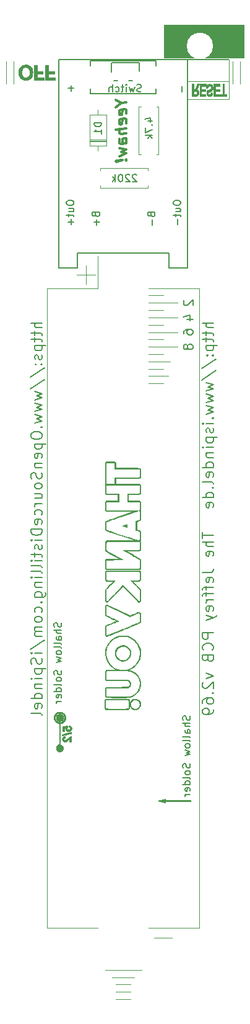
<source format=gbo>
G04 #@! TF.GenerationSoftware,KiCad,Pcbnew,(5.1.5)-3*
G04 #@! TF.CreationDate,2020-05-23T22:10:46-07:00*
G04 #@! TF.ProjectId,iSpindel_PCB,69537069-6e64-4656-9c5f-5043422e6b69,rev?*
G04 #@! TF.SameCoordinates,Original*
G04 #@! TF.FileFunction,Legend,Bot*
G04 #@! TF.FilePolarity,Positive*
%FSLAX46Y46*%
G04 Gerber Fmt 4.6, Leading zero omitted, Abs format (unit mm)*
G04 Created by KiCad (PCBNEW (5.1.5)-3) date 2020-05-23 22:10:46*
%MOMM*%
%LPD*%
G04 APERTURE LIST*
%ADD10C,0.100000*%
%ADD11C,0.120000*%
%ADD12C,0.150000*%
%ADD13C,0.300000*%
%ADD14C,0.010000*%
%ADD15R,2.902000X2.902000*%
%ADD16C,1.702000*%
%ADD17O,1.702000X1.702000*%
%ADD18O,2.102000X1.702000*%
%ADD19R,2.102000X2.102000*%
%ADD20O,1.702000X2.102000*%
%ADD21C,1.902000*%
%ADD22R,6.452000X17.442000*%
%ADD23C,3.602000*%
%ADD24O,1.902000X3.102000*%
%ADD25R,1.702000X1.702000*%
%ADD26C,1.402000*%
%ADD27R,1.402000X1.402000*%
G04 APERTURE END LIST*
D10*
G36*
X165343840Y-38560000D02*
G01*
X154410000Y-38560000D01*
X154410000Y-34122040D01*
X165343840Y-34122040D01*
X165343840Y-38560000D01*
G37*
X165343840Y-38560000D02*
X154410000Y-38560000D01*
X154410000Y-34122040D01*
X165343840Y-34122040D01*
X165343840Y-38560000D01*
D11*
X163330000Y-44230000D02*
X157720000Y-44230000D01*
D12*
X157420000Y-38860000D02*
X163310000Y-38860000D01*
D11*
X163330000Y-38480000D02*
X157720000Y-38480000D01*
X163330000Y-44210000D02*
X163330000Y-38850000D01*
X157730000Y-41850000D02*
X163330000Y-41850000D01*
D13*
X148574285Y-44767500D02*
X149288571Y-44678214D01*
X147788571Y-44365714D02*
X148574285Y-44767500D01*
X147788571Y-45365714D01*
X149217142Y-46258571D02*
X149288571Y-46106785D01*
X149288571Y-45821071D01*
X149217142Y-45687142D01*
X149074285Y-45633571D01*
X148502857Y-45705000D01*
X148360000Y-45794285D01*
X148288571Y-45946071D01*
X148288571Y-46231785D01*
X148360000Y-46365714D01*
X148502857Y-46419285D01*
X148645714Y-46401428D01*
X148788571Y-45669285D01*
X149217142Y-47544285D02*
X149288571Y-47392500D01*
X149288571Y-47106785D01*
X149217142Y-46972857D01*
X149074285Y-46919285D01*
X148502857Y-46990714D01*
X148360000Y-47080000D01*
X148288571Y-47231785D01*
X148288571Y-47517500D01*
X148360000Y-47651428D01*
X148502857Y-47705000D01*
X148645714Y-47687142D01*
X148788571Y-46955000D01*
X149288571Y-48249642D02*
X147788571Y-48437142D01*
X149288571Y-48892500D02*
X148502857Y-48990714D01*
X148360000Y-48937142D01*
X148288571Y-48803214D01*
X148288571Y-48588928D01*
X148360000Y-48437142D01*
X148431428Y-48356785D01*
X149288571Y-50249642D02*
X148502857Y-50347857D01*
X148360000Y-50294285D01*
X148288571Y-50160357D01*
X148288571Y-49874642D01*
X148360000Y-49722857D01*
X149217142Y-50258571D02*
X149288571Y-50106785D01*
X149288571Y-49749642D01*
X149217142Y-49615714D01*
X149074285Y-49562142D01*
X148931428Y-49580000D01*
X148788571Y-49669285D01*
X148717142Y-49821071D01*
X148717142Y-50178214D01*
X148645714Y-50330000D01*
X148288571Y-50946071D02*
X149288571Y-51106785D01*
X148574285Y-51481785D01*
X149288571Y-51678214D01*
X148288571Y-52088928D01*
X149145714Y-52553214D02*
X149217142Y-52615714D01*
X149288571Y-52535357D01*
X149217142Y-52472857D01*
X149145714Y-52553214D01*
X149288571Y-52535357D01*
X148717142Y-52606785D02*
X147860000Y-52642500D01*
X147788571Y-52722857D01*
X147860000Y-52785357D01*
X148717142Y-52606785D01*
X147788571Y-52722857D01*
D11*
X146360000Y-163120000D02*
X151360000Y-163120000D01*
D12*
X157935561Y-128456419D02*
X157983180Y-128599276D01*
X157983180Y-128837371D01*
X157935561Y-128932609D01*
X157887942Y-128980228D01*
X157792704Y-129027847D01*
X157697466Y-129027847D01*
X157602228Y-128980228D01*
X157554609Y-128932609D01*
X157506990Y-128837371D01*
X157459371Y-128646895D01*
X157411752Y-128551657D01*
X157364133Y-128504038D01*
X157268895Y-128456419D01*
X157173657Y-128456419D01*
X157078419Y-128504038D01*
X157030800Y-128551657D01*
X156983180Y-128646895D01*
X156983180Y-128884990D01*
X157030800Y-129027847D01*
X157983180Y-129456419D02*
X156983180Y-129456419D01*
X157983180Y-129884990D02*
X157459371Y-129884990D01*
X157364133Y-129837371D01*
X157316514Y-129742133D01*
X157316514Y-129599276D01*
X157364133Y-129504038D01*
X157411752Y-129456419D01*
X157983180Y-130789752D02*
X157459371Y-130789752D01*
X157364133Y-130742133D01*
X157316514Y-130646895D01*
X157316514Y-130456419D01*
X157364133Y-130361180D01*
X157935561Y-130789752D02*
X157983180Y-130694514D01*
X157983180Y-130456419D01*
X157935561Y-130361180D01*
X157840323Y-130313561D01*
X157745085Y-130313561D01*
X157649847Y-130361180D01*
X157602228Y-130456419D01*
X157602228Y-130694514D01*
X157554609Y-130789752D01*
X157983180Y-131408800D02*
X157935561Y-131313561D01*
X157840323Y-131265942D01*
X156983180Y-131265942D01*
X157983180Y-131932609D02*
X157935561Y-131837371D01*
X157840323Y-131789752D01*
X156983180Y-131789752D01*
X157983180Y-132456419D02*
X157935561Y-132361180D01*
X157887942Y-132313561D01*
X157792704Y-132265942D01*
X157506990Y-132265942D01*
X157411752Y-132313561D01*
X157364133Y-132361180D01*
X157316514Y-132456419D01*
X157316514Y-132599276D01*
X157364133Y-132694514D01*
X157411752Y-132742133D01*
X157506990Y-132789752D01*
X157792704Y-132789752D01*
X157887942Y-132742133D01*
X157935561Y-132694514D01*
X157983180Y-132599276D01*
X157983180Y-132456419D01*
X157316514Y-133123085D02*
X157983180Y-133313561D01*
X157506990Y-133504038D01*
X157983180Y-133694514D01*
X157316514Y-133884990D01*
X157935561Y-134980228D02*
X157983180Y-135123085D01*
X157983180Y-135361180D01*
X157935561Y-135456419D01*
X157887942Y-135504038D01*
X157792704Y-135551657D01*
X157697466Y-135551657D01*
X157602228Y-135504038D01*
X157554609Y-135456419D01*
X157506990Y-135361180D01*
X157459371Y-135170704D01*
X157411752Y-135075466D01*
X157364133Y-135027847D01*
X157268895Y-134980228D01*
X157173657Y-134980228D01*
X157078419Y-135027847D01*
X157030800Y-135075466D01*
X156983180Y-135170704D01*
X156983180Y-135408800D01*
X157030800Y-135551657D01*
X157983180Y-136123085D02*
X157935561Y-136027847D01*
X157887942Y-135980228D01*
X157792704Y-135932609D01*
X157506990Y-135932609D01*
X157411752Y-135980228D01*
X157364133Y-136027847D01*
X157316514Y-136123085D01*
X157316514Y-136265942D01*
X157364133Y-136361180D01*
X157411752Y-136408800D01*
X157506990Y-136456419D01*
X157792704Y-136456419D01*
X157887942Y-136408800D01*
X157935561Y-136361180D01*
X157983180Y-136265942D01*
X157983180Y-136123085D01*
X157983180Y-137027847D02*
X157935561Y-136932609D01*
X157840323Y-136884990D01*
X156983180Y-136884990D01*
X157983180Y-137837371D02*
X156983180Y-137837371D01*
X157935561Y-137837371D02*
X157983180Y-137742133D01*
X157983180Y-137551657D01*
X157935561Y-137456419D01*
X157887942Y-137408800D01*
X157792704Y-137361180D01*
X157506990Y-137361180D01*
X157411752Y-137408800D01*
X157364133Y-137456419D01*
X157316514Y-137551657D01*
X157316514Y-137742133D01*
X157364133Y-137837371D01*
X157935561Y-138694514D02*
X157983180Y-138599276D01*
X157983180Y-138408800D01*
X157935561Y-138313561D01*
X157840323Y-138265942D01*
X157459371Y-138265942D01*
X157364133Y-138313561D01*
X157316514Y-138408800D01*
X157316514Y-138599276D01*
X157364133Y-138694514D01*
X157459371Y-138742133D01*
X157554609Y-138742133D01*
X157649847Y-138265942D01*
X157983180Y-139170704D02*
X157316514Y-139170704D01*
X157506990Y-139170704D02*
X157411752Y-139218323D01*
X157364133Y-139265942D01*
X157316514Y-139361180D01*
X157316514Y-139456419D01*
X140324761Y-115727619D02*
X140372380Y-115870476D01*
X140372380Y-116108571D01*
X140324761Y-116203809D01*
X140277142Y-116251428D01*
X140181904Y-116299047D01*
X140086666Y-116299047D01*
X139991428Y-116251428D01*
X139943809Y-116203809D01*
X139896190Y-116108571D01*
X139848571Y-115918095D01*
X139800952Y-115822857D01*
X139753333Y-115775238D01*
X139658095Y-115727619D01*
X139562857Y-115727619D01*
X139467619Y-115775238D01*
X139420000Y-115822857D01*
X139372380Y-115918095D01*
X139372380Y-116156190D01*
X139420000Y-116299047D01*
X140372380Y-116727619D02*
X139372380Y-116727619D01*
X140372380Y-117156190D02*
X139848571Y-117156190D01*
X139753333Y-117108571D01*
X139705714Y-117013333D01*
X139705714Y-116870476D01*
X139753333Y-116775238D01*
X139800952Y-116727619D01*
X140372380Y-118060952D02*
X139848571Y-118060952D01*
X139753333Y-118013333D01*
X139705714Y-117918095D01*
X139705714Y-117727619D01*
X139753333Y-117632380D01*
X140324761Y-118060952D02*
X140372380Y-117965714D01*
X140372380Y-117727619D01*
X140324761Y-117632380D01*
X140229523Y-117584761D01*
X140134285Y-117584761D01*
X140039047Y-117632380D01*
X139991428Y-117727619D01*
X139991428Y-117965714D01*
X139943809Y-118060952D01*
X140372380Y-118680000D02*
X140324761Y-118584761D01*
X140229523Y-118537142D01*
X139372380Y-118537142D01*
X140372380Y-119203809D02*
X140324761Y-119108571D01*
X140229523Y-119060952D01*
X139372380Y-119060952D01*
X140372380Y-119727619D02*
X140324761Y-119632380D01*
X140277142Y-119584761D01*
X140181904Y-119537142D01*
X139896190Y-119537142D01*
X139800952Y-119584761D01*
X139753333Y-119632380D01*
X139705714Y-119727619D01*
X139705714Y-119870476D01*
X139753333Y-119965714D01*
X139800952Y-120013333D01*
X139896190Y-120060952D01*
X140181904Y-120060952D01*
X140277142Y-120013333D01*
X140324761Y-119965714D01*
X140372380Y-119870476D01*
X140372380Y-119727619D01*
X139705714Y-120394285D02*
X140372380Y-120584761D01*
X139896190Y-120775238D01*
X140372380Y-120965714D01*
X139705714Y-121156190D01*
X140324761Y-122251428D02*
X140372380Y-122394285D01*
X140372380Y-122632380D01*
X140324761Y-122727619D01*
X140277142Y-122775238D01*
X140181904Y-122822857D01*
X140086666Y-122822857D01*
X139991428Y-122775238D01*
X139943809Y-122727619D01*
X139896190Y-122632380D01*
X139848571Y-122441904D01*
X139800952Y-122346666D01*
X139753333Y-122299047D01*
X139658095Y-122251428D01*
X139562857Y-122251428D01*
X139467619Y-122299047D01*
X139420000Y-122346666D01*
X139372380Y-122441904D01*
X139372380Y-122680000D01*
X139420000Y-122822857D01*
X140372380Y-123394285D02*
X140324761Y-123299047D01*
X140277142Y-123251428D01*
X140181904Y-123203809D01*
X139896190Y-123203809D01*
X139800952Y-123251428D01*
X139753333Y-123299047D01*
X139705714Y-123394285D01*
X139705714Y-123537142D01*
X139753333Y-123632380D01*
X139800952Y-123680000D01*
X139896190Y-123727619D01*
X140181904Y-123727619D01*
X140277142Y-123680000D01*
X140324761Y-123632380D01*
X140372380Y-123537142D01*
X140372380Y-123394285D01*
X140372380Y-124299047D02*
X140324761Y-124203809D01*
X140229523Y-124156190D01*
X139372380Y-124156190D01*
X140372380Y-125108571D02*
X139372380Y-125108571D01*
X140324761Y-125108571D02*
X140372380Y-125013333D01*
X140372380Y-124822857D01*
X140324761Y-124727619D01*
X140277142Y-124680000D01*
X140181904Y-124632380D01*
X139896190Y-124632380D01*
X139800952Y-124680000D01*
X139753333Y-124727619D01*
X139705714Y-124822857D01*
X139705714Y-125013333D01*
X139753333Y-125108571D01*
X140324761Y-125965714D02*
X140372380Y-125870476D01*
X140372380Y-125680000D01*
X140324761Y-125584761D01*
X140229523Y-125537142D01*
X139848571Y-125537142D01*
X139753333Y-125584761D01*
X139705714Y-125680000D01*
X139705714Y-125870476D01*
X139753333Y-125965714D01*
X139848571Y-126013333D01*
X139943809Y-126013333D01*
X140039047Y-125537142D01*
X140372380Y-126441904D02*
X139705714Y-126441904D01*
X139896190Y-126441904D02*
X139800952Y-126489523D01*
X139753333Y-126537142D01*
X139705714Y-126632380D01*
X139705714Y-126727619D01*
X159686251Y-103338214D02*
X159686251Y-104195357D01*
X161186251Y-103766785D02*
X159686251Y-103766785D01*
X161186251Y-104695357D02*
X159686251Y-104695357D01*
X161186251Y-105338214D02*
X160400537Y-105338214D01*
X160257680Y-105266785D01*
X160186251Y-105123928D01*
X160186251Y-104909642D01*
X160257680Y-104766785D01*
X160329108Y-104695357D01*
X161114822Y-106623928D02*
X161186251Y-106481071D01*
X161186251Y-106195357D01*
X161114822Y-106052500D01*
X160971965Y-105981071D01*
X160400537Y-105981071D01*
X160257680Y-106052500D01*
X160186251Y-106195357D01*
X160186251Y-106481071D01*
X160257680Y-106623928D01*
X160400537Y-106695357D01*
X160543394Y-106695357D01*
X160686251Y-105981071D01*
X159686251Y-108909642D02*
X160757680Y-108909642D01*
X160971965Y-108838214D01*
X161114822Y-108695357D01*
X161186251Y-108481071D01*
X161186251Y-108338214D01*
X161114822Y-110195357D02*
X161186251Y-110052500D01*
X161186251Y-109766785D01*
X161114822Y-109623928D01*
X160971965Y-109552500D01*
X160400537Y-109552500D01*
X160257680Y-109623928D01*
X160186251Y-109766785D01*
X160186251Y-110052500D01*
X160257680Y-110195357D01*
X160400537Y-110266785D01*
X160543394Y-110266785D01*
X160686251Y-109552500D01*
X160186251Y-110695357D02*
X160186251Y-111266785D01*
X161186251Y-110909642D02*
X159900537Y-110909642D01*
X159757680Y-110981071D01*
X159686251Y-111123928D01*
X159686251Y-111266785D01*
X160186251Y-111552500D02*
X160186251Y-112123928D01*
X161186251Y-111766785D02*
X159900537Y-111766785D01*
X159757680Y-111838214D01*
X159686251Y-111981071D01*
X159686251Y-112123928D01*
X161186251Y-112623928D02*
X160186251Y-112623928D01*
X160471965Y-112623928D02*
X160329108Y-112695357D01*
X160257680Y-112766785D01*
X160186251Y-112909642D01*
X160186251Y-113052500D01*
X161114822Y-114123928D02*
X161186251Y-113981071D01*
X161186251Y-113695357D01*
X161114822Y-113552500D01*
X160971965Y-113481071D01*
X160400537Y-113481071D01*
X160257680Y-113552500D01*
X160186251Y-113695357D01*
X160186251Y-113981071D01*
X160257680Y-114123928D01*
X160400537Y-114195357D01*
X160543394Y-114195357D01*
X160686251Y-113481071D01*
X160186251Y-114695357D02*
X161186251Y-115052500D01*
X160186251Y-115409642D02*
X161186251Y-115052500D01*
X161543394Y-114909642D01*
X161614822Y-114838214D01*
X161686251Y-114695357D01*
X161186251Y-117123928D02*
X159686251Y-117123928D01*
X159686251Y-117695357D01*
X159757680Y-117838214D01*
X159829108Y-117909642D01*
X159971965Y-117981071D01*
X160186251Y-117981071D01*
X160329108Y-117909642D01*
X160400537Y-117838214D01*
X160471965Y-117695357D01*
X160471965Y-117123928D01*
X161043394Y-119481071D02*
X161114822Y-119409642D01*
X161186251Y-119195357D01*
X161186251Y-119052500D01*
X161114822Y-118838214D01*
X160971965Y-118695357D01*
X160829108Y-118623928D01*
X160543394Y-118552500D01*
X160329108Y-118552500D01*
X160043394Y-118623928D01*
X159900537Y-118695357D01*
X159757680Y-118838214D01*
X159686251Y-119052500D01*
X159686251Y-119195357D01*
X159757680Y-119409642D01*
X159829108Y-119481071D01*
X160400537Y-120623928D02*
X160471965Y-120838214D01*
X160543394Y-120909642D01*
X160686251Y-120981071D01*
X160900537Y-120981071D01*
X161043394Y-120909642D01*
X161114822Y-120838214D01*
X161186251Y-120695357D01*
X161186251Y-120123928D01*
X159686251Y-120123928D01*
X159686251Y-120623928D01*
X159757680Y-120766785D01*
X159829108Y-120838214D01*
X159971965Y-120909642D01*
X160114822Y-120909642D01*
X160257680Y-120838214D01*
X160329108Y-120766785D01*
X160400537Y-120623928D01*
X160400537Y-120123928D01*
X160186251Y-122623928D02*
X161186251Y-122981071D01*
X160186251Y-123338214D01*
X159829108Y-123838214D02*
X159757680Y-123909642D01*
X159686251Y-124052500D01*
X159686251Y-124409642D01*
X159757680Y-124552500D01*
X159829108Y-124623928D01*
X159971965Y-124695357D01*
X160114822Y-124695357D01*
X160329108Y-124623928D01*
X161186251Y-123766785D01*
X161186251Y-124695357D01*
X161043394Y-125338214D02*
X161114822Y-125409642D01*
X161186251Y-125338214D01*
X161114822Y-125266785D01*
X161043394Y-125338214D01*
X161186251Y-125338214D01*
X159686251Y-126695357D02*
X159686251Y-126409642D01*
X159757680Y-126266785D01*
X159829108Y-126195357D01*
X160043394Y-126052500D01*
X160329108Y-125981071D01*
X160900537Y-125981071D01*
X161043394Y-126052500D01*
X161114822Y-126123928D01*
X161186251Y-126266785D01*
X161186251Y-126552500D01*
X161114822Y-126695357D01*
X161043394Y-126766785D01*
X160900537Y-126838214D01*
X160543394Y-126838214D01*
X160400537Y-126766785D01*
X160329108Y-126695357D01*
X160257680Y-126552500D01*
X160257680Y-126266785D01*
X160329108Y-126123928D01*
X160400537Y-126052500D01*
X160543394Y-125981071D01*
X161186251Y-127552500D02*
X161186251Y-127838214D01*
X161114822Y-127981071D01*
X161043394Y-128052500D01*
X160829108Y-128195357D01*
X160543394Y-128266785D01*
X159971965Y-128266785D01*
X159829108Y-128195357D01*
X159757680Y-128123928D01*
X159686251Y-127981071D01*
X159686251Y-127695357D01*
X159757680Y-127552500D01*
X159829108Y-127481071D01*
X159971965Y-127409642D01*
X160329108Y-127409642D01*
X160471965Y-127481071D01*
X160543394Y-127552500D01*
X160614822Y-127695357D01*
X160614822Y-127981071D01*
X160543394Y-128123928D01*
X160471965Y-128195357D01*
X160329108Y-128266785D01*
D11*
X147828000Y-167120000D02*
X149860000Y-167120000D01*
X147320000Y-164120000D02*
X150368000Y-164120000D01*
X147828000Y-165120000D02*
X149860000Y-165120000D01*
X147828000Y-166120000D02*
X149860000Y-166120000D01*
X132860000Y-39120000D02*
X132860000Y-42120000D01*
X133860000Y-42120000D02*
X133860000Y-39120000D01*
X164860000Y-39120000D02*
X164860000Y-42120000D01*
X163860000Y-39120000D02*
X163860000Y-42120000D01*
D12*
X137716651Y-74813142D02*
X136216651Y-74813142D01*
X137716651Y-75456000D02*
X136930937Y-75456000D01*
X136788080Y-75384571D01*
X136716651Y-75241714D01*
X136716651Y-75027428D01*
X136788080Y-74884571D01*
X136859508Y-74813142D01*
X136716651Y-75956000D02*
X136716651Y-76527428D01*
X136216651Y-76170285D02*
X137502365Y-76170285D01*
X137645222Y-76241714D01*
X137716651Y-76384571D01*
X137716651Y-76527428D01*
X136716651Y-76813142D02*
X136716651Y-77384571D01*
X136216651Y-77027428D02*
X137502365Y-77027428D01*
X137645222Y-77098857D01*
X137716651Y-77241714D01*
X137716651Y-77384571D01*
X136716651Y-77884571D02*
X138216651Y-77884571D01*
X136788080Y-77884571D02*
X136716651Y-78027428D01*
X136716651Y-78313142D01*
X136788080Y-78456000D01*
X136859508Y-78527428D01*
X137002365Y-78598857D01*
X137430937Y-78598857D01*
X137573794Y-78527428D01*
X137645222Y-78456000D01*
X137716651Y-78313142D01*
X137716651Y-78027428D01*
X137645222Y-77884571D01*
X137645222Y-79170285D02*
X137716651Y-79313142D01*
X137716651Y-79598857D01*
X137645222Y-79741714D01*
X137502365Y-79813142D01*
X137430937Y-79813142D01*
X137288080Y-79741714D01*
X137216651Y-79598857D01*
X137216651Y-79384571D01*
X137145222Y-79241714D01*
X137002365Y-79170285D01*
X136930937Y-79170285D01*
X136788080Y-79241714D01*
X136716651Y-79384571D01*
X136716651Y-79598857D01*
X136788080Y-79741714D01*
X137573794Y-80456000D02*
X137645222Y-80527428D01*
X137716651Y-80456000D01*
X137645222Y-80384571D01*
X137573794Y-80456000D01*
X137716651Y-80456000D01*
X136788080Y-80456000D02*
X136859508Y-80527428D01*
X136930937Y-80456000D01*
X136859508Y-80384571D01*
X136788080Y-80456000D01*
X136930937Y-80456000D01*
X136145222Y-82241714D02*
X138073794Y-80956000D01*
X136145222Y-83813142D02*
X138073794Y-82527428D01*
X136716651Y-84170285D02*
X137716651Y-84456000D01*
X137002365Y-84741714D01*
X137716651Y-85027428D01*
X136716651Y-85313142D01*
X136716651Y-85741714D02*
X137716651Y-86027428D01*
X137002365Y-86313142D01*
X137716651Y-86598857D01*
X136716651Y-86884571D01*
X136716651Y-87313142D02*
X137716651Y-87598857D01*
X137002365Y-87884571D01*
X137716651Y-88170285D01*
X136716651Y-88456000D01*
X137573794Y-89027428D02*
X137645222Y-89098857D01*
X137716651Y-89027428D01*
X137645222Y-88956000D01*
X137573794Y-89027428D01*
X137716651Y-89027428D01*
X136216651Y-90027428D02*
X136216651Y-90313142D01*
X136288080Y-90456000D01*
X136430937Y-90598857D01*
X136716651Y-90670285D01*
X137216651Y-90670285D01*
X137502365Y-90598857D01*
X137645222Y-90456000D01*
X137716651Y-90313142D01*
X137716651Y-90027428D01*
X137645222Y-89884571D01*
X137502365Y-89741714D01*
X137216651Y-89670285D01*
X136716651Y-89670285D01*
X136430937Y-89741714D01*
X136288080Y-89884571D01*
X136216651Y-90027428D01*
X136716651Y-91313142D02*
X138216651Y-91313142D01*
X136788080Y-91313142D02*
X136716651Y-91456000D01*
X136716651Y-91741714D01*
X136788080Y-91884571D01*
X136859508Y-91956000D01*
X137002365Y-92027428D01*
X137430937Y-92027428D01*
X137573794Y-91956000D01*
X137645222Y-91884571D01*
X137716651Y-91741714D01*
X137716651Y-91456000D01*
X137645222Y-91313142D01*
X137645222Y-93241714D02*
X137716651Y-93098857D01*
X137716651Y-92813142D01*
X137645222Y-92670285D01*
X137502365Y-92598857D01*
X136930937Y-92598857D01*
X136788080Y-92670285D01*
X136716651Y-92813142D01*
X136716651Y-93098857D01*
X136788080Y-93241714D01*
X136930937Y-93313142D01*
X137073794Y-93313142D01*
X137216651Y-92598857D01*
X136716651Y-93956000D02*
X137716651Y-93956000D01*
X136859508Y-93956000D02*
X136788080Y-94027428D01*
X136716651Y-94170285D01*
X136716651Y-94384571D01*
X136788080Y-94527428D01*
X136930937Y-94598857D01*
X137716651Y-94598857D01*
X137645222Y-95241714D02*
X137716651Y-95456000D01*
X137716651Y-95813142D01*
X137645222Y-95956000D01*
X137573794Y-96027428D01*
X137430937Y-96098857D01*
X137288080Y-96098857D01*
X137145222Y-96027428D01*
X137073794Y-95956000D01*
X137002365Y-95813142D01*
X136930937Y-95527428D01*
X136859508Y-95384571D01*
X136788080Y-95313142D01*
X136645222Y-95241714D01*
X136502365Y-95241714D01*
X136359508Y-95313142D01*
X136288080Y-95384571D01*
X136216651Y-95527428D01*
X136216651Y-95884571D01*
X136288080Y-96098857D01*
X137716651Y-96956000D02*
X137645222Y-96813142D01*
X137573794Y-96741714D01*
X137430937Y-96670285D01*
X137002365Y-96670285D01*
X136859508Y-96741714D01*
X136788080Y-96813142D01*
X136716651Y-96956000D01*
X136716651Y-97170285D01*
X136788080Y-97313142D01*
X136859508Y-97384571D01*
X137002365Y-97456000D01*
X137430937Y-97456000D01*
X137573794Y-97384571D01*
X137645222Y-97313142D01*
X137716651Y-97170285D01*
X137716651Y-96956000D01*
X136716651Y-98741714D02*
X137716651Y-98741714D01*
X136716651Y-98098857D02*
X137502365Y-98098857D01*
X137645222Y-98170285D01*
X137716651Y-98313142D01*
X137716651Y-98527428D01*
X137645222Y-98670285D01*
X137573794Y-98741714D01*
X137716651Y-99456000D02*
X136716651Y-99456000D01*
X137002365Y-99456000D02*
X136859508Y-99527428D01*
X136788080Y-99598857D01*
X136716651Y-99741714D01*
X136716651Y-99884571D01*
X137645222Y-101027428D02*
X137716651Y-100884571D01*
X137716651Y-100598857D01*
X137645222Y-100456000D01*
X137573794Y-100384571D01*
X137430937Y-100313142D01*
X137002365Y-100313142D01*
X136859508Y-100384571D01*
X136788080Y-100456000D01*
X136716651Y-100598857D01*
X136716651Y-100884571D01*
X136788080Y-101027428D01*
X137645222Y-102241714D02*
X137716651Y-102098857D01*
X137716651Y-101813142D01*
X137645222Y-101670285D01*
X137502365Y-101598857D01*
X136930937Y-101598857D01*
X136788080Y-101670285D01*
X136716651Y-101813142D01*
X136716651Y-102098857D01*
X136788080Y-102241714D01*
X136930937Y-102313142D01*
X137073794Y-102313142D01*
X137216651Y-101598857D01*
X137716651Y-102956000D02*
X136216651Y-102956000D01*
X136216651Y-103313142D01*
X136288080Y-103527428D01*
X136430937Y-103670285D01*
X136573794Y-103741714D01*
X136859508Y-103813142D01*
X137073794Y-103813142D01*
X137359508Y-103741714D01*
X137502365Y-103670285D01*
X137645222Y-103527428D01*
X137716651Y-103313142D01*
X137716651Y-102956000D01*
X137716651Y-104456000D02*
X136716651Y-104456000D01*
X136216651Y-104456000D02*
X136288080Y-104384571D01*
X136359508Y-104456000D01*
X136288080Y-104527428D01*
X136216651Y-104456000D01*
X136359508Y-104456000D01*
X137645222Y-105098857D02*
X137716651Y-105241714D01*
X137716651Y-105527428D01*
X137645222Y-105670285D01*
X137502365Y-105741714D01*
X137430937Y-105741714D01*
X137288080Y-105670285D01*
X137216651Y-105527428D01*
X137216651Y-105313142D01*
X137145222Y-105170285D01*
X137002365Y-105098857D01*
X136930937Y-105098857D01*
X136788080Y-105170285D01*
X136716651Y-105313142D01*
X136716651Y-105527428D01*
X136788080Y-105670285D01*
X136716651Y-106170285D02*
X136716651Y-106741714D01*
X136216651Y-106384571D02*
X137502365Y-106384571D01*
X137645222Y-106456000D01*
X137716651Y-106598857D01*
X137716651Y-106741714D01*
X137716651Y-107241714D02*
X136716651Y-107241714D01*
X136216651Y-107241714D02*
X136288080Y-107170285D01*
X136359508Y-107241714D01*
X136288080Y-107313142D01*
X136216651Y-107241714D01*
X136359508Y-107241714D01*
X137716651Y-108170285D02*
X137645222Y-108027428D01*
X137502365Y-107956000D01*
X136216651Y-107956000D01*
X137716651Y-108956000D02*
X137645222Y-108813142D01*
X137502365Y-108741714D01*
X136216651Y-108741714D01*
X137716651Y-109527428D02*
X136716651Y-109527428D01*
X136216651Y-109527428D02*
X136288080Y-109456000D01*
X136359508Y-109527428D01*
X136288080Y-109598857D01*
X136216651Y-109527428D01*
X136359508Y-109527428D01*
X136716651Y-110241714D02*
X137716651Y-110241714D01*
X136859508Y-110241714D02*
X136788080Y-110313142D01*
X136716651Y-110456000D01*
X136716651Y-110670285D01*
X136788080Y-110813142D01*
X136930937Y-110884571D01*
X137716651Y-110884571D01*
X136716651Y-112241714D02*
X137930937Y-112241714D01*
X138073794Y-112170285D01*
X138145222Y-112098857D01*
X138216651Y-111956000D01*
X138216651Y-111741714D01*
X138145222Y-111598857D01*
X137645222Y-112241714D02*
X137716651Y-112098857D01*
X137716651Y-111813142D01*
X137645222Y-111670285D01*
X137573794Y-111598857D01*
X137430937Y-111527428D01*
X137002365Y-111527428D01*
X136859508Y-111598857D01*
X136788080Y-111670285D01*
X136716651Y-111813142D01*
X136716651Y-112098857D01*
X136788080Y-112241714D01*
X137573794Y-112956000D02*
X137645222Y-113027428D01*
X137716651Y-112956000D01*
X137645222Y-112884571D01*
X137573794Y-112956000D01*
X137716651Y-112956000D01*
X137645222Y-114313142D02*
X137716651Y-114170285D01*
X137716651Y-113884571D01*
X137645222Y-113741714D01*
X137573794Y-113670285D01*
X137430937Y-113598857D01*
X137002365Y-113598857D01*
X136859508Y-113670285D01*
X136788080Y-113741714D01*
X136716651Y-113884571D01*
X136716651Y-114170285D01*
X136788080Y-114313142D01*
X137716651Y-115170285D02*
X137645222Y-115027428D01*
X137573794Y-114956000D01*
X137430937Y-114884571D01*
X137002365Y-114884571D01*
X136859508Y-114956000D01*
X136788080Y-115027428D01*
X136716651Y-115170285D01*
X136716651Y-115384571D01*
X136788080Y-115527428D01*
X136859508Y-115598857D01*
X137002365Y-115670285D01*
X137430937Y-115670285D01*
X137573794Y-115598857D01*
X137645222Y-115527428D01*
X137716651Y-115384571D01*
X137716651Y-115170285D01*
X137716651Y-116313142D02*
X136716651Y-116313142D01*
X136859508Y-116313142D02*
X136788080Y-116384571D01*
X136716651Y-116527428D01*
X136716651Y-116741714D01*
X136788080Y-116884571D01*
X136930937Y-116956000D01*
X137716651Y-116956000D01*
X136930937Y-116956000D02*
X136788080Y-117027428D01*
X136716651Y-117170285D01*
X136716651Y-117384571D01*
X136788080Y-117527428D01*
X136930937Y-117598857D01*
X137716651Y-117598857D01*
X136145222Y-119384571D02*
X138073794Y-118098857D01*
X137716651Y-119884571D02*
X136716651Y-119884571D01*
X136216651Y-119884571D02*
X136288080Y-119813142D01*
X136359508Y-119884571D01*
X136288080Y-119956000D01*
X136216651Y-119884571D01*
X136359508Y-119884571D01*
X137645222Y-120527428D02*
X137716651Y-120741714D01*
X137716651Y-121098857D01*
X137645222Y-121241714D01*
X137573794Y-121313142D01*
X137430937Y-121384571D01*
X137288080Y-121384571D01*
X137145222Y-121313142D01*
X137073794Y-121241714D01*
X137002365Y-121098857D01*
X136930937Y-120813142D01*
X136859508Y-120670285D01*
X136788080Y-120598857D01*
X136645222Y-120527428D01*
X136502365Y-120527428D01*
X136359508Y-120598857D01*
X136288080Y-120670285D01*
X136216651Y-120813142D01*
X136216651Y-121170285D01*
X136288080Y-121384571D01*
X136716651Y-122027428D02*
X138216651Y-122027428D01*
X136788080Y-122027428D02*
X136716651Y-122170285D01*
X136716651Y-122456000D01*
X136788080Y-122598857D01*
X136859508Y-122670285D01*
X137002365Y-122741714D01*
X137430937Y-122741714D01*
X137573794Y-122670285D01*
X137645222Y-122598857D01*
X137716651Y-122456000D01*
X137716651Y-122170285D01*
X137645222Y-122027428D01*
X137716651Y-123384571D02*
X136716651Y-123384571D01*
X136216651Y-123384571D02*
X136288080Y-123313142D01*
X136359508Y-123384571D01*
X136288080Y-123456000D01*
X136216651Y-123384571D01*
X136359508Y-123384571D01*
X136716651Y-124098857D02*
X137716651Y-124098857D01*
X136859508Y-124098857D02*
X136788080Y-124170285D01*
X136716651Y-124313142D01*
X136716651Y-124527428D01*
X136788080Y-124670285D01*
X136930937Y-124741714D01*
X137716651Y-124741714D01*
X137716651Y-126098857D02*
X136216651Y-126098857D01*
X137645222Y-126098857D02*
X137716651Y-125956000D01*
X137716651Y-125670285D01*
X137645222Y-125527428D01*
X137573794Y-125456000D01*
X137430937Y-125384571D01*
X137002365Y-125384571D01*
X136859508Y-125456000D01*
X136788080Y-125527428D01*
X136716651Y-125670285D01*
X136716651Y-125956000D01*
X136788080Y-126098857D01*
X137645222Y-127384571D02*
X137716651Y-127241714D01*
X137716651Y-126956000D01*
X137645222Y-126813142D01*
X137502365Y-126741714D01*
X136930937Y-126741714D01*
X136788080Y-126813142D01*
X136716651Y-126956000D01*
X136716651Y-127241714D01*
X136788080Y-127384571D01*
X136930937Y-127456000D01*
X137073794Y-127456000D01*
X137216651Y-126741714D01*
X137716651Y-128313142D02*
X137645222Y-128170285D01*
X137502365Y-128098857D01*
X136216651Y-128098857D01*
X161186251Y-74810602D02*
X159686251Y-74810602D01*
X161186251Y-75453460D02*
X160400537Y-75453460D01*
X160257680Y-75382031D01*
X160186251Y-75239174D01*
X160186251Y-75024888D01*
X160257680Y-74882031D01*
X160329108Y-74810602D01*
X160186251Y-75953460D02*
X160186251Y-76524888D01*
X159686251Y-76167745D02*
X160971965Y-76167745D01*
X161114822Y-76239174D01*
X161186251Y-76382031D01*
X161186251Y-76524888D01*
X160186251Y-76810602D02*
X160186251Y-77382031D01*
X159686251Y-77024888D02*
X160971965Y-77024888D01*
X161114822Y-77096317D01*
X161186251Y-77239174D01*
X161186251Y-77382031D01*
X160186251Y-77882031D02*
X161686251Y-77882031D01*
X160257680Y-77882031D02*
X160186251Y-78024888D01*
X160186251Y-78310602D01*
X160257680Y-78453460D01*
X160329108Y-78524888D01*
X160471965Y-78596317D01*
X160900537Y-78596317D01*
X161043394Y-78524888D01*
X161114822Y-78453460D01*
X161186251Y-78310602D01*
X161186251Y-78024888D01*
X161114822Y-77882031D01*
X161043394Y-79239174D02*
X161114822Y-79310602D01*
X161186251Y-79239174D01*
X161114822Y-79167745D01*
X161043394Y-79239174D01*
X161186251Y-79239174D01*
X160257680Y-79239174D02*
X160329108Y-79310602D01*
X160400537Y-79239174D01*
X160329108Y-79167745D01*
X160257680Y-79239174D01*
X160400537Y-79239174D01*
X159614822Y-81024888D02*
X161543394Y-79739174D01*
X159614822Y-82596317D02*
X161543394Y-81310602D01*
X160186251Y-82953460D02*
X161186251Y-83239174D01*
X160471965Y-83524888D01*
X161186251Y-83810602D01*
X160186251Y-84096317D01*
X160186251Y-84524888D02*
X161186251Y-84810602D01*
X160471965Y-85096317D01*
X161186251Y-85382031D01*
X160186251Y-85667745D01*
X160186251Y-86096317D02*
X161186251Y-86382031D01*
X160471965Y-86667745D01*
X161186251Y-86953460D01*
X160186251Y-87239174D01*
X161043394Y-87810602D02*
X161114822Y-87882031D01*
X161186251Y-87810602D01*
X161114822Y-87739174D01*
X161043394Y-87810602D01*
X161186251Y-87810602D01*
X161186251Y-88524888D02*
X160186251Y-88524888D01*
X159686251Y-88524888D02*
X159757680Y-88453460D01*
X159829108Y-88524888D01*
X159757680Y-88596317D01*
X159686251Y-88524888D01*
X159829108Y-88524888D01*
X161114822Y-89167745D02*
X161186251Y-89310602D01*
X161186251Y-89596317D01*
X161114822Y-89739174D01*
X160971965Y-89810602D01*
X160900537Y-89810602D01*
X160757680Y-89739174D01*
X160686251Y-89596317D01*
X160686251Y-89382031D01*
X160614822Y-89239174D01*
X160471965Y-89167745D01*
X160400537Y-89167745D01*
X160257680Y-89239174D01*
X160186251Y-89382031D01*
X160186251Y-89596317D01*
X160257680Y-89739174D01*
X160186251Y-90453460D02*
X161686251Y-90453460D01*
X160257680Y-90453460D02*
X160186251Y-90596317D01*
X160186251Y-90882031D01*
X160257680Y-91024888D01*
X160329108Y-91096317D01*
X160471965Y-91167745D01*
X160900537Y-91167745D01*
X161043394Y-91096317D01*
X161114822Y-91024888D01*
X161186251Y-90882031D01*
X161186251Y-90596317D01*
X161114822Y-90453460D01*
X161186251Y-91810602D02*
X160186251Y-91810602D01*
X159686251Y-91810602D02*
X159757680Y-91739174D01*
X159829108Y-91810602D01*
X159757680Y-91882031D01*
X159686251Y-91810602D01*
X159829108Y-91810602D01*
X160186251Y-92524888D02*
X161186251Y-92524888D01*
X160329108Y-92524888D02*
X160257680Y-92596317D01*
X160186251Y-92739174D01*
X160186251Y-92953460D01*
X160257680Y-93096317D01*
X160400537Y-93167745D01*
X161186251Y-93167745D01*
X161186251Y-94524888D02*
X159686251Y-94524888D01*
X161114822Y-94524888D02*
X161186251Y-94382031D01*
X161186251Y-94096317D01*
X161114822Y-93953460D01*
X161043394Y-93882031D01*
X160900537Y-93810602D01*
X160471965Y-93810602D01*
X160329108Y-93882031D01*
X160257680Y-93953460D01*
X160186251Y-94096317D01*
X160186251Y-94382031D01*
X160257680Y-94524888D01*
X161114822Y-95810602D02*
X161186251Y-95667745D01*
X161186251Y-95382031D01*
X161114822Y-95239174D01*
X160971965Y-95167745D01*
X160400537Y-95167745D01*
X160257680Y-95239174D01*
X160186251Y-95382031D01*
X160186251Y-95667745D01*
X160257680Y-95810602D01*
X160400537Y-95882031D01*
X160543394Y-95882031D01*
X160686251Y-95167745D01*
X161186251Y-96739174D02*
X161114822Y-96596317D01*
X160971965Y-96524888D01*
X159686251Y-96524888D01*
X161043394Y-97310602D02*
X161114822Y-97382031D01*
X161186251Y-97310602D01*
X161114822Y-97239174D01*
X161043394Y-97310602D01*
X161186251Y-97310602D01*
X161186251Y-98667745D02*
X159686251Y-98667745D01*
X161114822Y-98667745D02*
X161186251Y-98524888D01*
X161186251Y-98239174D01*
X161114822Y-98096317D01*
X161043394Y-98024888D01*
X160900537Y-97953460D01*
X160471965Y-97953460D01*
X160329108Y-98024888D01*
X160257680Y-98096317D01*
X160186251Y-98239174D01*
X160186251Y-98524888D01*
X160257680Y-98667745D01*
X161114822Y-99953460D02*
X161186251Y-99810602D01*
X161186251Y-99524888D01*
X161114822Y-99382031D01*
X160971965Y-99310602D01*
X160400537Y-99310602D01*
X160257680Y-99382031D01*
X160186251Y-99524888D01*
X160186251Y-99810602D01*
X160257680Y-99953460D01*
X160400537Y-100024888D01*
X160543394Y-100024888D01*
X160686251Y-99310602D01*
X140032400Y-38862000D02*
X140032400Y-65162000D01*
X151032400Y-39262000D02*
X147332400Y-39262000D01*
X151032400Y-41762000D02*
X151032400Y-39262000D01*
X147232400Y-41762000D02*
X151032400Y-41762000D01*
X147232400Y-39262000D02*
X147232400Y-41762000D01*
X157632400Y-38862000D02*
X140032400Y-38862000D01*
X157632400Y-67262000D02*
X157632400Y-38862000D01*
X142532400Y-67262000D02*
X142532400Y-65262000D01*
X140032400Y-67262000D02*
X142532400Y-67262000D01*
X140032400Y-65162000D02*
X140032400Y-67262000D01*
X155132400Y-65262000D02*
X155132400Y-67262000D01*
X142532400Y-65262000D02*
X155132400Y-65262000D01*
X155132400Y-67262000D02*
X157632400Y-67262000D01*
D11*
X152231800Y-53976400D02*
X152231800Y-53646400D01*
X152231800Y-53646400D02*
X145691800Y-53646400D01*
X145691800Y-53646400D02*
X145691800Y-53976400D01*
X152231800Y-56056400D02*
X152231800Y-56386400D01*
X152231800Y-56386400D02*
X145691800Y-56386400D01*
X145691800Y-56386400D02*
X145691800Y-56056400D01*
D14*
G36*
X162989500Y-43570166D02*
G01*
X162650834Y-43570166D01*
X162650834Y-42194333D01*
X162439167Y-42194333D01*
X162439167Y-43570166D01*
X162100500Y-43570166D01*
X162100500Y-43845333D01*
X162989500Y-43845333D01*
X162989500Y-43570166D01*
G37*
X162989500Y-43570166D02*
X162650834Y-43570166D01*
X162650834Y-42194333D01*
X162439167Y-42194333D01*
X162439167Y-43570166D01*
X162100500Y-43570166D01*
X162100500Y-43845333D01*
X162989500Y-43845333D01*
X162989500Y-43570166D01*
G36*
X162058167Y-43570166D02*
G01*
X161444334Y-43570166D01*
X161444334Y-43210333D01*
X162015834Y-43210333D01*
X162015834Y-42935166D01*
X161444334Y-42935166D01*
X161444334Y-42469500D01*
X162079334Y-42469500D01*
X162079334Y-42194333D01*
X161232667Y-42194333D01*
X161232667Y-43845333D01*
X162058167Y-43845333D01*
X162058167Y-43570166D01*
G37*
X162058167Y-43570166D02*
X161444334Y-43570166D01*
X161444334Y-43210333D01*
X162015834Y-43210333D01*
X162015834Y-42935166D01*
X161444334Y-42935166D01*
X161444334Y-42469500D01*
X162079334Y-42469500D01*
X162079334Y-42194333D01*
X161232667Y-42194333D01*
X161232667Y-43845333D01*
X162058167Y-43845333D01*
X162058167Y-43570166D01*
G36*
X160132000Y-43570166D02*
G01*
X159518167Y-43570166D01*
X159518167Y-43210333D01*
X160089667Y-43210333D01*
X160089667Y-42935166D01*
X159518167Y-42935166D01*
X159518167Y-42469500D01*
X160153167Y-42469500D01*
X160153167Y-42194333D01*
X159306500Y-42194333D01*
X159306500Y-43845333D01*
X160132000Y-43845333D01*
X160132000Y-43570166D01*
G37*
X160132000Y-43570166D02*
X159518167Y-43570166D01*
X159518167Y-43210333D01*
X160089667Y-43210333D01*
X160089667Y-42935166D01*
X159518167Y-42935166D01*
X159518167Y-42469500D01*
X160153167Y-42469500D01*
X160153167Y-42194333D01*
X159306500Y-42194333D01*
X159306500Y-43845333D01*
X160132000Y-43845333D01*
X160132000Y-43570166D01*
G36*
X158560375Y-43844868D02*
G01*
X158713798Y-43842672D01*
X158831423Y-43835146D01*
X158919669Y-43820110D01*
X158984955Y-43795383D01*
X159033699Y-43758785D01*
X159072319Y-43708134D01*
X159097075Y-43662525D01*
X159124150Y-43598624D01*
X159139759Y-43533717D01*
X159146647Y-43452478D01*
X159147750Y-43379666D01*
X159145763Y-43283108D01*
X159137959Y-43214442D01*
X159121571Y-43159339D01*
X159094773Y-43105140D01*
X159037178Y-43027395D01*
X158967628Y-42969063D01*
X158961632Y-42965562D01*
X158913493Y-42936144D01*
X158897964Y-42916388D01*
X158909551Y-42897512D01*
X158915718Y-42892168D01*
X158953827Y-42844913D01*
X159002163Y-42758594D01*
X159059813Y-42634987D01*
X159111465Y-42511833D01*
X159147058Y-42424336D01*
X159181322Y-42341122D01*
X159207432Y-42278751D01*
X159209584Y-42273708D01*
X159243568Y-42194333D01*
X158994024Y-42194333D01*
X158914752Y-42379541D01*
X158844300Y-42539703D01*
X158784515Y-42663990D01*
X158732292Y-42756560D01*
X158684523Y-42821567D01*
X158638101Y-42863169D01*
X158589921Y-42885520D01*
X158536876Y-42892778D01*
X158531062Y-42892833D01*
X158459834Y-42892833D01*
X158459834Y-42194333D01*
X158248167Y-42194333D01*
X158248167Y-43570166D01*
X158459834Y-43570166D01*
X158459834Y-43163913D01*
X158660195Y-43171248D01*
X158764456Y-43177082D01*
X158834323Y-43186453D01*
X158877683Y-43200793D01*
X158895984Y-43214044D01*
X158919127Y-43255955D01*
X158936831Y-43321455D01*
X158941580Y-43355340D01*
X158944906Y-43423241D01*
X158935150Y-43467303D01*
X158907419Y-43505225D01*
X158897254Y-43515671D01*
X158867920Y-43541760D01*
X158836508Y-43557878D01*
X158792304Y-43566398D01*
X158724593Y-43569694D01*
X158651296Y-43570166D01*
X158459834Y-43570166D01*
X158248167Y-43570166D01*
X158248167Y-43845333D01*
X158560375Y-43844868D01*
G37*
X158560375Y-43844868D02*
X158713798Y-43842672D01*
X158831423Y-43835146D01*
X158919669Y-43820110D01*
X158984955Y-43795383D01*
X159033699Y-43758785D01*
X159072319Y-43708134D01*
X159097075Y-43662525D01*
X159124150Y-43598624D01*
X159139759Y-43533717D01*
X159146647Y-43452478D01*
X159147750Y-43379666D01*
X159145763Y-43283108D01*
X159137959Y-43214442D01*
X159121571Y-43159339D01*
X159094773Y-43105140D01*
X159037178Y-43027395D01*
X158967628Y-42969063D01*
X158961632Y-42965562D01*
X158913493Y-42936144D01*
X158897964Y-42916388D01*
X158909551Y-42897512D01*
X158915718Y-42892168D01*
X158953827Y-42844913D01*
X159002163Y-42758594D01*
X159059813Y-42634987D01*
X159111465Y-42511833D01*
X159147058Y-42424336D01*
X159181322Y-42341122D01*
X159207432Y-42278751D01*
X159209584Y-42273708D01*
X159243568Y-42194333D01*
X158994024Y-42194333D01*
X158914752Y-42379541D01*
X158844300Y-42539703D01*
X158784515Y-42663990D01*
X158732292Y-42756560D01*
X158684523Y-42821567D01*
X158638101Y-42863169D01*
X158589921Y-42885520D01*
X158536876Y-42892778D01*
X158531062Y-42892833D01*
X158459834Y-42892833D01*
X158459834Y-42194333D01*
X158248167Y-42194333D01*
X158248167Y-43570166D01*
X158459834Y-43570166D01*
X158459834Y-43163913D01*
X158660195Y-43171248D01*
X158764456Y-43177082D01*
X158834323Y-43186453D01*
X158877683Y-43200793D01*
X158895984Y-43214044D01*
X158919127Y-43255955D01*
X158936831Y-43321455D01*
X158941580Y-43355340D01*
X158944906Y-43423241D01*
X158935150Y-43467303D01*
X158907419Y-43505225D01*
X158897254Y-43515671D01*
X158867920Y-43541760D01*
X158836508Y-43557878D01*
X158792304Y-43566398D01*
X158724593Y-43569694D01*
X158651296Y-43570166D01*
X158459834Y-43570166D01*
X158248167Y-43570166D01*
X158248167Y-43845333D01*
X158560375Y-43844868D01*
G36*
X160763485Y-43848843D02*
G01*
X160803947Y-43833943D01*
X160911039Y-43769744D01*
X160988423Y-43677872D01*
X161037881Y-43555803D01*
X161052732Y-43482414D01*
X161067330Y-43385072D01*
X160968142Y-43370198D01*
X160909092Y-43362797D01*
X160871021Y-43360781D01*
X160864060Y-43362204D01*
X160854413Y-43384504D01*
X160836055Y-43432237D01*
X160828166Y-43453520D01*
X160784415Y-43530902D01*
X160719968Y-43574073D01*
X160629952Y-43585798D01*
X160598502Y-43583724D01*
X160512830Y-43560188D01*
X160455056Y-43513805D01*
X160429275Y-43451679D01*
X160439584Y-43380919D01*
X160460151Y-43343660D01*
X160494824Y-43315114D01*
X160560921Y-43278293D01*
X160649569Y-43237884D01*
X160695403Y-43219409D01*
X160828812Y-43161741D01*
X160927131Y-43103379D01*
X160997248Y-43038151D01*
X161046051Y-42959883D01*
X161075968Y-42878326D01*
X161101814Y-42732534D01*
X161096534Y-42590674D01*
X161062785Y-42459577D01*
X161003218Y-42346078D01*
X160920487Y-42257008D01*
X160817246Y-42199203D01*
X160811467Y-42197213D01*
X160706926Y-42177095D01*
X160592420Y-42178113D01*
X160489350Y-42199660D01*
X160470818Y-42206885D01*
X160367548Y-42268925D01*
X160288626Y-42357123D01*
X160230781Y-42476199D01*
X160196101Y-42603470D01*
X160183665Y-42670121D01*
X160177283Y-42717637D01*
X160177776Y-42733782D01*
X160201096Y-42740713D01*
X160252118Y-42750412D01*
X160283319Y-42755352D01*
X160381722Y-42769998D01*
X160396994Y-42699124D01*
X160436761Y-42583957D01*
X160499182Y-42504329D01*
X160585022Y-42459544D01*
X160672816Y-42448333D01*
X160753676Y-42467669D01*
X160824758Y-42518413D01*
X160875163Y-42589675D01*
X160894000Y-42669429D01*
X160883522Y-42734609D01*
X160848605Y-42789036D01*
X160784020Y-42837488D01*
X160684540Y-42884744D01*
X160639261Y-42902353D01*
X160490641Y-42966507D01*
X160379653Y-43036106D01*
X160301594Y-43116278D01*
X160251764Y-43212150D01*
X160225461Y-43328851D01*
X160222443Y-43356955D01*
X160226711Y-43498898D01*
X160263365Y-43623549D01*
X160327579Y-43726949D01*
X160414525Y-43805138D01*
X160519376Y-43854157D01*
X160637305Y-43870045D01*
X160763485Y-43848843D01*
G37*
X160763485Y-43848843D02*
X160803947Y-43833943D01*
X160911039Y-43769744D01*
X160988423Y-43677872D01*
X161037881Y-43555803D01*
X161052732Y-43482414D01*
X161067330Y-43385072D01*
X160968142Y-43370198D01*
X160909092Y-43362797D01*
X160871021Y-43360781D01*
X160864060Y-43362204D01*
X160854413Y-43384504D01*
X160836055Y-43432237D01*
X160828166Y-43453520D01*
X160784415Y-43530902D01*
X160719968Y-43574073D01*
X160629952Y-43585798D01*
X160598502Y-43583724D01*
X160512830Y-43560188D01*
X160455056Y-43513805D01*
X160429275Y-43451679D01*
X160439584Y-43380919D01*
X160460151Y-43343660D01*
X160494824Y-43315114D01*
X160560921Y-43278293D01*
X160649569Y-43237884D01*
X160695403Y-43219409D01*
X160828812Y-43161741D01*
X160927131Y-43103379D01*
X160997248Y-43038151D01*
X161046051Y-42959883D01*
X161075968Y-42878326D01*
X161101814Y-42732534D01*
X161096534Y-42590674D01*
X161062785Y-42459577D01*
X161003218Y-42346078D01*
X160920487Y-42257008D01*
X160817246Y-42199203D01*
X160811467Y-42197213D01*
X160706926Y-42177095D01*
X160592420Y-42178113D01*
X160489350Y-42199660D01*
X160470818Y-42206885D01*
X160367548Y-42268925D01*
X160288626Y-42357123D01*
X160230781Y-42476199D01*
X160196101Y-42603470D01*
X160183665Y-42670121D01*
X160177283Y-42717637D01*
X160177776Y-42733782D01*
X160201096Y-42740713D01*
X160252118Y-42750412D01*
X160283319Y-42755352D01*
X160381722Y-42769998D01*
X160396994Y-42699124D01*
X160436761Y-42583957D01*
X160499182Y-42504329D01*
X160585022Y-42459544D01*
X160672816Y-42448333D01*
X160753676Y-42467669D01*
X160824758Y-42518413D01*
X160875163Y-42589675D01*
X160894000Y-42669429D01*
X160883522Y-42734609D01*
X160848605Y-42789036D01*
X160784020Y-42837488D01*
X160684540Y-42884744D01*
X160639261Y-42902353D01*
X160490641Y-42966507D01*
X160379653Y-43036106D01*
X160301594Y-43116278D01*
X160251764Y-43212150D01*
X160225461Y-43328851D01*
X160222443Y-43356955D01*
X160226711Y-43498898D01*
X160263365Y-43623549D01*
X160327579Y-43726949D01*
X160414525Y-43805138D01*
X160519376Y-43854157D01*
X160637305Y-43870045D01*
X160763485Y-43848843D01*
G36*
X139538833Y-41266167D02*
G01*
X138586333Y-41266167D01*
X138586333Y-40779334D01*
X139411833Y-40779334D01*
X139411833Y-40440667D01*
X138586333Y-40440667D01*
X138586333Y-39594000D01*
X138184166Y-39594000D01*
X138184166Y-41604834D01*
X139538833Y-41604834D01*
X139538833Y-41266167D01*
G37*
X139538833Y-41266167D02*
X138586333Y-41266167D01*
X138586333Y-40779334D01*
X139411833Y-40779334D01*
X139411833Y-40440667D01*
X138586333Y-40440667D01*
X138586333Y-39594000D01*
X138184166Y-39594000D01*
X138184166Y-41604834D01*
X139538833Y-41604834D01*
X139538833Y-41266167D01*
G36*
X137993666Y-41266167D02*
G01*
X137041166Y-41266167D01*
X137041166Y-40779334D01*
X137866666Y-40779334D01*
X137866666Y-40440667D01*
X137041166Y-40440667D01*
X137041166Y-39594000D01*
X136639000Y-39594000D01*
X136639000Y-41604834D01*
X137993666Y-41604834D01*
X137993666Y-41266167D01*
G37*
X137993666Y-41266167D02*
X137041166Y-41266167D01*
X137041166Y-40779334D01*
X137866666Y-40779334D01*
X137866666Y-40440667D01*
X137041166Y-40440667D01*
X137041166Y-39594000D01*
X136639000Y-39594000D01*
X136639000Y-41604834D01*
X137993666Y-41604834D01*
X137993666Y-41266167D01*
G36*
X135682375Y-41629179D02*
G01*
X135872081Y-41576414D01*
X136037384Y-41490670D01*
X136176743Y-41373744D01*
X136288614Y-41227435D01*
X136371453Y-41053540D01*
X136423719Y-40853857D01*
X136443868Y-40630184D01*
X136441674Y-40514750D01*
X136415948Y-40297293D01*
X136362134Y-40109366D01*
X136278871Y-39947673D01*
X136164802Y-39808919D01*
X136141494Y-39786678D01*
X135998389Y-39682572D01*
X135830091Y-39607692D01*
X135643517Y-39563680D01*
X135445585Y-39552174D01*
X135245731Y-39574316D01*
X135067301Y-39629480D01*
X134911217Y-39718566D01*
X134779109Y-39838574D01*
X134672607Y-39986508D01*
X134593339Y-40159369D01*
X134542936Y-40354162D01*
X134523027Y-40567887D01*
X134529518Y-40689934D01*
X134929544Y-40689934D01*
X134930675Y-40530989D01*
X134952515Y-40357871D01*
X134997177Y-40215432D01*
X135067180Y-40097204D01*
X135124813Y-40032837D01*
X135233956Y-39954809D01*
X135363751Y-39906925D01*
X135502949Y-39891498D01*
X135640301Y-39910844D01*
X135670667Y-39920533D01*
X135797687Y-39987323D01*
X135899408Y-40087139D01*
X135974782Y-40218310D01*
X136022761Y-40379165D01*
X136039507Y-40508845D01*
X136040706Y-40715654D01*
X136012788Y-40892092D01*
X135955521Y-41038732D01*
X135868672Y-41156152D01*
X135752008Y-41244927D01*
X135739416Y-41251864D01*
X135680403Y-41277272D01*
X135612810Y-41291515D01*
X135522355Y-41297145D01*
X135483756Y-41297551D01*
X135393298Y-41296062D01*
X135329930Y-41288782D01*
X135278469Y-41272191D01*
X135223734Y-41242770D01*
X135209244Y-41233916D01*
X135093806Y-41139690D01*
X135008944Y-41018209D01*
X134954307Y-40868586D01*
X134929544Y-40689934D01*
X134529518Y-40689934D01*
X134535242Y-40797549D01*
X134544593Y-40864000D01*
X134595359Y-41057912D01*
X134680221Y-41229391D01*
X134795689Y-41375485D01*
X134938273Y-41493237D01*
X135104481Y-41579694D01*
X135290824Y-41631902D01*
X135469810Y-41647167D01*
X135682375Y-41629179D01*
G37*
X135682375Y-41629179D02*
X135872081Y-41576414D01*
X136037384Y-41490670D01*
X136176743Y-41373744D01*
X136288614Y-41227435D01*
X136371453Y-41053540D01*
X136423719Y-40853857D01*
X136443868Y-40630184D01*
X136441674Y-40514750D01*
X136415948Y-40297293D01*
X136362134Y-40109366D01*
X136278871Y-39947673D01*
X136164802Y-39808919D01*
X136141494Y-39786678D01*
X135998389Y-39682572D01*
X135830091Y-39607692D01*
X135643517Y-39563680D01*
X135445585Y-39552174D01*
X135245731Y-39574316D01*
X135067301Y-39629480D01*
X134911217Y-39718566D01*
X134779109Y-39838574D01*
X134672607Y-39986508D01*
X134593339Y-40159369D01*
X134542936Y-40354162D01*
X134523027Y-40567887D01*
X134529518Y-40689934D01*
X134929544Y-40689934D01*
X134930675Y-40530989D01*
X134952515Y-40357871D01*
X134997177Y-40215432D01*
X135067180Y-40097204D01*
X135124813Y-40032837D01*
X135233956Y-39954809D01*
X135363751Y-39906925D01*
X135502949Y-39891498D01*
X135640301Y-39910844D01*
X135670667Y-39920533D01*
X135797687Y-39987323D01*
X135899408Y-40087139D01*
X135974782Y-40218310D01*
X136022761Y-40379165D01*
X136039507Y-40508845D01*
X136040706Y-40715654D01*
X136012788Y-40892092D01*
X135955521Y-41038732D01*
X135868672Y-41156152D01*
X135752008Y-41244927D01*
X135739416Y-41251864D01*
X135680403Y-41277272D01*
X135612810Y-41291515D01*
X135522355Y-41297145D01*
X135483756Y-41297551D01*
X135393298Y-41296062D01*
X135329930Y-41288782D01*
X135278469Y-41272191D01*
X135223734Y-41242770D01*
X135209244Y-41233916D01*
X135093806Y-41139690D01*
X135008944Y-41018209D01*
X134954307Y-40868586D01*
X134929544Y-40689934D01*
X134529518Y-40689934D01*
X134535242Y-40797549D01*
X134544593Y-40864000D01*
X134595359Y-41057912D01*
X134680221Y-41229391D01*
X134795689Y-41375485D01*
X134938273Y-41493237D01*
X135104481Y-41579694D01*
X135290824Y-41631902D01*
X135469810Y-41647167D01*
X135682375Y-41629179D01*
D11*
X145404000Y-70072000D02*
X145404000Y-65712000D01*
X159284000Y-70072000D02*
X152284000Y-70072000D01*
X159284000Y-157352000D02*
X159284000Y-70072000D01*
X152284000Y-157352000D02*
X159284000Y-157352000D01*
X138404000Y-70072000D02*
X145404000Y-70072000D01*
X138424000Y-157352000D02*
X138404000Y-70072000D01*
X145404000Y-157352000D02*
X138424000Y-157352000D01*
X155552140Y-158727140D02*
X153052140Y-158727140D01*
X143733000Y-66994000D02*
X143733000Y-69494000D01*
X144983000Y-68244000D02*
X142483000Y-68244000D01*
D14*
G36*
X139655124Y-128759588D02*
G01*
X139665725Y-128822698D01*
X139688852Y-128879196D01*
X139716642Y-128927183D01*
X139798587Y-129027387D01*
X139884316Y-129094857D01*
X139947366Y-129130122D01*
X140003873Y-129149559D01*
X140071620Y-129157632D01*
X140139416Y-129158916D01*
X140226922Y-129156375D01*
X140290031Y-129145774D01*
X140346529Y-129122647D01*
X140394517Y-129094857D01*
X140497036Y-129009109D01*
X140573483Y-128899528D01*
X140620455Y-128775382D01*
X140634548Y-128645941D01*
X140612359Y-128520474D01*
X140608920Y-128510900D01*
X140542070Y-128382831D01*
X140446401Y-128283757D01*
X140386741Y-128243539D01*
X140322629Y-128210487D01*
X140261395Y-128192678D01*
X140184891Y-128185863D01*
X140137756Y-128185250D01*
X140050449Y-128187888D01*
X139987251Y-128198846D01*
X139930101Y-128222688D01*
X139884316Y-128249309D01*
X139784112Y-128331253D01*
X139716642Y-128416982D01*
X139681377Y-128480033D01*
X139661940Y-128536539D01*
X139653867Y-128604287D01*
X139652583Y-128672083D01*
X139655124Y-128759588D01*
G37*
X139655124Y-128759588D02*
X139665725Y-128822698D01*
X139688852Y-128879196D01*
X139716642Y-128927183D01*
X139798587Y-129027387D01*
X139884316Y-129094857D01*
X139947366Y-129130122D01*
X140003873Y-129149559D01*
X140071620Y-129157632D01*
X140139416Y-129158916D01*
X140226922Y-129156375D01*
X140290031Y-129145774D01*
X140346529Y-129122647D01*
X140394517Y-129094857D01*
X140497036Y-129009109D01*
X140573483Y-128899528D01*
X140620455Y-128775382D01*
X140634548Y-128645941D01*
X140612359Y-128520474D01*
X140608920Y-128510900D01*
X140542070Y-128382831D01*
X140446401Y-128283757D01*
X140386741Y-128243539D01*
X140322629Y-128210487D01*
X140261395Y-128192678D01*
X140184891Y-128185863D01*
X140137756Y-128185250D01*
X140050449Y-128187888D01*
X139987251Y-128198846D01*
X139930101Y-128222688D01*
X139884316Y-128249309D01*
X139784112Y-128331253D01*
X139716642Y-128416982D01*
X139681377Y-128480033D01*
X139661940Y-128536539D01*
X139653867Y-128604287D01*
X139652583Y-128672083D01*
X139655124Y-128759588D01*
G36*
X139368025Y-128839057D02*
G01*
X139405055Y-128980824D01*
X139406384Y-128984220D01*
X139485399Y-129129662D01*
X139597223Y-129258981D01*
X139733267Y-129364914D01*
X139884944Y-129440198D01*
X139977338Y-129467096D01*
X140086500Y-129490507D01*
X140086500Y-132342868D01*
X140007125Y-132364390D01*
X139881792Y-132419445D01*
X139774531Y-132508488D01*
X139711531Y-132593468D01*
X139678165Y-132657955D01*
X139660167Y-132719031D01*
X139653238Y-132794929D01*
X139652583Y-132843576D01*
X139655221Y-132930883D01*
X139666179Y-132994082D01*
X139690022Y-133051231D01*
X139716642Y-133097017D01*
X139798587Y-133197221D01*
X139884316Y-133264690D01*
X139947366Y-133299956D01*
X140003873Y-133319392D01*
X140071620Y-133327465D01*
X140139416Y-133328750D01*
X140226922Y-133326208D01*
X140290031Y-133315607D01*
X140346529Y-133292480D01*
X140394517Y-133264690D01*
X140494721Y-133182746D01*
X140562190Y-133097017D01*
X140597694Y-133033419D01*
X140617137Y-132976341D01*
X140625083Y-132907725D01*
X140626250Y-132843576D01*
X140623181Y-132753401D01*
X140611145Y-132687148D01*
X140585891Y-132626672D01*
X140567960Y-132594591D01*
X140480023Y-132481784D01*
X140367321Y-132402634D01*
X140300599Y-132374742D01*
X140224083Y-132348439D01*
X140213205Y-129490571D01*
X140322514Y-129467128D01*
X140478322Y-129413696D01*
X140623421Y-129326108D01*
X140749330Y-129211554D01*
X140847570Y-129077224D01*
X140891997Y-128984220D01*
X140933392Y-128831532D01*
X140947418Y-128670839D01*
X140933417Y-128517568D01*
X140914990Y-128446369D01*
X140884527Y-128365480D01*
X140849614Y-128288769D01*
X140830049Y-128253144D01*
X140754213Y-128156490D01*
X140651757Y-128061580D01*
X140537053Y-127980739D01*
X140471207Y-127945446D01*
X140405830Y-127917773D01*
X140345285Y-127900866D01*
X140275178Y-127892205D01*
X140181116Y-127889272D01*
X140149554Y-127889135D01*
X140139416Y-127889252D01*
X140139416Y-128059681D01*
X140271193Y-128068458D01*
X140379275Y-128097782D01*
X140479632Y-128153410D01*
X140549755Y-128207635D01*
X140616879Y-128279855D01*
X140680648Y-128374771D01*
X140729335Y-128473586D01*
X140744822Y-128520360D01*
X140756008Y-128611219D01*
X140752199Y-128720938D01*
X140735388Y-128830632D01*
X140707564Y-128921418D01*
X140701081Y-128935199D01*
X140609472Y-129073040D01*
X140488894Y-129181292D01*
X140421332Y-129223076D01*
X140356212Y-129255667D01*
X140297964Y-129274426D01*
X140230053Y-129282982D01*
X140139416Y-129284966D01*
X140046366Y-129282834D01*
X139979003Y-129274016D01*
X139920791Y-129254884D01*
X139857500Y-129223076D01*
X139725480Y-129130362D01*
X139621741Y-129010561D01*
X139574294Y-128930786D01*
X139540475Y-128832147D01*
X139525281Y-128711908D01*
X139528712Y-128586485D01*
X139550768Y-128472294D01*
X139574294Y-128413380D01*
X139665658Y-128275545D01*
X139781288Y-128168941D01*
X139857500Y-128121090D01*
X139922331Y-128088589D01*
X139980065Y-128069914D01*
X140047176Y-128061475D01*
X140139416Y-128059681D01*
X140139416Y-127889252D01*
X140050655Y-127890286D01*
X139979323Y-127895979D01*
X139920824Y-127909186D01*
X139860419Y-127932883D01*
X139807254Y-127958218D01*
X139666486Y-128047264D01*
X139543233Y-128163600D01*
X139447040Y-128297154D01*
X139406384Y-128381112D01*
X139368690Y-128522199D01*
X139355904Y-128680514D01*
X139368025Y-128839057D01*
G37*
X139368025Y-128839057D02*
X139405055Y-128980824D01*
X139406384Y-128984220D01*
X139485399Y-129129662D01*
X139597223Y-129258981D01*
X139733267Y-129364914D01*
X139884944Y-129440198D01*
X139977338Y-129467096D01*
X140086500Y-129490507D01*
X140086500Y-132342868D01*
X140007125Y-132364390D01*
X139881792Y-132419445D01*
X139774531Y-132508488D01*
X139711531Y-132593468D01*
X139678165Y-132657955D01*
X139660167Y-132719031D01*
X139653238Y-132794929D01*
X139652583Y-132843576D01*
X139655221Y-132930883D01*
X139666179Y-132994082D01*
X139690022Y-133051231D01*
X139716642Y-133097017D01*
X139798587Y-133197221D01*
X139884316Y-133264690D01*
X139947366Y-133299956D01*
X140003873Y-133319392D01*
X140071620Y-133327465D01*
X140139416Y-133328750D01*
X140226922Y-133326208D01*
X140290031Y-133315607D01*
X140346529Y-133292480D01*
X140394517Y-133264690D01*
X140494721Y-133182746D01*
X140562190Y-133097017D01*
X140597694Y-133033419D01*
X140617137Y-132976341D01*
X140625083Y-132907725D01*
X140626250Y-132843576D01*
X140623181Y-132753401D01*
X140611145Y-132687148D01*
X140585891Y-132626672D01*
X140567960Y-132594591D01*
X140480023Y-132481784D01*
X140367321Y-132402634D01*
X140300599Y-132374742D01*
X140224083Y-132348439D01*
X140213205Y-129490571D01*
X140322514Y-129467128D01*
X140478322Y-129413696D01*
X140623421Y-129326108D01*
X140749330Y-129211554D01*
X140847570Y-129077224D01*
X140891997Y-128984220D01*
X140933392Y-128831532D01*
X140947418Y-128670839D01*
X140933417Y-128517568D01*
X140914990Y-128446369D01*
X140884527Y-128365480D01*
X140849614Y-128288769D01*
X140830049Y-128253144D01*
X140754213Y-128156490D01*
X140651757Y-128061580D01*
X140537053Y-127980739D01*
X140471207Y-127945446D01*
X140405830Y-127917773D01*
X140345285Y-127900866D01*
X140275178Y-127892205D01*
X140181116Y-127889272D01*
X140149554Y-127889135D01*
X140139416Y-127889252D01*
X140139416Y-128059681D01*
X140271193Y-128068458D01*
X140379275Y-128097782D01*
X140479632Y-128153410D01*
X140549755Y-128207635D01*
X140616879Y-128279855D01*
X140680648Y-128374771D01*
X140729335Y-128473586D01*
X140744822Y-128520360D01*
X140756008Y-128611219D01*
X140752199Y-128720938D01*
X140735388Y-128830632D01*
X140707564Y-128921418D01*
X140701081Y-128935199D01*
X140609472Y-129073040D01*
X140488894Y-129181292D01*
X140421332Y-129223076D01*
X140356212Y-129255667D01*
X140297964Y-129274426D01*
X140230053Y-129282982D01*
X140139416Y-129284966D01*
X140046366Y-129282834D01*
X139979003Y-129274016D01*
X139920791Y-129254884D01*
X139857500Y-129223076D01*
X139725480Y-129130362D01*
X139621741Y-129010561D01*
X139574294Y-128930786D01*
X139540475Y-128832147D01*
X139525281Y-128711908D01*
X139528712Y-128586485D01*
X139550768Y-128472294D01*
X139574294Y-128413380D01*
X139665658Y-128275545D01*
X139781288Y-128168941D01*
X139857500Y-128121090D01*
X139922331Y-128088589D01*
X139980065Y-128069914D01*
X140047176Y-128061475D01*
X140139416Y-128059681D01*
X140139416Y-127889252D01*
X140050655Y-127890286D01*
X139979323Y-127895979D01*
X139920824Y-127909186D01*
X139860419Y-127932883D01*
X139807254Y-127958218D01*
X139666486Y-128047264D01*
X139543233Y-128163600D01*
X139447040Y-128297154D01*
X139406384Y-128381112D01*
X139368690Y-128522199D01*
X139355904Y-128680514D01*
X139368025Y-128839057D01*
G36*
X140499546Y-131733794D02*
G01*
X140528998Y-131828010D01*
X140594649Y-131925086D01*
X140687476Y-131990556D01*
X140803971Y-132021981D01*
X140808513Y-132022442D01*
X140901683Y-132019876D01*
X140994674Y-131991940D01*
X141092754Y-131935660D01*
X141201187Y-131848067D01*
X141315526Y-131736325D01*
X141494083Y-131550750D01*
X141506053Y-132027000D01*
X141758666Y-132027000D01*
X141758666Y-131198136D01*
X141689875Y-131212984D01*
X141617741Y-131234183D01*
X141545629Y-131268674D01*
X141466967Y-131320937D01*
X141375180Y-131395450D01*
X141263697Y-131496692D01*
X141238333Y-131520661D01*
X141154530Y-131598235D01*
X141077319Y-131666017D01*
X141013755Y-131718076D01*
X140970891Y-131748481D01*
X140962115Y-131752898D01*
X140871436Y-131772034D01*
X140793057Y-131760163D01*
X140734530Y-131720937D01*
X140703414Y-131658008D01*
X140700333Y-131626369D01*
X140718936Y-131565560D01*
X140765403Y-131512321D01*
X140825716Y-131480408D01*
X140852877Y-131476666D01*
X140875493Y-131472879D01*
X140885625Y-131454943D01*
X140885399Y-131412995D01*
X140879123Y-131354958D01*
X140870252Y-131288321D01*
X140862515Y-131241391D01*
X140858569Y-131226567D01*
X140833022Y-131225069D01*
X140783242Y-131237923D01*
X140722699Y-131260230D01*
X140664863Y-131287091D01*
X140626354Y-131311033D01*
X140557246Y-131390446D01*
X140511642Y-131494991D01*
X140491692Y-131613248D01*
X140499546Y-131733794D01*
G37*
X140499546Y-131733794D02*
X140528998Y-131828010D01*
X140594649Y-131925086D01*
X140687476Y-131990556D01*
X140803971Y-132021981D01*
X140808513Y-132022442D01*
X140901683Y-132019876D01*
X140994674Y-131991940D01*
X141092754Y-131935660D01*
X141201187Y-131848067D01*
X141315526Y-131736325D01*
X141494083Y-131550750D01*
X141506053Y-132027000D01*
X141758666Y-132027000D01*
X141758666Y-131198136D01*
X141689875Y-131212984D01*
X141617741Y-131234183D01*
X141545629Y-131268674D01*
X141466967Y-131320937D01*
X141375180Y-131395450D01*
X141263697Y-131496692D01*
X141238333Y-131520661D01*
X141154530Y-131598235D01*
X141077319Y-131666017D01*
X141013755Y-131718076D01*
X140970891Y-131748481D01*
X140962115Y-131752898D01*
X140871436Y-131772034D01*
X140793057Y-131760163D01*
X140734530Y-131720937D01*
X140703414Y-131658008D01*
X140700333Y-131626369D01*
X140718936Y-131565560D01*
X140765403Y-131512321D01*
X140825716Y-131480408D01*
X140852877Y-131476666D01*
X140875493Y-131472879D01*
X140885625Y-131454943D01*
X140885399Y-131412995D01*
X140879123Y-131354958D01*
X140870252Y-131288321D01*
X140862515Y-131241391D01*
X140858569Y-131226567D01*
X140833022Y-131225069D01*
X140783242Y-131237923D01*
X140722699Y-131260230D01*
X140664863Y-131287091D01*
X140626354Y-131311033D01*
X140557246Y-131390446D01*
X140511642Y-131494991D01*
X140491692Y-131613248D01*
X140499546Y-131733794D01*
G36*
X140497054Y-131128708D02*
G01*
X140515174Y-131132631D01*
X140524474Y-131130298D01*
X140554645Y-131122684D01*
X140620290Y-131106970D01*
X140715617Y-131084513D01*
X140834837Y-131056672D01*
X140972160Y-131024803D01*
X141121795Y-130990264D01*
X141123666Y-130989833D01*
X141273335Y-130955292D01*
X141410689Y-130923428D01*
X141529955Y-130895595D01*
X141625358Y-130873144D01*
X141691125Y-130857429D01*
X141721482Y-130849802D01*
X141721625Y-130849760D01*
X141746319Y-130830608D01*
X141757237Y-130785781D01*
X141758666Y-130744990D01*
X141755472Y-130688857D01*
X141747401Y-130655746D01*
X141742791Y-130651901D01*
X141718918Y-130656748D01*
X141659070Y-130670104D01*
X141568475Y-130690769D01*
X141452363Y-130717539D01*
X141315961Y-130749213D01*
X141164499Y-130784589D01*
X141113083Y-130796641D01*
X140499250Y-130940647D01*
X140492724Y-131041141D01*
X140490671Y-131101301D01*
X140497054Y-131128708D01*
G37*
X140497054Y-131128708D02*
X140515174Y-131132631D01*
X140524474Y-131130298D01*
X140554645Y-131122684D01*
X140620290Y-131106970D01*
X140715617Y-131084513D01*
X140834837Y-131056672D01*
X140972160Y-131024803D01*
X141121795Y-130990264D01*
X141123666Y-130989833D01*
X141273335Y-130955292D01*
X141410689Y-130923428D01*
X141529955Y-130895595D01*
X141625358Y-130873144D01*
X141691125Y-130857429D01*
X141721482Y-130849802D01*
X141721625Y-130849760D01*
X141746319Y-130830608D01*
X141757237Y-130785781D01*
X141758666Y-130744990D01*
X141755472Y-130688857D01*
X141747401Y-130655746D01*
X141742791Y-130651901D01*
X141718918Y-130656748D01*
X141659070Y-130670104D01*
X141568475Y-130690769D01*
X141452363Y-130717539D01*
X141315961Y-130749213D01*
X141164499Y-130784589D01*
X141113083Y-130796641D01*
X140499250Y-130940647D01*
X140492724Y-131041141D01*
X140490671Y-131101301D01*
X140497054Y-131128708D01*
G36*
X140763833Y-130524166D02*
G01*
X140763833Y-130109193D01*
X140870597Y-130087322D01*
X140932483Y-130075988D01*
X140961755Y-130075892D01*
X140966893Y-130088107D01*
X140963125Y-130099017D01*
X140936593Y-130209245D01*
X140947582Y-130315050D01*
X140991298Y-130410796D01*
X141062947Y-130490843D01*
X141157734Y-130549556D01*
X141270865Y-130581295D01*
X141374844Y-130583154D01*
X141510570Y-130552127D01*
X141622198Y-130489796D01*
X141705764Y-130400069D01*
X141757308Y-130286856D01*
X141772473Y-130190901D01*
X141772399Y-130111347D01*
X141765769Y-130039480D01*
X141758903Y-130007566D01*
X141716614Y-129929622D01*
X141645747Y-129853913D01*
X141558898Y-129792506D01*
X141510879Y-129769955D01*
X141455172Y-129750855D01*
X141418563Y-129742388D01*
X141411656Y-129743235D01*
X141404527Y-129767316D01*
X141394800Y-129819013D01*
X141389770Y-129851422D01*
X141382682Y-129912111D01*
X141387423Y-129943707D01*
X141408426Y-129958796D01*
X141429726Y-129964926D01*
X141482337Y-129991541D01*
X141526168Y-130031983D01*
X141563997Y-130108647D01*
X141560140Y-130186719D01*
X141514939Y-130262524D01*
X141503695Y-130274394D01*
X141460926Y-130312626D01*
X141421818Y-130329781D01*
X141368184Y-130331527D01*
X141330415Y-130328410D01*
X141235205Y-130307214D01*
X141175656Y-130264263D01*
X141150100Y-130197767D01*
X141151501Y-130136559D01*
X141167600Y-130072644D01*
X141192849Y-130022065D01*
X141197011Y-130016982D01*
X141217656Y-129982098D01*
X141222942Y-129932097D01*
X141217244Y-129870458D01*
X141208500Y-129809463D01*
X141201616Y-129770186D01*
X141199146Y-129762166D01*
X141178379Y-129766342D01*
X141124875Y-129777631D01*
X141047266Y-129794177D01*
X140954187Y-129814123D01*
X140854271Y-129835611D01*
X140756154Y-129856784D01*
X140668468Y-129875786D01*
X140599848Y-129890759D01*
X140558928Y-129899847D01*
X140557458Y-129900184D01*
X140538894Y-129905957D01*
X140525913Y-129917736D01*
X140517518Y-129942175D01*
X140512711Y-129985930D01*
X140510492Y-130055656D01*
X140509863Y-130158010D01*
X140509833Y-130217653D01*
X140509833Y-130524166D01*
X140763833Y-130524166D01*
G37*
X140763833Y-130524166D02*
X140763833Y-130109193D01*
X140870597Y-130087322D01*
X140932483Y-130075988D01*
X140961755Y-130075892D01*
X140966893Y-130088107D01*
X140963125Y-130099017D01*
X140936593Y-130209245D01*
X140947582Y-130315050D01*
X140991298Y-130410796D01*
X141062947Y-130490843D01*
X141157734Y-130549556D01*
X141270865Y-130581295D01*
X141374844Y-130583154D01*
X141510570Y-130552127D01*
X141622198Y-130489796D01*
X141705764Y-130400069D01*
X141757308Y-130286856D01*
X141772473Y-130190901D01*
X141772399Y-130111347D01*
X141765769Y-130039480D01*
X141758903Y-130007566D01*
X141716614Y-129929622D01*
X141645747Y-129853913D01*
X141558898Y-129792506D01*
X141510879Y-129769955D01*
X141455172Y-129750855D01*
X141418563Y-129742388D01*
X141411656Y-129743235D01*
X141404527Y-129767316D01*
X141394800Y-129819013D01*
X141389770Y-129851422D01*
X141382682Y-129912111D01*
X141387423Y-129943707D01*
X141408426Y-129958796D01*
X141429726Y-129964926D01*
X141482337Y-129991541D01*
X141526168Y-130031983D01*
X141563997Y-130108647D01*
X141560140Y-130186719D01*
X141514939Y-130262524D01*
X141503695Y-130274394D01*
X141460926Y-130312626D01*
X141421818Y-130329781D01*
X141368184Y-130331527D01*
X141330415Y-130328410D01*
X141235205Y-130307214D01*
X141175656Y-130264263D01*
X141150100Y-130197767D01*
X141151501Y-130136559D01*
X141167600Y-130072644D01*
X141192849Y-130022065D01*
X141197011Y-130016982D01*
X141217656Y-129982098D01*
X141222942Y-129932097D01*
X141217244Y-129870458D01*
X141208500Y-129809463D01*
X141201616Y-129770186D01*
X141199146Y-129762166D01*
X141178379Y-129766342D01*
X141124875Y-129777631D01*
X141047266Y-129794177D01*
X140954187Y-129814123D01*
X140854271Y-129835611D01*
X140756154Y-129856784D01*
X140668468Y-129875786D01*
X140599848Y-129890759D01*
X140558928Y-129899847D01*
X140557458Y-129900184D01*
X140538894Y-129905957D01*
X140525913Y-129917736D01*
X140517518Y-129942175D01*
X140512711Y-129985930D01*
X140510492Y-130055656D01*
X140509863Y-130158010D01*
X140509833Y-130217653D01*
X140509833Y-130524166D01*
X140763833Y-130524166D01*
G36*
X146409327Y-96794483D02*
G01*
X146439975Y-96830881D01*
X146442418Y-96854661D01*
X146419910Y-96881611D01*
X146409029Y-96895869D01*
X146400513Y-96917565D01*
X146394078Y-96951564D01*
X146389441Y-97002728D01*
X146386315Y-97075922D01*
X146384418Y-97176010D01*
X146383464Y-97307855D01*
X146383168Y-97476320D01*
X146383163Y-97509788D01*
X146383163Y-98101218D01*
X146441831Y-98159907D01*
X146500500Y-98218597D01*
X147304373Y-98224616D01*
X148108247Y-98230636D01*
X148108247Y-99074391D01*
X147304373Y-99080410D01*
X146500500Y-99086430D01*
X146441831Y-99145119D01*
X146383163Y-99203809D01*
X146383163Y-100387218D01*
X146441846Y-100445907D01*
X146500529Y-100504597D01*
X150307391Y-100525763D01*
X148408777Y-101171279D01*
X148070825Y-101286350D01*
X147771109Y-101388784D01*
X147507687Y-101479276D01*
X147278616Y-101558520D01*
X147081952Y-101627213D01*
X146915753Y-101686048D01*
X146778077Y-101735722D01*
X146666980Y-101776930D01*
X146580519Y-101810366D01*
X146516753Y-101836726D01*
X146473737Y-101856705D01*
X146449530Y-101870998D01*
X146446663Y-101873334D01*
X146383163Y-101929874D01*
X146383163Y-103052400D01*
X146442312Y-103114139D01*
X146455779Y-103125522D01*
X146477040Y-103138613D01*
X146508414Y-103154207D01*
X146552219Y-103173097D01*
X146610774Y-103196079D01*
X146686395Y-103223947D01*
X146781401Y-103257496D01*
X146898111Y-103297520D01*
X147038842Y-103344814D01*
X147205913Y-103400173D01*
X147401641Y-103464391D01*
X147628344Y-103538262D01*
X147888342Y-103622582D01*
X148183951Y-103718145D01*
X148517490Y-103825745D01*
X148530388Y-103829903D01*
X150559315Y-104483930D01*
X148792485Y-104493192D01*
X148792485Y-104600347D01*
X149149288Y-104600386D01*
X149466156Y-104600529D01*
X149745488Y-104600812D01*
X149989685Y-104601274D01*
X150201144Y-104601950D01*
X150382265Y-104602879D01*
X150535447Y-104604097D01*
X150663089Y-104605641D01*
X150767590Y-104607549D01*
X150851348Y-104609858D01*
X150916764Y-104612605D01*
X150966236Y-104615827D01*
X151002162Y-104619561D01*
X151026943Y-104623845D01*
X151042976Y-104628715D01*
X151052662Y-104634209D01*
X151054038Y-104635377D01*
X151065899Y-104648960D01*
X151075070Y-104669007D01*
X151081892Y-104700633D01*
X151086708Y-104748950D01*
X151089859Y-104819070D01*
X151091688Y-104916108D01*
X151092537Y-105045175D01*
X151092746Y-105211386D01*
X151092747Y-105214180D01*
X151092540Y-105381039D01*
X151091696Y-105510674D01*
X151089872Y-105608194D01*
X151086731Y-105678706D01*
X151081931Y-105727319D01*
X151075133Y-105759142D01*
X151065998Y-105779283D01*
X151054255Y-105792787D01*
X151042219Y-105800666D01*
X151022641Y-105807326D01*
X150992034Y-105812891D01*
X150946910Y-105817488D01*
X150883783Y-105821244D01*
X150799166Y-105824282D01*
X150689571Y-105826731D01*
X150551512Y-105828715D01*
X150381501Y-105830360D01*
X150176051Y-105831793D01*
X149937713Y-105833109D01*
X148859663Y-105838597D01*
X149928580Y-106438737D01*
X150125300Y-106549475D01*
X150311936Y-106655095D01*
X150485037Y-106753609D01*
X150641153Y-106843024D01*
X150776832Y-106921352D01*
X150888624Y-106986602D01*
X150973080Y-107036783D01*
X151026747Y-107069907D01*
X151045122Y-107082718D01*
X151059189Y-107096651D01*
X151070172Y-107112822D01*
X151078452Y-107136246D01*
X151084411Y-107171942D01*
X151088430Y-107224926D01*
X151090891Y-107300214D01*
X151092177Y-107402824D01*
X151092668Y-107537773D01*
X151092747Y-107708578D01*
X151092496Y-107883330D01*
X151091562Y-108020627D01*
X151089668Y-108125346D01*
X151086539Y-108202363D01*
X151081901Y-108256556D01*
X151075478Y-108292800D01*
X151066995Y-108315973D01*
X151057716Y-108329305D01*
X151050728Y-108335481D01*
X151039988Y-108340963D01*
X151023083Y-108345794D01*
X150997602Y-108350014D01*
X150961134Y-108353664D01*
X150911267Y-108356786D01*
X150845589Y-108359420D01*
X150761690Y-108361608D01*
X150657158Y-108363392D01*
X150529580Y-108364811D01*
X150376546Y-108365907D01*
X150195645Y-108366722D01*
X149984464Y-108367297D01*
X149740592Y-108367672D01*
X149461618Y-108367889D01*
X149145130Y-108367989D01*
X148789258Y-108368013D01*
X148431563Y-108367974D01*
X148113809Y-108367832D01*
X147833601Y-108367550D01*
X147588547Y-108367092D01*
X147376254Y-108366420D01*
X147194329Y-108365497D01*
X147040378Y-108364287D01*
X146912007Y-108362753D01*
X146806825Y-108360858D01*
X146722438Y-108358564D01*
X146656452Y-108355836D01*
X146606475Y-108352636D01*
X146570113Y-108348927D01*
X146544974Y-108344672D01*
X146528663Y-108339835D01*
X146518788Y-108334378D01*
X146517122Y-108332983D01*
X146505261Y-108319400D01*
X146496090Y-108299352D01*
X146489268Y-108267727D01*
X146484452Y-108219410D01*
X146481300Y-108149289D01*
X146479471Y-108052252D01*
X146478623Y-107923184D01*
X146478413Y-107756974D01*
X146478413Y-107754180D01*
X146478619Y-107587321D01*
X146479464Y-107457687D01*
X146481287Y-107360167D01*
X146484428Y-107289655D01*
X146489228Y-107241042D01*
X146496026Y-107209219D01*
X146505161Y-107189078D01*
X146516907Y-107175571D01*
X146528920Y-107167707D01*
X146548463Y-107161057D01*
X146579016Y-107155498D01*
X146624058Y-107150904D01*
X146687069Y-107147150D01*
X146771528Y-107144110D01*
X146880915Y-107141660D01*
X147018710Y-107139674D01*
X147188392Y-107138028D01*
X147393440Y-107136596D01*
X147637334Y-107135252D01*
X147637915Y-107135249D01*
X148720430Y-107129763D01*
X147655352Y-106531086D01*
X147459049Y-106420357D01*
X147272901Y-106314608D01*
X147100358Y-106215850D01*
X146944869Y-106126092D01*
X146809883Y-106047343D01*
X146698849Y-105981613D01*
X146615217Y-105930911D01*
X146562435Y-105897246D01*
X146544927Y-105884138D01*
X146531486Y-105868417D01*
X146521001Y-105849892D01*
X146513107Y-105823490D01*
X146507435Y-105784135D01*
X146503619Y-105726753D01*
X146501293Y-105646269D01*
X146500089Y-105537608D01*
X146499641Y-105395695D01*
X146499580Y-105256816D01*
X146499832Y-105082542D01*
X146500774Y-104945709D01*
X146502683Y-104841427D01*
X146505836Y-104764805D01*
X146510510Y-104710954D01*
X146516983Y-104674982D01*
X146525532Y-104651999D01*
X146534610Y-104639055D01*
X146541613Y-104632865D01*
X146552374Y-104627372D01*
X146569311Y-104622533D01*
X146594842Y-104618308D01*
X146631383Y-104614655D01*
X146681352Y-104611533D01*
X146747167Y-104608899D01*
X146831245Y-104606714D01*
X146936003Y-104604934D01*
X147063859Y-104603519D01*
X147217230Y-104602427D01*
X147398534Y-104601618D01*
X147610187Y-104601048D01*
X147854608Y-104600678D01*
X148134214Y-104600465D01*
X148451422Y-104600369D01*
X148792485Y-104600347D01*
X148792485Y-104493192D01*
X148540506Y-104494513D01*
X146521697Y-104505097D01*
X146463014Y-104563786D01*
X146404330Y-104622475D01*
X146404330Y-105888733D01*
X146466197Y-105953309D01*
X146496791Y-105976476D01*
X146560510Y-106017856D01*
X146653454Y-106075137D01*
X146771722Y-106146005D01*
X146911415Y-106228148D01*
X147068633Y-106319253D01*
X147239476Y-106417007D01*
X147420044Y-106519096D01*
X147423266Y-106520907D01*
X148318468Y-107023930D01*
X147409483Y-107034513D01*
X146500499Y-107045097D01*
X146383163Y-107162475D01*
X146383163Y-108345884D01*
X146500542Y-108463263D01*
X151070618Y-108463263D01*
X151187997Y-108345884D01*
X151187997Y-107077661D01*
X151124497Y-107015566D01*
X151093651Y-106993003D01*
X151029649Y-106952207D01*
X150936367Y-106895458D01*
X150817682Y-106825033D01*
X150677469Y-106743210D01*
X150519605Y-106652267D01*
X150347967Y-106554484D01*
X150166430Y-106452137D01*
X150152488Y-106444320D01*
X149243980Y-105935169D01*
X151070652Y-105923263D01*
X151129324Y-105864574D01*
X151187997Y-105805884D01*
X151187997Y-105215921D01*
X151187778Y-105040581D01*
X151186934Y-104902675D01*
X151185180Y-104797306D01*
X151182230Y-104719576D01*
X151177802Y-104664589D01*
X151171610Y-104627445D01*
X151163370Y-104603249D01*
X151152797Y-104587102D01*
X151151387Y-104585505D01*
X151126856Y-104553084D01*
X151132420Y-104528997D01*
X151151387Y-104508444D01*
X151162068Y-104494404D01*
X151170465Y-104472930D01*
X151176848Y-104439249D01*
X151181485Y-104388589D01*
X151184648Y-104316179D01*
X151186605Y-104217248D01*
X151187625Y-104087022D01*
X151187980Y-103920731D01*
X151187997Y-103860462D01*
X151187997Y-103249090D01*
X151136911Y-103194713D01*
X151082544Y-103155791D01*
X150990229Y-103112810D01*
X150877272Y-103071976D01*
X150668717Y-103003616D01*
X150674357Y-102466116D01*
X150679997Y-101928615D01*
X150881080Y-101856104D01*
X150973153Y-101819594D01*
X151055168Y-101781132D01*
X151115318Y-101746536D01*
X151135080Y-101730988D01*
X151187997Y-101678383D01*
X151187997Y-99203807D01*
X151129330Y-99145119D01*
X151070663Y-99086430D01*
X150309122Y-99080375D01*
X149547580Y-99074321D01*
X149547580Y-98230705D01*
X150309122Y-98224651D01*
X151070663Y-98218597D01*
X151129330Y-98159907D01*
X151187997Y-98101218D01*
X151187997Y-96917809D01*
X151129313Y-96859119D01*
X151070630Y-96800430D01*
X148781902Y-96792616D01*
X148781902Y-96895680D01*
X149139597Y-96895719D01*
X149457351Y-96895861D01*
X149737559Y-96896143D01*
X149982612Y-96896601D01*
X150194905Y-96897273D01*
X150376831Y-96898196D01*
X150530782Y-96899406D01*
X150659152Y-96900940D01*
X150764334Y-96902835D01*
X150848722Y-96905129D01*
X150914707Y-96907857D01*
X150964684Y-96911057D01*
X151001046Y-96914766D01*
X151026186Y-96919021D01*
X151042497Y-96923858D01*
X151052371Y-96929315D01*
X151054038Y-96930710D01*
X151065935Y-96944339D01*
X151075125Y-96964454D01*
X151081953Y-96996187D01*
X151086763Y-97044672D01*
X151089902Y-97115040D01*
X151091716Y-97212423D01*
X151092549Y-97341955D01*
X151092747Y-97505835D01*
X151092465Y-97673725D01*
X151091415Y-97804366D01*
X151089290Y-97902838D01*
X151085782Y-97974224D01*
X151080582Y-98023605D01*
X151073385Y-98056063D01*
X151063882Y-98076678D01*
X151057716Y-98084638D01*
X151046401Y-98094647D01*
X151029618Y-98102771D01*
X151003204Y-98109206D01*
X150962995Y-98114146D01*
X150904827Y-98117788D01*
X150824537Y-98120326D01*
X150717959Y-98121955D01*
X150580932Y-98122871D01*
X150409290Y-98123269D01*
X150232216Y-98123347D01*
X149441747Y-98123347D01*
X149441747Y-99181680D01*
X150228538Y-99181680D01*
X150433970Y-99181839D01*
X150601209Y-99182432D01*
X150734394Y-99183636D01*
X150837664Y-99185626D01*
X150915159Y-99188578D01*
X150971017Y-99192666D01*
X151009379Y-99198068D01*
X151034384Y-99204959D01*
X151050170Y-99213514D01*
X151054038Y-99216710D01*
X151065935Y-99230339D01*
X151075125Y-99250454D01*
X151081953Y-99282187D01*
X151086763Y-99330672D01*
X151089902Y-99401040D01*
X151091716Y-99498423D01*
X151092549Y-99627955D01*
X151092747Y-99791835D01*
X151092465Y-99959725D01*
X151091415Y-100090366D01*
X151089290Y-100188838D01*
X151085782Y-100260224D01*
X151080582Y-100309605D01*
X151073385Y-100342063D01*
X151063882Y-100362678D01*
X151057716Y-100370638D01*
X151034303Y-100402892D01*
X151041737Y-100429182D01*
X151057716Y-100448055D01*
X151068288Y-100463930D01*
X151076528Y-100488685D01*
X151082717Y-100527236D01*
X151087136Y-100584498D01*
X151090066Y-100665387D01*
X151091789Y-100774819D01*
X151092587Y-100917711D01*
X151092747Y-101060352D01*
X151092747Y-101633941D01*
X151043520Y-101672519D01*
X151003240Y-101695403D01*
X150933614Y-101726537D01*
X150845611Y-101761250D01*
X150778939Y-101785180D01*
X150563584Y-101859263D01*
X150563582Y-102466055D01*
X150563580Y-103072846D01*
X150793984Y-103149620D01*
X150889426Y-103183658D01*
X150972082Y-103217259D01*
X151032256Y-103246227D01*
X151058567Y-103264162D01*
X151069045Y-103280387D01*
X151077180Y-103306409D01*
X151083256Y-103347178D01*
X151087558Y-103407644D01*
X151090370Y-103492759D01*
X151091976Y-103607473D01*
X151092660Y-103756737D01*
X151092747Y-103859513D01*
X151092479Y-104030293D01*
X151091480Y-104163736D01*
X151089457Y-104264833D01*
X151086116Y-104338578D01*
X151081165Y-104389963D01*
X151074309Y-104423983D01*
X151065255Y-104445629D01*
X151057716Y-104455805D01*
X151009418Y-104486598D01*
X150971076Y-104494513D01*
X150940297Y-104488050D01*
X150872783Y-104469353D01*
X150771729Y-104439460D01*
X150640327Y-104399409D01*
X150481772Y-104350239D01*
X150299257Y-104292987D01*
X150095978Y-104228692D01*
X149875127Y-104158392D01*
X149639899Y-104083126D01*
X149393487Y-104003930D01*
X149139086Y-103921845D01*
X148879890Y-103837907D01*
X148619092Y-103753155D01*
X148359887Y-103668627D01*
X148105468Y-103585362D01*
X147859030Y-103504397D01*
X147623766Y-103426771D01*
X147402870Y-103353522D01*
X147199537Y-103285688D01*
X147016960Y-103224307D01*
X146858333Y-103170418D01*
X146726851Y-103125058D01*
X146625707Y-103089266D01*
X146558095Y-103064080D01*
X146527209Y-103050538D01*
X146526038Y-103049669D01*
X146511141Y-103034660D01*
X146499727Y-103017195D01*
X146491333Y-102991865D01*
X146485493Y-102953260D01*
X146481746Y-102895968D01*
X146479628Y-102814581D01*
X146478674Y-102703687D01*
X146478422Y-102557876D01*
X146478413Y-102493854D01*
X146478583Y-102333234D01*
X146479368Y-102209592D01*
X146481183Y-102117575D01*
X146484439Y-102051828D01*
X146489553Y-102006997D01*
X146496936Y-101977727D01*
X146507002Y-101958666D01*
X146520166Y-101944458D01*
X146520907Y-101943784D01*
X146546369Y-101931879D01*
X146609277Y-101907375D01*
X146706962Y-101871208D01*
X146836759Y-101824315D01*
X146996001Y-101767631D01*
X147182021Y-101702092D01*
X147392152Y-101628634D01*
X147623728Y-101548192D01*
X147874082Y-101461702D01*
X148140547Y-101370099D01*
X148420456Y-101274321D01*
X148706366Y-101176925D01*
X148996311Y-101078254D01*
X149275076Y-100983160D01*
X149540031Y-100892552D01*
X149788547Y-100807339D01*
X150017996Y-100728430D01*
X150225749Y-100656734D01*
X150409178Y-100593159D01*
X150565652Y-100538616D01*
X150692544Y-100494013D01*
X150787225Y-100460259D01*
X150847066Y-100438263D01*
X150869438Y-100428934D01*
X150851920Y-100425752D01*
X150793654Y-100422806D01*
X150696225Y-100420112D01*
X150561219Y-100417684D01*
X150390220Y-100415536D01*
X150184814Y-100413683D01*
X149946586Y-100412140D01*
X149677121Y-100410920D01*
X149378003Y-100410038D01*
X149050818Y-100409509D01*
X148722688Y-100409347D01*
X148370642Y-100409306D01*
X148058498Y-100409158D01*
X147783826Y-100408865D01*
X147544195Y-100408387D01*
X147337175Y-100407687D01*
X147160333Y-100406725D01*
X147011241Y-100405463D01*
X146887467Y-100403862D01*
X146786579Y-100401884D01*
X146706149Y-100399491D01*
X146643744Y-100396642D01*
X146596934Y-100393301D01*
X146563288Y-100389428D01*
X146540376Y-100384984D01*
X146525767Y-100379932D01*
X146517122Y-100374316D01*
X146505224Y-100360687D01*
X146496035Y-100340572D01*
X146489207Y-100308839D01*
X146484397Y-100260354D01*
X146481257Y-100189987D01*
X146479444Y-100092603D01*
X146478611Y-99963071D01*
X146478413Y-99799191D01*
X146478695Y-99631301D01*
X146479744Y-99500661D01*
X146481870Y-99402188D01*
X146485378Y-99330802D01*
X146490577Y-99281421D01*
X146497775Y-99248964D01*
X146507278Y-99228349D01*
X146513444Y-99220388D01*
X146524480Y-99210615D01*
X146540866Y-99202635D01*
X146566651Y-99196268D01*
X146605883Y-99191333D01*
X146662609Y-99187649D01*
X146740879Y-99185036D01*
X146844740Y-99183313D01*
X146978241Y-99182300D01*
X147145429Y-99181816D01*
X147350353Y-99181681D01*
X147381277Y-99181680D01*
X148214080Y-99181680D01*
X148214080Y-98123347D01*
X147384955Y-98123347D01*
X147173668Y-98123199D01*
X147000690Y-98122650D01*
X146861996Y-98121535D01*
X146753562Y-98119693D01*
X146671364Y-98116961D01*
X146611377Y-98113177D01*
X146569577Y-98108177D01*
X146541940Y-98101801D01*
X146524442Y-98093885D01*
X146517122Y-98088316D01*
X146505224Y-98074687D01*
X146496035Y-98054572D01*
X146489207Y-98022839D01*
X146484397Y-97974354D01*
X146481257Y-97903987D01*
X146479444Y-97806603D01*
X146478611Y-97677071D01*
X146478413Y-97513191D01*
X146478695Y-97345301D01*
X146479744Y-97214661D01*
X146481870Y-97116188D01*
X146485378Y-97044802D01*
X146490577Y-96995421D01*
X146497775Y-96962964D01*
X146507278Y-96942349D01*
X146513444Y-96934388D01*
X146520431Y-96928212D01*
X146531172Y-96922730D01*
X146548077Y-96917899D01*
X146573558Y-96913679D01*
X146610026Y-96910029D01*
X146659893Y-96906907D01*
X146725570Y-96904273D01*
X146809469Y-96902085D01*
X146914002Y-96900301D01*
X147041580Y-96898882D01*
X147194613Y-96897786D01*
X147375515Y-96896971D01*
X147586696Y-96896396D01*
X147830568Y-96896021D01*
X148109542Y-96895804D01*
X148426029Y-96895704D01*
X148781902Y-96895680D01*
X148781902Y-96792616D01*
X147749748Y-96789092D01*
X147770247Y-96735175D01*
X147777414Y-96695625D01*
X147783488Y-96622640D01*
X147787990Y-96525113D01*
X147790440Y-96411939D01*
X147790747Y-96354934D01*
X147790747Y-96028611D01*
X149430688Y-96022937D01*
X151070630Y-96017263D01*
X151129313Y-95958608D01*
X151187997Y-95899953D01*
X151192449Y-95334191D01*
X151192988Y-95181668D01*
X151192229Y-95041529D01*
X151190303Y-94919816D01*
X151187345Y-94822569D01*
X151183486Y-94755828D01*
X151179072Y-94726097D01*
X151149966Y-94680292D01*
X151114196Y-94641430D01*
X151104599Y-94633620D01*
X151092444Y-94626821D01*
X151074871Y-94620951D01*
X151049019Y-94615929D01*
X151012030Y-94611673D01*
X150961043Y-94608102D01*
X150893198Y-94605134D01*
X150805635Y-94602688D01*
X150695495Y-94600681D01*
X150559917Y-94599034D01*
X150396042Y-94597663D01*
X150201009Y-94596488D01*
X149971958Y-94595427D01*
X149706030Y-94594398D01*
X149430337Y-94593424D01*
X147793525Y-94587751D01*
X147786844Y-94228724D01*
X147780163Y-93869698D01*
X147721474Y-93811064D01*
X147662784Y-93752430D01*
X147067402Y-93752430D01*
X147067402Y-93847680D01*
X147235292Y-93847961D01*
X147365932Y-93849011D01*
X147464405Y-93851136D01*
X147535791Y-93854645D01*
X147585172Y-93859844D01*
X147617629Y-93867042D01*
X147638244Y-93876545D01*
X147646205Y-93882710D01*
X147660006Y-93898838D01*
X147670106Y-93922673D01*
X147677069Y-93960405D01*
X147681461Y-94018222D01*
X147683849Y-94102315D01*
X147684799Y-94218871D01*
X147684913Y-94306044D01*
X147684913Y-94694347D01*
X149350121Y-94694347D01*
X149656498Y-94694403D01*
X149923327Y-94694612D01*
X150153394Y-94695029D01*
X150349484Y-94695713D01*
X150514383Y-94696720D01*
X150650876Y-94698108D01*
X150761750Y-94699935D01*
X150849789Y-94702256D01*
X150917779Y-94705130D01*
X150968506Y-94708614D01*
X151004755Y-94712765D01*
X151029312Y-94717641D01*
X151044962Y-94723298D01*
X151054038Y-94729377D01*
X151065935Y-94743006D01*
X151075125Y-94763121D01*
X151081953Y-94794854D01*
X151086763Y-94843339D01*
X151089902Y-94913706D01*
X151091716Y-95011090D01*
X151092549Y-95140622D01*
X151092747Y-95304502D01*
X151092465Y-95472392D01*
X151091415Y-95603032D01*
X151089290Y-95701505D01*
X151085782Y-95772891D01*
X151080582Y-95822272D01*
X151073385Y-95854729D01*
X151063882Y-95875344D01*
X151057716Y-95883305D01*
X151049740Y-95890388D01*
X151037636Y-95896552D01*
X151018597Y-95901860D01*
X150989822Y-95906377D01*
X150948506Y-95910165D01*
X150891845Y-95913289D01*
X150817036Y-95915812D01*
X150721275Y-95917797D01*
X150601757Y-95919310D01*
X150455680Y-95920413D01*
X150280239Y-95921169D01*
X150072631Y-95921644D01*
X149830051Y-95921900D01*
X149549697Y-95922001D01*
X149353799Y-95922013D01*
X147684913Y-95922013D01*
X147684913Y-96306638D01*
X147684420Y-96446811D01*
X147682601Y-96550797D01*
X147678948Y-96624734D01*
X147672955Y-96674761D01*
X147664112Y-96707016D01*
X147651911Y-96727637D01*
X147649883Y-96729971D01*
X147636254Y-96741869D01*
X147616139Y-96751058D01*
X147584406Y-96757886D01*
X147535921Y-96762696D01*
X147465553Y-96765836D01*
X147368170Y-96767649D01*
X147238638Y-96768482D01*
X147074758Y-96768680D01*
X146906868Y-96768398D01*
X146776227Y-96767349D01*
X146677755Y-96765223D01*
X146606369Y-96761715D01*
X146556988Y-96756516D01*
X146524530Y-96749318D01*
X146503915Y-96739815D01*
X146495955Y-96733649D01*
X146488232Y-96724965D01*
X146481608Y-96711876D01*
X146475999Y-96691295D01*
X146471322Y-96660133D01*
X146467491Y-96615303D01*
X146464423Y-96553716D01*
X146462035Y-96472283D01*
X146460241Y-96367918D01*
X146458957Y-96237530D01*
X146458101Y-96078032D01*
X146457586Y-95886336D01*
X146457331Y-95659354D01*
X146457249Y-95393997D01*
X146457247Y-95311858D01*
X146457319Y-95033808D01*
X146457585Y-94795026D01*
X146458122Y-94592449D01*
X146459003Y-94423012D01*
X146460305Y-94283651D01*
X146462103Y-94171301D01*
X146464472Y-94082897D01*
X146467487Y-94015376D01*
X146471223Y-93965672D01*
X146475757Y-93930722D01*
X146481163Y-93907461D01*
X146487516Y-93892825D01*
X146492277Y-93886388D01*
X146505906Y-93874491D01*
X146526021Y-93865301D01*
X146557754Y-93858474D01*
X146606239Y-93853663D01*
X146676606Y-93850524D01*
X146773990Y-93848711D01*
X146903522Y-93847878D01*
X147067402Y-93847680D01*
X147067402Y-93752430D01*
X146479375Y-93752430D01*
X146420686Y-93811119D01*
X146361997Y-93869809D01*
X146361997Y-96744103D01*
X146409327Y-96794483D01*
G37*
X146409327Y-96794483D02*
X146439975Y-96830881D01*
X146442418Y-96854661D01*
X146419910Y-96881611D01*
X146409029Y-96895869D01*
X146400513Y-96917565D01*
X146394078Y-96951564D01*
X146389441Y-97002728D01*
X146386315Y-97075922D01*
X146384418Y-97176010D01*
X146383464Y-97307855D01*
X146383168Y-97476320D01*
X146383163Y-97509788D01*
X146383163Y-98101218D01*
X146441831Y-98159907D01*
X146500500Y-98218597D01*
X147304373Y-98224616D01*
X148108247Y-98230636D01*
X148108247Y-99074391D01*
X147304373Y-99080410D01*
X146500500Y-99086430D01*
X146441831Y-99145119D01*
X146383163Y-99203809D01*
X146383163Y-100387218D01*
X146441846Y-100445907D01*
X146500529Y-100504597D01*
X150307391Y-100525763D01*
X148408777Y-101171279D01*
X148070825Y-101286350D01*
X147771109Y-101388784D01*
X147507687Y-101479276D01*
X147278616Y-101558520D01*
X147081952Y-101627213D01*
X146915753Y-101686048D01*
X146778077Y-101735722D01*
X146666980Y-101776930D01*
X146580519Y-101810366D01*
X146516753Y-101836726D01*
X146473737Y-101856705D01*
X146449530Y-101870998D01*
X146446663Y-101873334D01*
X146383163Y-101929874D01*
X146383163Y-103052400D01*
X146442312Y-103114139D01*
X146455779Y-103125522D01*
X146477040Y-103138613D01*
X146508414Y-103154207D01*
X146552219Y-103173097D01*
X146610774Y-103196079D01*
X146686395Y-103223947D01*
X146781401Y-103257496D01*
X146898111Y-103297520D01*
X147038842Y-103344814D01*
X147205913Y-103400173D01*
X147401641Y-103464391D01*
X147628344Y-103538262D01*
X147888342Y-103622582D01*
X148183951Y-103718145D01*
X148517490Y-103825745D01*
X148530388Y-103829903D01*
X150559315Y-104483930D01*
X148792485Y-104493192D01*
X148792485Y-104600347D01*
X149149288Y-104600386D01*
X149466156Y-104600529D01*
X149745488Y-104600812D01*
X149989685Y-104601274D01*
X150201144Y-104601950D01*
X150382265Y-104602879D01*
X150535447Y-104604097D01*
X150663089Y-104605641D01*
X150767590Y-104607549D01*
X150851348Y-104609858D01*
X150916764Y-104612605D01*
X150966236Y-104615827D01*
X151002162Y-104619561D01*
X151026943Y-104623845D01*
X151042976Y-104628715D01*
X151052662Y-104634209D01*
X151054038Y-104635377D01*
X151065899Y-104648960D01*
X151075070Y-104669007D01*
X151081892Y-104700633D01*
X151086708Y-104748950D01*
X151089859Y-104819070D01*
X151091688Y-104916108D01*
X151092537Y-105045175D01*
X151092746Y-105211386D01*
X151092747Y-105214180D01*
X151092540Y-105381039D01*
X151091696Y-105510674D01*
X151089872Y-105608194D01*
X151086731Y-105678706D01*
X151081931Y-105727319D01*
X151075133Y-105759142D01*
X151065998Y-105779283D01*
X151054255Y-105792787D01*
X151042219Y-105800666D01*
X151022641Y-105807326D01*
X150992034Y-105812891D01*
X150946910Y-105817488D01*
X150883783Y-105821244D01*
X150799166Y-105824282D01*
X150689571Y-105826731D01*
X150551512Y-105828715D01*
X150381501Y-105830360D01*
X150176051Y-105831793D01*
X149937713Y-105833109D01*
X148859663Y-105838597D01*
X149928580Y-106438737D01*
X150125300Y-106549475D01*
X150311936Y-106655095D01*
X150485037Y-106753609D01*
X150641153Y-106843024D01*
X150776832Y-106921352D01*
X150888624Y-106986602D01*
X150973080Y-107036783D01*
X151026747Y-107069907D01*
X151045122Y-107082718D01*
X151059189Y-107096651D01*
X151070172Y-107112822D01*
X151078452Y-107136246D01*
X151084411Y-107171942D01*
X151088430Y-107224926D01*
X151090891Y-107300214D01*
X151092177Y-107402824D01*
X151092668Y-107537773D01*
X151092747Y-107708578D01*
X151092496Y-107883330D01*
X151091562Y-108020627D01*
X151089668Y-108125346D01*
X151086539Y-108202363D01*
X151081901Y-108256556D01*
X151075478Y-108292800D01*
X151066995Y-108315973D01*
X151057716Y-108329305D01*
X151050728Y-108335481D01*
X151039988Y-108340963D01*
X151023083Y-108345794D01*
X150997602Y-108350014D01*
X150961134Y-108353664D01*
X150911267Y-108356786D01*
X150845589Y-108359420D01*
X150761690Y-108361608D01*
X150657158Y-108363392D01*
X150529580Y-108364811D01*
X150376546Y-108365907D01*
X150195645Y-108366722D01*
X149984464Y-108367297D01*
X149740592Y-108367672D01*
X149461618Y-108367889D01*
X149145130Y-108367989D01*
X148789258Y-108368013D01*
X148431563Y-108367974D01*
X148113809Y-108367832D01*
X147833601Y-108367550D01*
X147588547Y-108367092D01*
X147376254Y-108366420D01*
X147194329Y-108365497D01*
X147040378Y-108364287D01*
X146912007Y-108362753D01*
X146806825Y-108360858D01*
X146722438Y-108358564D01*
X146656452Y-108355836D01*
X146606475Y-108352636D01*
X146570113Y-108348927D01*
X146544974Y-108344672D01*
X146528663Y-108339835D01*
X146518788Y-108334378D01*
X146517122Y-108332983D01*
X146505261Y-108319400D01*
X146496090Y-108299352D01*
X146489268Y-108267727D01*
X146484452Y-108219410D01*
X146481300Y-108149289D01*
X146479471Y-108052252D01*
X146478623Y-107923184D01*
X146478413Y-107756974D01*
X146478413Y-107754180D01*
X146478619Y-107587321D01*
X146479464Y-107457687D01*
X146481287Y-107360167D01*
X146484428Y-107289655D01*
X146489228Y-107241042D01*
X146496026Y-107209219D01*
X146505161Y-107189078D01*
X146516907Y-107175571D01*
X146528920Y-107167707D01*
X146548463Y-107161057D01*
X146579016Y-107155498D01*
X146624058Y-107150904D01*
X146687069Y-107147150D01*
X146771528Y-107144110D01*
X146880915Y-107141660D01*
X147018710Y-107139674D01*
X147188392Y-107138028D01*
X147393440Y-107136596D01*
X147637334Y-107135252D01*
X147637915Y-107135249D01*
X148720430Y-107129763D01*
X147655352Y-106531086D01*
X147459049Y-106420357D01*
X147272901Y-106314608D01*
X147100358Y-106215850D01*
X146944869Y-106126092D01*
X146809883Y-106047343D01*
X146698849Y-105981613D01*
X146615217Y-105930911D01*
X146562435Y-105897246D01*
X146544927Y-105884138D01*
X146531486Y-105868417D01*
X146521001Y-105849892D01*
X146513107Y-105823490D01*
X146507435Y-105784135D01*
X146503619Y-105726753D01*
X146501293Y-105646269D01*
X146500089Y-105537608D01*
X146499641Y-105395695D01*
X146499580Y-105256816D01*
X146499832Y-105082542D01*
X146500774Y-104945709D01*
X146502683Y-104841427D01*
X146505836Y-104764805D01*
X146510510Y-104710954D01*
X146516983Y-104674982D01*
X146525532Y-104651999D01*
X146534610Y-104639055D01*
X146541613Y-104632865D01*
X146552374Y-104627372D01*
X146569311Y-104622533D01*
X146594842Y-104618308D01*
X146631383Y-104614655D01*
X146681352Y-104611533D01*
X146747167Y-104608899D01*
X146831245Y-104606714D01*
X146936003Y-104604934D01*
X147063859Y-104603519D01*
X147217230Y-104602427D01*
X147398534Y-104601618D01*
X147610187Y-104601048D01*
X147854608Y-104600678D01*
X148134214Y-104600465D01*
X148451422Y-104600369D01*
X148792485Y-104600347D01*
X148792485Y-104493192D01*
X148540506Y-104494513D01*
X146521697Y-104505097D01*
X146463014Y-104563786D01*
X146404330Y-104622475D01*
X146404330Y-105888733D01*
X146466197Y-105953309D01*
X146496791Y-105976476D01*
X146560510Y-106017856D01*
X146653454Y-106075137D01*
X146771722Y-106146005D01*
X146911415Y-106228148D01*
X147068633Y-106319253D01*
X147239476Y-106417007D01*
X147420044Y-106519096D01*
X147423266Y-106520907D01*
X148318468Y-107023930D01*
X147409483Y-107034513D01*
X146500499Y-107045097D01*
X146383163Y-107162475D01*
X146383163Y-108345884D01*
X146500542Y-108463263D01*
X151070618Y-108463263D01*
X151187997Y-108345884D01*
X151187997Y-107077661D01*
X151124497Y-107015566D01*
X151093651Y-106993003D01*
X151029649Y-106952207D01*
X150936367Y-106895458D01*
X150817682Y-106825033D01*
X150677469Y-106743210D01*
X150519605Y-106652267D01*
X150347967Y-106554484D01*
X150166430Y-106452137D01*
X150152488Y-106444320D01*
X149243980Y-105935169D01*
X151070652Y-105923263D01*
X151129324Y-105864574D01*
X151187997Y-105805884D01*
X151187997Y-105215921D01*
X151187778Y-105040581D01*
X151186934Y-104902675D01*
X151185180Y-104797306D01*
X151182230Y-104719576D01*
X151177802Y-104664589D01*
X151171610Y-104627445D01*
X151163370Y-104603249D01*
X151152797Y-104587102D01*
X151151387Y-104585505D01*
X151126856Y-104553084D01*
X151132420Y-104528997D01*
X151151387Y-104508444D01*
X151162068Y-104494404D01*
X151170465Y-104472930D01*
X151176848Y-104439249D01*
X151181485Y-104388589D01*
X151184648Y-104316179D01*
X151186605Y-104217248D01*
X151187625Y-104087022D01*
X151187980Y-103920731D01*
X151187997Y-103860462D01*
X151187997Y-103249090D01*
X151136911Y-103194713D01*
X151082544Y-103155791D01*
X150990229Y-103112810D01*
X150877272Y-103071976D01*
X150668717Y-103003616D01*
X150674357Y-102466116D01*
X150679997Y-101928615D01*
X150881080Y-101856104D01*
X150973153Y-101819594D01*
X151055168Y-101781132D01*
X151115318Y-101746536D01*
X151135080Y-101730988D01*
X151187997Y-101678383D01*
X151187997Y-99203807D01*
X151129330Y-99145119D01*
X151070663Y-99086430D01*
X150309122Y-99080375D01*
X149547580Y-99074321D01*
X149547580Y-98230705D01*
X150309122Y-98224651D01*
X151070663Y-98218597D01*
X151129330Y-98159907D01*
X151187997Y-98101218D01*
X151187997Y-96917809D01*
X151129313Y-96859119D01*
X151070630Y-96800430D01*
X148781902Y-96792616D01*
X148781902Y-96895680D01*
X149139597Y-96895719D01*
X149457351Y-96895861D01*
X149737559Y-96896143D01*
X149982612Y-96896601D01*
X150194905Y-96897273D01*
X150376831Y-96898196D01*
X150530782Y-96899406D01*
X150659152Y-96900940D01*
X150764334Y-96902835D01*
X150848722Y-96905129D01*
X150914707Y-96907857D01*
X150964684Y-96911057D01*
X151001046Y-96914766D01*
X151026186Y-96919021D01*
X151042497Y-96923858D01*
X151052371Y-96929315D01*
X151054038Y-96930710D01*
X151065935Y-96944339D01*
X151075125Y-96964454D01*
X151081953Y-96996187D01*
X151086763Y-97044672D01*
X151089902Y-97115040D01*
X151091716Y-97212423D01*
X151092549Y-97341955D01*
X151092747Y-97505835D01*
X151092465Y-97673725D01*
X151091415Y-97804366D01*
X151089290Y-97902838D01*
X151085782Y-97974224D01*
X151080582Y-98023605D01*
X151073385Y-98056063D01*
X151063882Y-98076678D01*
X151057716Y-98084638D01*
X151046401Y-98094647D01*
X151029618Y-98102771D01*
X151003204Y-98109206D01*
X150962995Y-98114146D01*
X150904827Y-98117788D01*
X150824537Y-98120326D01*
X150717959Y-98121955D01*
X150580932Y-98122871D01*
X150409290Y-98123269D01*
X150232216Y-98123347D01*
X149441747Y-98123347D01*
X149441747Y-99181680D01*
X150228538Y-99181680D01*
X150433970Y-99181839D01*
X150601209Y-99182432D01*
X150734394Y-99183636D01*
X150837664Y-99185626D01*
X150915159Y-99188578D01*
X150971017Y-99192666D01*
X151009379Y-99198068D01*
X151034384Y-99204959D01*
X151050170Y-99213514D01*
X151054038Y-99216710D01*
X151065935Y-99230339D01*
X151075125Y-99250454D01*
X151081953Y-99282187D01*
X151086763Y-99330672D01*
X151089902Y-99401040D01*
X151091716Y-99498423D01*
X151092549Y-99627955D01*
X151092747Y-99791835D01*
X151092465Y-99959725D01*
X151091415Y-100090366D01*
X151089290Y-100188838D01*
X151085782Y-100260224D01*
X151080582Y-100309605D01*
X151073385Y-100342063D01*
X151063882Y-100362678D01*
X151057716Y-100370638D01*
X151034303Y-100402892D01*
X151041737Y-100429182D01*
X151057716Y-100448055D01*
X151068288Y-100463930D01*
X151076528Y-100488685D01*
X151082717Y-100527236D01*
X151087136Y-100584498D01*
X151090066Y-100665387D01*
X151091789Y-100774819D01*
X151092587Y-100917711D01*
X151092747Y-101060352D01*
X151092747Y-101633941D01*
X151043520Y-101672519D01*
X151003240Y-101695403D01*
X150933614Y-101726537D01*
X150845611Y-101761250D01*
X150778939Y-101785180D01*
X150563584Y-101859263D01*
X150563582Y-102466055D01*
X150563580Y-103072846D01*
X150793984Y-103149620D01*
X150889426Y-103183658D01*
X150972082Y-103217259D01*
X151032256Y-103246227D01*
X151058567Y-103264162D01*
X151069045Y-103280387D01*
X151077180Y-103306409D01*
X151083256Y-103347178D01*
X151087558Y-103407644D01*
X151090370Y-103492759D01*
X151091976Y-103607473D01*
X151092660Y-103756737D01*
X151092747Y-103859513D01*
X151092479Y-104030293D01*
X151091480Y-104163736D01*
X151089457Y-104264833D01*
X151086116Y-104338578D01*
X151081165Y-104389963D01*
X151074309Y-104423983D01*
X151065255Y-104445629D01*
X151057716Y-104455805D01*
X151009418Y-104486598D01*
X150971076Y-104494513D01*
X150940297Y-104488050D01*
X150872783Y-104469353D01*
X150771729Y-104439460D01*
X150640327Y-104399409D01*
X150481772Y-104350239D01*
X150299257Y-104292987D01*
X150095978Y-104228692D01*
X149875127Y-104158392D01*
X149639899Y-104083126D01*
X149393487Y-104003930D01*
X149139086Y-103921845D01*
X148879890Y-103837907D01*
X148619092Y-103753155D01*
X148359887Y-103668627D01*
X148105468Y-103585362D01*
X147859030Y-103504397D01*
X147623766Y-103426771D01*
X147402870Y-103353522D01*
X147199537Y-103285688D01*
X147016960Y-103224307D01*
X146858333Y-103170418D01*
X146726851Y-103125058D01*
X146625707Y-103089266D01*
X146558095Y-103064080D01*
X146527209Y-103050538D01*
X146526038Y-103049669D01*
X146511141Y-103034660D01*
X146499727Y-103017195D01*
X146491333Y-102991865D01*
X146485493Y-102953260D01*
X146481746Y-102895968D01*
X146479628Y-102814581D01*
X146478674Y-102703687D01*
X146478422Y-102557876D01*
X146478413Y-102493854D01*
X146478583Y-102333234D01*
X146479368Y-102209592D01*
X146481183Y-102117575D01*
X146484439Y-102051828D01*
X146489553Y-102006997D01*
X146496936Y-101977727D01*
X146507002Y-101958666D01*
X146520166Y-101944458D01*
X146520907Y-101943784D01*
X146546369Y-101931879D01*
X146609277Y-101907375D01*
X146706962Y-101871208D01*
X146836759Y-101824315D01*
X146996001Y-101767631D01*
X147182021Y-101702092D01*
X147392152Y-101628634D01*
X147623728Y-101548192D01*
X147874082Y-101461702D01*
X148140547Y-101370099D01*
X148420456Y-101274321D01*
X148706366Y-101176925D01*
X148996311Y-101078254D01*
X149275076Y-100983160D01*
X149540031Y-100892552D01*
X149788547Y-100807339D01*
X150017996Y-100728430D01*
X150225749Y-100656734D01*
X150409178Y-100593159D01*
X150565652Y-100538616D01*
X150692544Y-100494013D01*
X150787225Y-100460259D01*
X150847066Y-100438263D01*
X150869438Y-100428934D01*
X150851920Y-100425752D01*
X150793654Y-100422806D01*
X150696225Y-100420112D01*
X150561219Y-100417684D01*
X150390220Y-100415536D01*
X150184814Y-100413683D01*
X149946586Y-100412140D01*
X149677121Y-100410920D01*
X149378003Y-100410038D01*
X149050818Y-100409509D01*
X148722688Y-100409347D01*
X148370642Y-100409306D01*
X148058498Y-100409158D01*
X147783826Y-100408865D01*
X147544195Y-100408387D01*
X147337175Y-100407687D01*
X147160333Y-100406725D01*
X147011241Y-100405463D01*
X146887467Y-100403862D01*
X146786579Y-100401884D01*
X146706149Y-100399491D01*
X146643744Y-100396642D01*
X146596934Y-100393301D01*
X146563288Y-100389428D01*
X146540376Y-100384984D01*
X146525767Y-100379932D01*
X146517122Y-100374316D01*
X146505224Y-100360687D01*
X146496035Y-100340572D01*
X146489207Y-100308839D01*
X146484397Y-100260354D01*
X146481257Y-100189987D01*
X146479444Y-100092603D01*
X146478611Y-99963071D01*
X146478413Y-99799191D01*
X146478695Y-99631301D01*
X146479744Y-99500661D01*
X146481870Y-99402188D01*
X146485378Y-99330802D01*
X146490577Y-99281421D01*
X146497775Y-99248964D01*
X146507278Y-99228349D01*
X146513444Y-99220388D01*
X146524480Y-99210615D01*
X146540866Y-99202635D01*
X146566651Y-99196268D01*
X146605883Y-99191333D01*
X146662609Y-99187649D01*
X146740879Y-99185036D01*
X146844740Y-99183313D01*
X146978241Y-99182300D01*
X147145429Y-99181816D01*
X147350353Y-99181681D01*
X147381277Y-99181680D01*
X148214080Y-99181680D01*
X148214080Y-98123347D01*
X147384955Y-98123347D01*
X147173668Y-98123199D01*
X147000690Y-98122650D01*
X146861996Y-98121535D01*
X146753562Y-98119693D01*
X146671364Y-98116961D01*
X146611377Y-98113177D01*
X146569577Y-98108177D01*
X146541940Y-98101801D01*
X146524442Y-98093885D01*
X146517122Y-98088316D01*
X146505224Y-98074687D01*
X146496035Y-98054572D01*
X146489207Y-98022839D01*
X146484397Y-97974354D01*
X146481257Y-97903987D01*
X146479444Y-97806603D01*
X146478611Y-97677071D01*
X146478413Y-97513191D01*
X146478695Y-97345301D01*
X146479744Y-97214661D01*
X146481870Y-97116188D01*
X146485378Y-97044802D01*
X146490577Y-96995421D01*
X146497775Y-96962964D01*
X146507278Y-96942349D01*
X146513444Y-96934388D01*
X146520431Y-96928212D01*
X146531172Y-96922730D01*
X146548077Y-96917899D01*
X146573558Y-96913679D01*
X146610026Y-96910029D01*
X146659893Y-96906907D01*
X146725570Y-96904273D01*
X146809469Y-96902085D01*
X146914002Y-96900301D01*
X147041580Y-96898882D01*
X147194613Y-96897786D01*
X147375515Y-96896971D01*
X147586696Y-96896396D01*
X147830568Y-96896021D01*
X148109542Y-96895804D01*
X148426029Y-96895704D01*
X148781902Y-96895680D01*
X148781902Y-96792616D01*
X147749748Y-96789092D01*
X147770247Y-96735175D01*
X147777414Y-96695625D01*
X147783488Y-96622640D01*
X147787990Y-96525113D01*
X147790440Y-96411939D01*
X147790747Y-96354934D01*
X147790747Y-96028611D01*
X149430688Y-96022937D01*
X151070630Y-96017263D01*
X151129313Y-95958608D01*
X151187997Y-95899953D01*
X151192449Y-95334191D01*
X151192988Y-95181668D01*
X151192229Y-95041529D01*
X151190303Y-94919816D01*
X151187345Y-94822569D01*
X151183486Y-94755828D01*
X151179072Y-94726097D01*
X151149966Y-94680292D01*
X151114196Y-94641430D01*
X151104599Y-94633620D01*
X151092444Y-94626821D01*
X151074871Y-94620951D01*
X151049019Y-94615929D01*
X151012030Y-94611673D01*
X150961043Y-94608102D01*
X150893198Y-94605134D01*
X150805635Y-94602688D01*
X150695495Y-94600681D01*
X150559917Y-94599034D01*
X150396042Y-94597663D01*
X150201009Y-94596488D01*
X149971958Y-94595427D01*
X149706030Y-94594398D01*
X149430337Y-94593424D01*
X147793525Y-94587751D01*
X147786844Y-94228724D01*
X147780163Y-93869698D01*
X147721474Y-93811064D01*
X147662784Y-93752430D01*
X147067402Y-93752430D01*
X147067402Y-93847680D01*
X147235292Y-93847961D01*
X147365932Y-93849011D01*
X147464405Y-93851136D01*
X147535791Y-93854645D01*
X147585172Y-93859844D01*
X147617629Y-93867042D01*
X147638244Y-93876545D01*
X147646205Y-93882710D01*
X147660006Y-93898838D01*
X147670106Y-93922673D01*
X147677069Y-93960405D01*
X147681461Y-94018222D01*
X147683849Y-94102315D01*
X147684799Y-94218871D01*
X147684913Y-94306044D01*
X147684913Y-94694347D01*
X149350121Y-94694347D01*
X149656498Y-94694403D01*
X149923327Y-94694612D01*
X150153394Y-94695029D01*
X150349484Y-94695713D01*
X150514383Y-94696720D01*
X150650876Y-94698108D01*
X150761750Y-94699935D01*
X150849789Y-94702256D01*
X150917779Y-94705130D01*
X150968506Y-94708614D01*
X151004755Y-94712765D01*
X151029312Y-94717641D01*
X151044962Y-94723298D01*
X151054038Y-94729377D01*
X151065935Y-94743006D01*
X151075125Y-94763121D01*
X151081953Y-94794854D01*
X151086763Y-94843339D01*
X151089902Y-94913706D01*
X151091716Y-95011090D01*
X151092549Y-95140622D01*
X151092747Y-95304502D01*
X151092465Y-95472392D01*
X151091415Y-95603032D01*
X151089290Y-95701505D01*
X151085782Y-95772891D01*
X151080582Y-95822272D01*
X151073385Y-95854729D01*
X151063882Y-95875344D01*
X151057716Y-95883305D01*
X151049740Y-95890388D01*
X151037636Y-95896552D01*
X151018597Y-95901860D01*
X150989822Y-95906377D01*
X150948506Y-95910165D01*
X150891845Y-95913289D01*
X150817036Y-95915812D01*
X150721275Y-95917797D01*
X150601757Y-95919310D01*
X150455680Y-95920413D01*
X150280239Y-95921169D01*
X150072631Y-95921644D01*
X149830051Y-95921900D01*
X149549697Y-95922001D01*
X149353799Y-95922013D01*
X147684913Y-95922013D01*
X147684913Y-96306638D01*
X147684420Y-96446811D01*
X147682601Y-96550797D01*
X147678948Y-96624734D01*
X147672955Y-96674761D01*
X147664112Y-96707016D01*
X147651911Y-96727637D01*
X147649883Y-96729971D01*
X147636254Y-96741869D01*
X147616139Y-96751058D01*
X147584406Y-96757886D01*
X147535921Y-96762696D01*
X147465553Y-96765836D01*
X147368170Y-96767649D01*
X147238638Y-96768482D01*
X147074758Y-96768680D01*
X146906868Y-96768398D01*
X146776227Y-96767349D01*
X146677755Y-96765223D01*
X146606369Y-96761715D01*
X146556988Y-96756516D01*
X146524530Y-96749318D01*
X146503915Y-96739815D01*
X146495955Y-96733649D01*
X146488232Y-96724965D01*
X146481608Y-96711876D01*
X146475999Y-96691295D01*
X146471322Y-96660133D01*
X146467491Y-96615303D01*
X146464423Y-96553716D01*
X146462035Y-96472283D01*
X146460241Y-96367918D01*
X146458957Y-96237530D01*
X146458101Y-96078032D01*
X146457586Y-95886336D01*
X146457331Y-95659354D01*
X146457249Y-95393997D01*
X146457247Y-95311858D01*
X146457319Y-95033808D01*
X146457585Y-94795026D01*
X146458122Y-94592449D01*
X146459003Y-94423012D01*
X146460305Y-94283651D01*
X146462103Y-94171301D01*
X146464472Y-94082897D01*
X146467487Y-94015376D01*
X146471223Y-93965672D01*
X146475757Y-93930722D01*
X146481163Y-93907461D01*
X146487516Y-93892825D01*
X146492277Y-93886388D01*
X146505906Y-93874491D01*
X146526021Y-93865301D01*
X146557754Y-93858474D01*
X146606239Y-93853663D01*
X146676606Y-93850524D01*
X146773990Y-93848711D01*
X146903522Y-93847878D01*
X147067402Y-93847680D01*
X147067402Y-93752430D01*
X146479375Y-93752430D01*
X146420686Y-93811119D01*
X146361997Y-93869809D01*
X146361997Y-96744103D01*
X146409327Y-96794483D01*
G36*
X146375789Y-111879306D02*
G01*
X146376801Y-112034680D01*
X146383163Y-112790931D01*
X146441853Y-112849597D01*
X146497092Y-112891673D01*
X146561400Y-112907329D01*
X146590019Y-112908242D01*
X146604070Y-112909294D01*
X146615443Y-112911297D01*
X146625945Y-112912507D01*
X146637382Y-112911179D01*
X146651562Y-112905570D01*
X146670291Y-112893936D01*
X146695376Y-112874533D01*
X146728625Y-112845618D01*
X146771843Y-112805447D01*
X146826839Y-112752276D01*
X146895419Y-112684360D01*
X146979390Y-112599957D01*
X147080559Y-112497322D01*
X147200732Y-112374712D01*
X147341717Y-112230383D01*
X147505320Y-112062591D01*
X147693349Y-111869593D01*
X147907611Y-111649643D01*
X148119803Y-111431888D01*
X148256163Y-111292287D01*
X148383506Y-111162496D01*
X148498789Y-111045571D01*
X148598972Y-110944572D01*
X148681014Y-110862555D01*
X148741873Y-110802579D01*
X148778508Y-110767702D01*
X148788202Y-110759847D01*
X148804477Y-110774548D01*
X148847283Y-110816654D01*
X148913693Y-110883165D01*
X149000781Y-110971081D01*
X149105619Y-111077403D01*
X149225282Y-111199131D01*
X149356843Y-111333266D01*
X149497374Y-111476809D01*
X149643951Y-111626761D01*
X149793644Y-111780121D01*
X149943530Y-111933891D01*
X150090679Y-112085070D01*
X150232167Y-112230661D01*
X150365066Y-112367663D01*
X150486450Y-112493077D01*
X150593392Y-112603903D01*
X150682965Y-112697142D01*
X150752243Y-112769796D01*
X150798300Y-112818863D01*
X150812205Y-112834180D01*
X150860317Y-112881594D01*
X150906393Y-112903086D01*
X150971419Y-112908260D01*
X150974112Y-112908263D01*
X151046224Y-112901732D01*
X151098532Y-112876785D01*
X151129307Y-112849574D01*
X151187997Y-112790884D01*
X151187997Y-111147913D01*
X150116417Y-110050763D01*
X150593567Y-110040180D01*
X151070716Y-110029597D01*
X151129356Y-109970941D01*
X151187997Y-109912286D01*
X151192449Y-109346525D01*
X151192988Y-109194001D01*
X151192229Y-109053863D01*
X151190303Y-108932149D01*
X151187345Y-108834902D01*
X151183486Y-108768161D01*
X151179072Y-108738430D01*
X151149966Y-108692627D01*
X151114189Y-108653763D01*
X151106093Y-108647087D01*
X151095899Y-108641153D01*
X151081207Y-108635916D01*
X151059614Y-108631333D01*
X151028718Y-108627361D01*
X150986116Y-108623956D01*
X150929407Y-108621074D01*
X150856189Y-108618672D01*
X150764059Y-108616706D01*
X150650616Y-108615132D01*
X150513457Y-108613907D01*
X150350180Y-108612987D01*
X150158384Y-108612328D01*
X149935665Y-108611888D01*
X149679622Y-108611621D01*
X149387854Y-108611485D01*
X149057957Y-108611436D01*
X148783839Y-108611430D01*
X148781902Y-108611430D01*
X148781902Y-108706680D01*
X149139597Y-108706719D01*
X149457351Y-108706861D01*
X149737559Y-108707143D01*
X149982612Y-108707601D01*
X150194905Y-108708273D01*
X150376831Y-108709196D01*
X150530782Y-108710406D01*
X150659152Y-108711940D01*
X150764334Y-108713835D01*
X150848722Y-108716129D01*
X150914707Y-108718857D01*
X150964684Y-108722057D01*
X151001046Y-108725766D01*
X151026186Y-108730021D01*
X151042497Y-108734858D01*
X151052371Y-108740315D01*
X151054038Y-108741710D01*
X151065935Y-108755339D01*
X151075125Y-108775454D01*
X151081953Y-108807187D01*
X151086763Y-108855672D01*
X151089902Y-108926040D01*
X151091716Y-109023423D01*
X151092549Y-109152955D01*
X151092747Y-109316835D01*
X151092465Y-109484725D01*
X151091415Y-109615366D01*
X151089290Y-109713838D01*
X151085782Y-109785224D01*
X151080582Y-109834605D01*
X151073385Y-109867063D01*
X151063882Y-109887678D01*
X151057716Y-109895638D01*
X151044447Y-109907250D01*
X151024857Y-109916288D01*
X150993964Y-109923073D01*
X150946789Y-109927922D01*
X150878350Y-109931155D01*
X150783666Y-109933089D01*
X150657757Y-109934044D01*
X150495643Y-109934339D01*
X150452702Y-109934347D01*
X150271348Y-109935091D01*
X150122576Y-109937270D01*
X150008559Y-109940805D01*
X149931469Y-109945616D01*
X149893478Y-109951624D01*
X149889774Y-109954925D01*
X149905646Y-109974090D01*
X149947985Y-110020158D01*
X150013620Y-110089808D01*
X150099376Y-110179718D01*
X150202082Y-110286566D01*
X150318563Y-110407032D01*
X150445646Y-110537795D01*
X150494788Y-110588192D01*
X151092747Y-111200881D01*
X151092747Y-111971917D01*
X151092650Y-112173312D01*
X151092219Y-112336616D01*
X151091239Y-112466068D01*
X151089498Y-112565908D01*
X151086783Y-112640379D01*
X151082881Y-112693719D01*
X151077578Y-112730171D01*
X151070662Y-112753975D01*
X151061919Y-112769371D01*
X151052159Y-112779683D01*
X151006826Y-112805401D01*
X150972670Y-112809422D01*
X150950284Y-112793190D01*
X150901713Y-112749517D01*
X150830101Y-112681492D01*
X150738588Y-112592205D01*
X150630318Y-112484743D01*
X150508434Y-112362197D01*
X150376077Y-112227654D01*
X150267133Y-112115900D01*
X150110099Y-111954319D01*
X149945675Y-111785386D01*
X149779742Y-111615126D01*
X149618181Y-111449565D01*
X149466872Y-111294727D01*
X149331696Y-111156638D01*
X149218533Y-111041322D01*
X149192870Y-111015233D01*
X148785243Y-110601097D01*
X148462620Y-110931243D01*
X148381061Y-111014737D01*
X148274557Y-111123819D01*
X148147719Y-111253766D01*
X148005155Y-111399854D01*
X147851473Y-111557359D01*
X147691282Y-111721560D01*
X147529193Y-111887733D01*
X147388580Y-112031910D01*
X147241465Y-112182136D01*
X147102374Y-112322959D01*
X146974252Y-112451480D01*
X146860048Y-112564799D01*
X146762707Y-112660016D01*
X146685178Y-112734232D01*
X146630407Y-112784546D01*
X146601341Y-112808060D01*
X146598376Y-112809422D01*
X146553824Y-112801478D01*
X146519001Y-112779683D01*
X146508400Y-112768256D01*
X146499821Y-112752291D01*
X146493052Y-112727547D01*
X146487880Y-112689781D01*
X146484090Y-112634750D01*
X146481469Y-112558211D01*
X146479805Y-112455922D01*
X146478883Y-112323640D01*
X146478490Y-112157122D01*
X146478413Y-111972594D01*
X146478413Y-111202236D01*
X147081663Y-110589041D01*
X147212469Y-110455584D01*
X147333517Y-110331129D01*
X147441672Y-110218970D01*
X147533798Y-110122403D01*
X147606759Y-110044722D01*
X147657420Y-109989224D01*
X147682646Y-109959201D01*
X147684913Y-109955097D01*
X147664154Y-109948478D01*
X147603478Y-109943021D01*
X147505290Y-109938814D01*
X147371992Y-109935947D01*
X147205988Y-109934506D01*
X147120372Y-109934347D01*
X146948453Y-109934084D01*
X146813906Y-109933104D01*
X146711772Y-109931120D01*
X146637092Y-109927842D01*
X146584908Y-109922983D01*
X146550259Y-109916255D01*
X146528188Y-109907371D01*
X146517122Y-109899316D01*
X146505224Y-109885687D01*
X146496035Y-109865572D01*
X146489207Y-109833839D01*
X146484397Y-109785354D01*
X146481257Y-109714987D01*
X146479444Y-109617603D01*
X146478611Y-109488071D01*
X146478413Y-109324191D01*
X146478695Y-109156301D01*
X146479744Y-109025661D01*
X146481870Y-108927188D01*
X146485378Y-108855802D01*
X146490577Y-108806421D01*
X146497775Y-108773964D01*
X146507278Y-108753349D01*
X146513444Y-108745388D01*
X146520431Y-108739212D01*
X146531172Y-108733730D01*
X146548077Y-108728899D01*
X146573558Y-108724679D01*
X146610026Y-108721029D01*
X146659893Y-108717907D01*
X146725570Y-108715273D01*
X146809469Y-108713085D01*
X146914002Y-108711301D01*
X147041580Y-108709882D01*
X147194613Y-108708786D01*
X147375515Y-108707971D01*
X147586696Y-108707396D01*
X147830568Y-108707021D01*
X148109542Y-108706804D01*
X148426029Y-108706704D01*
X148781902Y-108706680D01*
X148781902Y-108611430D01*
X146500542Y-108611430D01*
X146383163Y-108728809D01*
X146383163Y-109912218D01*
X146441810Y-109970907D01*
X146500456Y-110029597D01*
X146976268Y-110036014D01*
X147113082Y-110038432D01*
X147234511Y-110041674D01*
X147334580Y-110045491D01*
X147407312Y-110049632D01*
X147446730Y-110053847D01*
X147452080Y-110055940D01*
X147437685Y-110073567D01*
X147396749Y-110117667D01*
X147332643Y-110184756D01*
X147248741Y-110271352D01*
X147148415Y-110373972D01*
X147035036Y-110489133D01*
X146924744Y-110600503D01*
X146780238Y-110746560D01*
X146663270Y-110866155D01*
X146571070Y-110962384D01*
X146500870Y-111038340D01*
X146449900Y-111097120D01*
X146415392Y-111141818D01*
X146394576Y-111175529D01*
X146384684Y-111201349D01*
X146383923Y-111204993D01*
X146380960Y-111242900D01*
X146378578Y-111317764D01*
X146376824Y-111424210D01*
X146375743Y-111556864D01*
X146375383Y-111710354D01*
X146375789Y-111879306D01*
G37*
X146375789Y-111879306D02*
X146376801Y-112034680D01*
X146383163Y-112790931D01*
X146441853Y-112849597D01*
X146497092Y-112891673D01*
X146561400Y-112907329D01*
X146590019Y-112908242D01*
X146604070Y-112909294D01*
X146615443Y-112911297D01*
X146625945Y-112912507D01*
X146637382Y-112911179D01*
X146651562Y-112905570D01*
X146670291Y-112893936D01*
X146695376Y-112874533D01*
X146728625Y-112845618D01*
X146771843Y-112805447D01*
X146826839Y-112752276D01*
X146895419Y-112684360D01*
X146979390Y-112599957D01*
X147080559Y-112497322D01*
X147200732Y-112374712D01*
X147341717Y-112230383D01*
X147505320Y-112062591D01*
X147693349Y-111869593D01*
X147907611Y-111649643D01*
X148119803Y-111431888D01*
X148256163Y-111292287D01*
X148383506Y-111162496D01*
X148498789Y-111045571D01*
X148598972Y-110944572D01*
X148681014Y-110862555D01*
X148741873Y-110802579D01*
X148778508Y-110767702D01*
X148788202Y-110759847D01*
X148804477Y-110774548D01*
X148847283Y-110816654D01*
X148913693Y-110883165D01*
X149000781Y-110971081D01*
X149105619Y-111077403D01*
X149225282Y-111199131D01*
X149356843Y-111333266D01*
X149497374Y-111476809D01*
X149643951Y-111626761D01*
X149793644Y-111780121D01*
X149943530Y-111933891D01*
X150090679Y-112085070D01*
X150232167Y-112230661D01*
X150365066Y-112367663D01*
X150486450Y-112493077D01*
X150593392Y-112603903D01*
X150682965Y-112697142D01*
X150752243Y-112769796D01*
X150798300Y-112818863D01*
X150812205Y-112834180D01*
X150860317Y-112881594D01*
X150906393Y-112903086D01*
X150971419Y-112908260D01*
X150974112Y-112908263D01*
X151046224Y-112901732D01*
X151098532Y-112876785D01*
X151129307Y-112849574D01*
X151187997Y-112790884D01*
X151187997Y-111147913D01*
X150116417Y-110050763D01*
X150593567Y-110040180D01*
X151070716Y-110029597D01*
X151129356Y-109970941D01*
X151187997Y-109912286D01*
X151192449Y-109346525D01*
X151192988Y-109194001D01*
X151192229Y-109053863D01*
X151190303Y-108932149D01*
X151187345Y-108834902D01*
X151183486Y-108768161D01*
X151179072Y-108738430D01*
X151149966Y-108692627D01*
X151114189Y-108653763D01*
X151106093Y-108647087D01*
X151095899Y-108641153D01*
X151081207Y-108635916D01*
X151059614Y-108631333D01*
X151028718Y-108627361D01*
X150986116Y-108623956D01*
X150929407Y-108621074D01*
X150856189Y-108618672D01*
X150764059Y-108616706D01*
X150650616Y-108615132D01*
X150513457Y-108613907D01*
X150350180Y-108612987D01*
X150158384Y-108612328D01*
X149935665Y-108611888D01*
X149679622Y-108611621D01*
X149387854Y-108611485D01*
X149057957Y-108611436D01*
X148783839Y-108611430D01*
X148781902Y-108611430D01*
X148781902Y-108706680D01*
X149139597Y-108706719D01*
X149457351Y-108706861D01*
X149737559Y-108707143D01*
X149982612Y-108707601D01*
X150194905Y-108708273D01*
X150376831Y-108709196D01*
X150530782Y-108710406D01*
X150659152Y-108711940D01*
X150764334Y-108713835D01*
X150848722Y-108716129D01*
X150914707Y-108718857D01*
X150964684Y-108722057D01*
X151001046Y-108725766D01*
X151026186Y-108730021D01*
X151042497Y-108734858D01*
X151052371Y-108740315D01*
X151054038Y-108741710D01*
X151065935Y-108755339D01*
X151075125Y-108775454D01*
X151081953Y-108807187D01*
X151086763Y-108855672D01*
X151089902Y-108926040D01*
X151091716Y-109023423D01*
X151092549Y-109152955D01*
X151092747Y-109316835D01*
X151092465Y-109484725D01*
X151091415Y-109615366D01*
X151089290Y-109713838D01*
X151085782Y-109785224D01*
X151080582Y-109834605D01*
X151073385Y-109867063D01*
X151063882Y-109887678D01*
X151057716Y-109895638D01*
X151044447Y-109907250D01*
X151024857Y-109916288D01*
X150993964Y-109923073D01*
X150946789Y-109927922D01*
X150878350Y-109931155D01*
X150783666Y-109933089D01*
X150657757Y-109934044D01*
X150495643Y-109934339D01*
X150452702Y-109934347D01*
X150271348Y-109935091D01*
X150122576Y-109937270D01*
X150008559Y-109940805D01*
X149931469Y-109945616D01*
X149893478Y-109951624D01*
X149889774Y-109954925D01*
X149905646Y-109974090D01*
X149947985Y-110020158D01*
X150013620Y-110089808D01*
X150099376Y-110179718D01*
X150202082Y-110286566D01*
X150318563Y-110407032D01*
X150445646Y-110537795D01*
X150494788Y-110588192D01*
X151092747Y-111200881D01*
X151092747Y-111971917D01*
X151092650Y-112173312D01*
X151092219Y-112336616D01*
X151091239Y-112466068D01*
X151089498Y-112565908D01*
X151086783Y-112640379D01*
X151082881Y-112693719D01*
X151077578Y-112730171D01*
X151070662Y-112753975D01*
X151061919Y-112769371D01*
X151052159Y-112779683D01*
X151006826Y-112805401D01*
X150972670Y-112809422D01*
X150950284Y-112793190D01*
X150901713Y-112749517D01*
X150830101Y-112681492D01*
X150738588Y-112592205D01*
X150630318Y-112484743D01*
X150508434Y-112362197D01*
X150376077Y-112227654D01*
X150267133Y-112115900D01*
X150110099Y-111954319D01*
X149945675Y-111785386D01*
X149779742Y-111615126D01*
X149618181Y-111449565D01*
X149466872Y-111294727D01*
X149331696Y-111156638D01*
X149218533Y-111041322D01*
X149192870Y-111015233D01*
X148785243Y-110601097D01*
X148462620Y-110931243D01*
X148381061Y-111014737D01*
X148274557Y-111123819D01*
X148147719Y-111253766D01*
X148005155Y-111399854D01*
X147851473Y-111557359D01*
X147691282Y-111721560D01*
X147529193Y-111887733D01*
X147388580Y-112031910D01*
X147241465Y-112182136D01*
X147102374Y-112322959D01*
X146974252Y-112451480D01*
X146860048Y-112564799D01*
X146762707Y-112660016D01*
X146685178Y-112734232D01*
X146630407Y-112784546D01*
X146601341Y-112808060D01*
X146598376Y-112809422D01*
X146553824Y-112801478D01*
X146519001Y-112779683D01*
X146508400Y-112768256D01*
X146499821Y-112752291D01*
X146493052Y-112727547D01*
X146487880Y-112689781D01*
X146484090Y-112634750D01*
X146481469Y-112558211D01*
X146479805Y-112455922D01*
X146478883Y-112323640D01*
X146478490Y-112157122D01*
X146478413Y-111972594D01*
X146478413Y-111202236D01*
X147081663Y-110589041D01*
X147212469Y-110455584D01*
X147333517Y-110331129D01*
X147441672Y-110218970D01*
X147533798Y-110122403D01*
X147606759Y-110044722D01*
X147657420Y-109989224D01*
X147682646Y-109959201D01*
X147684913Y-109955097D01*
X147664154Y-109948478D01*
X147603478Y-109943021D01*
X147505290Y-109938814D01*
X147371992Y-109935947D01*
X147205988Y-109934506D01*
X147120372Y-109934347D01*
X146948453Y-109934084D01*
X146813906Y-109933104D01*
X146711772Y-109931120D01*
X146637092Y-109927842D01*
X146584908Y-109922983D01*
X146550259Y-109916255D01*
X146528188Y-109907371D01*
X146517122Y-109899316D01*
X146505224Y-109885687D01*
X146496035Y-109865572D01*
X146489207Y-109833839D01*
X146484397Y-109785354D01*
X146481257Y-109714987D01*
X146479444Y-109617603D01*
X146478611Y-109488071D01*
X146478413Y-109324191D01*
X146478695Y-109156301D01*
X146479744Y-109025661D01*
X146481870Y-108927188D01*
X146485378Y-108855802D01*
X146490577Y-108806421D01*
X146497775Y-108773964D01*
X146507278Y-108753349D01*
X146513444Y-108745388D01*
X146520431Y-108739212D01*
X146531172Y-108733730D01*
X146548077Y-108728899D01*
X146573558Y-108724679D01*
X146610026Y-108721029D01*
X146659893Y-108717907D01*
X146725570Y-108715273D01*
X146809469Y-108713085D01*
X146914002Y-108711301D01*
X147041580Y-108709882D01*
X147194613Y-108708786D01*
X147375515Y-108707971D01*
X147586696Y-108707396D01*
X147830568Y-108707021D01*
X148109542Y-108706804D01*
X148426029Y-108706704D01*
X148781902Y-108706680D01*
X148781902Y-108611430D01*
X146500542Y-108611430D01*
X146383163Y-108728809D01*
X146383163Y-109912218D01*
X146441810Y-109970907D01*
X146500456Y-110029597D01*
X146976268Y-110036014D01*
X147113082Y-110038432D01*
X147234511Y-110041674D01*
X147334580Y-110045491D01*
X147407312Y-110049632D01*
X147446730Y-110053847D01*
X147452080Y-110055940D01*
X147437685Y-110073567D01*
X147396749Y-110117667D01*
X147332643Y-110184756D01*
X147248741Y-110271352D01*
X147148415Y-110373972D01*
X147035036Y-110489133D01*
X146924744Y-110600503D01*
X146780238Y-110746560D01*
X146663270Y-110866155D01*
X146571070Y-110962384D01*
X146500870Y-111038340D01*
X146449900Y-111097120D01*
X146415392Y-111141818D01*
X146394576Y-111175529D01*
X146384684Y-111201349D01*
X146383923Y-111204993D01*
X146380960Y-111242900D01*
X146378578Y-111317764D01*
X146376824Y-111424210D01*
X146375743Y-111556864D01*
X146375383Y-111710354D01*
X146375789Y-111879306D01*
G36*
X146414913Y-114746370D02*
G01*
X146445817Y-114766767D01*
X146510476Y-114802590D01*
X146604225Y-114851487D01*
X146722399Y-114911104D01*
X146860335Y-114979089D01*
X147013368Y-115053087D01*
X147176833Y-115130747D01*
X147176913Y-115130785D01*
X147338311Y-115206966D01*
X147487675Y-115277801D01*
X147620660Y-115341204D01*
X147732918Y-115395087D01*
X147820102Y-115437364D01*
X147877866Y-115465948D01*
X147901862Y-115478751D01*
X147902096Y-115478939D01*
X147886884Y-115489771D01*
X147836541Y-115514415D01*
X147755277Y-115551049D01*
X147647301Y-115597850D01*
X147516825Y-115652994D01*
X147368056Y-115714661D01*
X147205205Y-115781026D01*
X147193013Y-115785952D01*
X147011367Y-115860078D01*
X146846459Y-115928922D01*
X146702277Y-115990725D01*
X146582809Y-116043728D01*
X146492044Y-116086172D01*
X146433970Y-116116298D01*
X146414913Y-116129108D01*
X146361997Y-116179475D01*
X146361997Y-117447551D01*
X146420686Y-117506240D01*
X146437832Y-117523592D01*
X146454238Y-117538673D01*
X146472076Y-117550742D01*
X146493516Y-117559053D01*
X146520730Y-117562866D01*
X146555888Y-117561437D01*
X146601162Y-117554022D01*
X146658723Y-117539879D01*
X146730741Y-117518265D01*
X146819388Y-117488436D01*
X146926834Y-117449650D01*
X147055251Y-117401164D01*
X147206809Y-117342235D01*
X147383680Y-117272120D01*
X147588034Y-117190075D01*
X147822043Y-117095358D01*
X148087878Y-116987226D01*
X148387709Y-116864936D01*
X148723707Y-116727745D01*
X148870247Y-116667906D01*
X149230667Y-116520589D01*
X149553526Y-116388290D01*
X149840555Y-116270274D01*
X150093485Y-116165806D01*
X150314048Y-116074152D01*
X150503975Y-115994575D01*
X150664998Y-115926341D01*
X150798848Y-115868715D01*
X150907257Y-115820962D01*
X150991956Y-115782347D01*
X151054677Y-115752134D01*
X151097151Y-115729590D01*
X151121110Y-115713979D01*
X151124497Y-115710988D01*
X151187997Y-115648595D01*
X151192086Y-115040429D01*
X151192731Y-114882954D01*
X151192531Y-114738420D01*
X151191559Y-114612488D01*
X151189884Y-114510820D01*
X151187577Y-114439074D01*
X151184710Y-114402911D01*
X151184101Y-114400513D01*
X151140118Y-114333664D01*
X151072916Y-114281567D01*
X151019701Y-114261728D01*
X150984177Y-114260676D01*
X150934279Y-114270111D01*
X150864159Y-114291869D01*
X150767966Y-114327790D01*
X150639851Y-114379711D01*
X150626211Y-114385374D01*
X150488150Y-114442553D01*
X150336405Y-114505011D01*
X150187010Y-114566172D01*
X150055994Y-114619459D01*
X150023814Y-114632465D01*
X149748631Y-114743477D01*
X148383397Y-114098158D01*
X148151816Y-113988689D01*
X147926644Y-113882239D01*
X147711568Y-113780552D01*
X147510273Y-113685372D01*
X147326445Y-113598440D01*
X147163771Y-113521501D01*
X147025936Y-113456297D01*
X146916626Y-113404572D01*
X146839526Y-113368068D01*
X146808614Y-113353416D01*
X146691394Y-113301574D01*
X146602079Y-113272629D01*
X146558293Y-113268548D01*
X146558293Y-113363347D01*
X146588313Y-113372081D01*
X146648036Y-113395942D01*
X146729157Y-113431411D01*
X146823374Y-113474972D01*
X146835471Y-113480722D01*
X146896752Y-113509858D01*
X146992435Y-113555243D01*
X147118647Y-113615044D01*
X147271513Y-113687428D01*
X147447157Y-113770560D01*
X147641707Y-113862607D01*
X147851288Y-113961736D01*
X148072024Y-114066113D01*
X148300043Y-114173905D01*
X148414098Y-114227811D01*
X149746533Y-114857525D01*
X150329681Y-114616277D01*
X150479007Y-114554794D01*
X150617458Y-114498348D01*
X150739704Y-114449066D01*
X150840415Y-114409079D01*
X150914260Y-114380516D01*
X150955909Y-114365507D01*
X150961197Y-114363995D01*
X151019577Y-114370397D01*
X151051155Y-114390601D01*
X151063442Y-114403725D01*
X151073042Y-114421523D01*
X151080285Y-114448946D01*
X151085501Y-114490942D01*
X151089021Y-114552458D01*
X151091174Y-114638444D01*
X151092291Y-114753848D01*
X151092702Y-114903619D01*
X151092747Y-115013937D01*
X151092667Y-115186535D01*
X151092176Y-115321801D01*
X151090896Y-115424737D01*
X151088448Y-115500347D01*
X151084454Y-115553630D01*
X151078536Y-115589591D01*
X151070317Y-115613230D01*
X151059416Y-115629549D01*
X151045458Y-115643551D01*
X151045122Y-115643864D01*
X151019610Y-115657498D01*
X150957929Y-115685662D01*
X150863140Y-115727107D01*
X150738300Y-115780580D01*
X150586469Y-115844832D01*
X150410705Y-115918611D01*
X150214067Y-116000666D01*
X149999615Y-116089746D01*
X149770408Y-116184600D01*
X149529503Y-116283977D01*
X149279961Y-116386627D01*
X149024840Y-116491298D01*
X148767200Y-116596739D01*
X148510098Y-116701700D01*
X148256594Y-116804929D01*
X148009748Y-116905176D01*
X147772617Y-117001189D01*
X147548261Y-117091717D01*
X147339739Y-117175510D01*
X147150109Y-117251317D01*
X146982432Y-117317886D01*
X146839765Y-117373967D01*
X146725167Y-117418309D01*
X146641699Y-117449660D01*
X146592417Y-117466770D01*
X146580505Y-117469680D01*
X146528630Y-117455773D01*
X146495955Y-117434649D01*
X146484489Y-117421562D01*
X146475528Y-117402236D01*
X146468768Y-117371766D01*
X146463901Y-117325248D01*
X146460624Y-117257779D01*
X146458629Y-117164453D01*
X146457611Y-117040367D01*
X146457265Y-116880616D01*
X146457247Y-116813513D01*
X146457447Y-116639356D01*
X146458243Y-116502679D01*
X146459926Y-116398630D01*
X146462786Y-116322358D01*
X146467114Y-116269011D01*
X146473201Y-116233737D01*
X146481339Y-116211684D01*
X146491817Y-116198000D01*
X146494288Y-116195782D01*
X146521490Y-116181198D01*
X146583646Y-116152794D01*
X146676383Y-116112420D01*
X146795330Y-116061925D01*
X146936112Y-116003158D01*
X147094359Y-115937970D01*
X147265696Y-115868208D01*
X147335663Y-115839943D01*
X147509886Y-115769540D01*
X147671912Y-115703728D01*
X147817519Y-115644247D01*
X147942485Y-115592835D01*
X148042589Y-115551234D01*
X148113608Y-115521182D01*
X148151322Y-115504421D01*
X148156206Y-115501770D01*
X148141177Y-115490106D01*
X148091616Y-115462435D01*
X148011345Y-115420669D01*
X147904186Y-115366717D01*
X147773962Y-115302491D01*
X147624494Y-115229901D01*
X147459607Y-115150858D01*
X147351873Y-115099715D01*
X147177019Y-115016688D01*
X147013181Y-114938265D01*
X146864520Y-114866483D01*
X146735194Y-114803380D01*
X146629365Y-114750992D01*
X146551193Y-114711357D01*
X146504837Y-114686512D01*
X146494288Y-114679786D01*
X146483438Y-114667333D01*
X146474922Y-114647607D01*
X146468462Y-114615831D01*
X146463781Y-114567229D01*
X146460599Y-114497023D01*
X146458638Y-114400439D01*
X146457619Y-114272698D01*
X146457265Y-114109026D01*
X146457247Y-114044358D01*
X146457483Y-113866161D01*
X146458367Y-113725516D01*
X146460158Y-113617641D01*
X146463118Y-113537758D01*
X146467506Y-113481085D01*
X146473585Y-113442842D01*
X146481614Y-113418250D01*
X146491854Y-113402527D01*
X146492277Y-113402055D01*
X146531289Y-113371843D01*
X146558293Y-113363347D01*
X146558293Y-113268548D01*
X146533209Y-113266209D01*
X146477324Y-113281940D01*
X146426966Y-113319449D01*
X146413007Y-113333626D01*
X146361997Y-113387924D01*
X146361997Y-114695884D01*
X146414913Y-114746370D01*
G37*
X146414913Y-114746370D02*
X146445817Y-114766767D01*
X146510476Y-114802590D01*
X146604225Y-114851487D01*
X146722399Y-114911104D01*
X146860335Y-114979089D01*
X147013368Y-115053087D01*
X147176833Y-115130747D01*
X147176913Y-115130785D01*
X147338311Y-115206966D01*
X147487675Y-115277801D01*
X147620660Y-115341204D01*
X147732918Y-115395087D01*
X147820102Y-115437364D01*
X147877866Y-115465948D01*
X147901862Y-115478751D01*
X147902096Y-115478939D01*
X147886884Y-115489771D01*
X147836541Y-115514415D01*
X147755277Y-115551049D01*
X147647301Y-115597850D01*
X147516825Y-115652994D01*
X147368056Y-115714661D01*
X147205205Y-115781026D01*
X147193013Y-115785952D01*
X147011367Y-115860078D01*
X146846459Y-115928922D01*
X146702277Y-115990725D01*
X146582809Y-116043728D01*
X146492044Y-116086172D01*
X146433970Y-116116298D01*
X146414913Y-116129108D01*
X146361997Y-116179475D01*
X146361997Y-117447551D01*
X146420686Y-117506240D01*
X146437832Y-117523592D01*
X146454238Y-117538673D01*
X146472076Y-117550742D01*
X146493516Y-117559053D01*
X146520730Y-117562866D01*
X146555888Y-117561437D01*
X146601162Y-117554022D01*
X146658723Y-117539879D01*
X146730741Y-117518265D01*
X146819388Y-117488436D01*
X146926834Y-117449650D01*
X147055251Y-117401164D01*
X147206809Y-117342235D01*
X147383680Y-117272120D01*
X147588034Y-117190075D01*
X147822043Y-117095358D01*
X148087878Y-116987226D01*
X148387709Y-116864936D01*
X148723707Y-116727745D01*
X148870247Y-116667906D01*
X149230667Y-116520589D01*
X149553526Y-116388290D01*
X149840555Y-116270274D01*
X150093485Y-116165806D01*
X150314048Y-116074152D01*
X150503975Y-115994575D01*
X150664998Y-115926341D01*
X150798848Y-115868715D01*
X150907257Y-115820962D01*
X150991956Y-115782347D01*
X151054677Y-115752134D01*
X151097151Y-115729590D01*
X151121110Y-115713979D01*
X151124497Y-115710988D01*
X151187997Y-115648595D01*
X151192086Y-115040429D01*
X151192731Y-114882954D01*
X151192531Y-114738420D01*
X151191559Y-114612488D01*
X151189884Y-114510820D01*
X151187577Y-114439074D01*
X151184710Y-114402911D01*
X151184101Y-114400513D01*
X151140118Y-114333664D01*
X151072916Y-114281567D01*
X151019701Y-114261728D01*
X150984177Y-114260676D01*
X150934279Y-114270111D01*
X150864159Y-114291869D01*
X150767966Y-114327790D01*
X150639851Y-114379711D01*
X150626211Y-114385374D01*
X150488150Y-114442553D01*
X150336405Y-114505011D01*
X150187010Y-114566172D01*
X150055994Y-114619459D01*
X150023814Y-114632465D01*
X149748631Y-114743477D01*
X148383397Y-114098158D01*
X148151816Y-113988689D01*
X147926644Y-113882239D01*
X147711568Y-113780552D01*
X147510273Y-113685372D01*
X147326445Y-113598440D01*
X147163771Y-113521501D01*
X147025936Y-113456297D01*
X146916626Y-113404572D01*
X146839526Y-113368068D01*
X146808614Y-113353416D01*
X146691394Y-113301574D01*
X146602079Y-113272629D01*
X146558293Y-113268548D01*
X146558293Y-113363347D01*
X146588313Y-113372081D01*
X146648036Y-113395942D01*
X146729157Y-113431411D01*
X146823374Y-113474972D01*
X146835471Y-113480722D01*
X146896752Y-113509858D01*
X146992435Y-113555243D01*
X147118647Y-113615044D01*
X147271513Y-113687428D01*
X147447157Y-113770560D01*
X147641707Y-113862607D01*
X147851288Y-113961736D01*
X148072024Y-114066113D01*
X148300043Y-114173905D01*
X148414098Y-114227811D01*
X149746533Y-114857525D01*
X150329681Y-114616277D01*
X150479007Y-114554794D01*
X150617458Y-114498348D01*
X150739704Y-114449066D01*
X150840415Y-114409079D01*
X150914260Y-114380516D01*
X150955909Y-114365507D01*
X150961197Y-114363995D01*
X151019577Y-114370397D01*
X151051155Y-114390601D01*
X151063442Y-114403725D01*
X151073042Y-114421523D01*
X151080285Y-114448946D01*
X151085501Y-114490942D01*
X151089021Y-114552458D01*
X151091174Y-114638444D01*
X151092291Y-114753848D01*
X151092702Y-114903619D01*
X151092747Y-115013937D01*
X151092667Y-115186535D01*
X151092176Y-115321801D01*
X151090896Y-115424737D01*
X151088448Y-115500347D01*
X151084454Y-115553630D01*
X151078536Y-115589591D01*
X151070317Y-115613230D01*
X151059416Y-115629549D01*
X151045458Y-115643551D01*
X151045122Y-115643864D01*
X151019610Y-115657498D01*
X150957929Y-115685662D01*
X150863140Y-115727107D01*
X150738300Y-115780580D01*
X150586469Y-115844832D01*
X150410705Y-115918611D01*
X150214067Y-116000666D01*
X149999615Y-116089746D01*
X149770408Y-116184600D01*
X149529503Y-116283977D01*
X149279961Y-116386627D01*
X149024840Y-116491298D01*
X148767200Y-116596739D01*
X148510098Y-116701700D01*
X148256594Y-116804929D01*
X148009748Y-116905176D01*
X147772617Y-117001189D01*
X147548261Y-117091717D01*
X147339739Y-117175510D01*
X147150109Y-117251317D01*
X146982432Y-117317886D01*
X146839765Y-117373967D01*
X146725167Y-117418309D01*
X146641699Y-117449660D01*
X146592417Y-117466770D01*
X146580505Y-117469680D01*
X146528630Y-117455773D01*
X146495955Y-117434649D01*
X146484489Y-117421562D01*
X146475528Y-117402236D01*
X146468768Y-117371766D01*
X146463901Y-117325248D01*
X146460624Y-117257779D01*
X146458629Y-117164453D01*
X146457611Y-117040367D01*
X146457265Y-116880616D01*
X146457247Y-116813513D01*
X146457447Y-116639356D01*
X146458243Y-116502679D01*
X146459926Y-116398630D01*
X146462786Y-116322358D01*
X146467114Y-116269011D01*
X146473201Y-116233737D01*
X146481339Y-116211684D01*
X146491817Y-116198000D01*
X146494288Y-116195782D01*
X146521490Y-116181198D01*
X146583646Y-116152794D01*
X146676383Y-116112420D01*
X146795330Y-116061925D01*
X146936112Y-116003158D01*
X147094359Y-115937970D01*
X147265696Y-115868208D01*
X147335663Y-115839943D01*
X147509886Y-115769540D01*
X147671912Y-115703728D01*
X147817519Y-115644247D01*
X147942485Y-115592835D01*
X148042589Y-115551234D01*
X148113608Y-115521182D01*
X148151322Y-115504421D01*
X148156206Y-115501770D01*
X148141177Y-115490106D01*
X148091616Y-115462435D01*
X148011345Y-115420669D01*
X147904186Y-115366717D01*
X147773962Y-115302491D01*
X147624494Y-115229901D01*
X147459607Y-115150858D01*
X147351873Y-115099715D01*
X147177019Y-115016688D01*
X147013181Y-114938265D01*
X146864520Y-114866483D01*
X146735194Y-114803380D01*
X146629365Y-114750992D01*
X146551193Y-114711357D01*
X146504837Y-114686512D01*
X146494288Y-114679786D01*
X146483438Y-114667333D01*
X146474922Y-114647607D01*
X146468462Y-114615831D01*
X146463781Y-114567229D01*
X146460599Y-114497023D01*
X146458638Y-114400439D01*
X146457619Y-114272698D01*
X146457265Y-114109026D01*
X146457247Y-114044358D01*
X146457483Y-113866161D01*
X146458367Y-113725516D01*
X146460158Y-113617641D01*
X146463118Y-113537758D01*
X146467506Y-113481085D01*
X146473585Y-113442842D01*
X146481614Y-113418250D01*
X146491854Y-113402527D01*
X146492277Y-113402055D01*
X146531289Y-113371843D01*
X146558293Y-113363347D01*
X146558293Y-113268548D01*
X146533209Y-113266209D01*
X146477324Y-113281940D01*
X146426966Y-113319449D01*
X146413007Y-113333626D01*
X146361997Y-113387924D01*
X146361997Y-114695884D01*
X146414913Y-114746370D01*
G36*
X146383670Y-120083930D02*
G01*
X146427779Y-120397556D01*
X146511364Y-120696149D01*
X146634286Y-120979299D01*
X146796406Y-121246596D01*
X146954463Y-121449013D01*
X147148130Y-121649671D01*
X147360707Y-121828150D01*
X147583838Y-121978250D01*
X147809169Y-122093772D01*
X147841860Y-122107419D01*
X147967057Y-122158097D01*
X147233770Y-122168680D01*
X146500482Y-122179263D01*
X146441823Y-122237953D01*
X146383163Y-122296642D01*
X146383163Y-123480051D01*
X146441837Y-123538740D01*
X146500511Y-123597430D01*
X147979911Y-123608013D01*
X149459311Y-123618597D01*
X149550891Y-123682977D01*
X149650098Y-123775153D01*
X149715585Y-123883636D01*
X149747649Y-124001344D01*
X149746589Y-124121200D01*
X149712700Y-124236126D01*
X149646282Y-124339041D01*
X149547630Y-124422867D01*
X149519121Y-124439395D01*
X149501540Y-124448527D01*
X149483345Y-124456415D01*
X149461420Y-124463176D01*
X149432651Y-124468924D01*
X149393925Y-124473777D01*
X149342128Y-124477848D01*
X149274145Y-124481254D01*
X149186862Y-124484109D01*
X149077166Y-124486530D01*
X148941943Y-124488633D01*
X148778078Y-124490531D01*
X148582458Y-124492342D01*
X148351968Y-124494181D01*
X148083495Y-124496162D01*
X147965839Y-124497013D01*
X146500514Y-124507597D01*
X146441839Y-124566286D01*
X146383163Y-124624975D01*
X146383163Y-125808384D01*
X146441845Y-125867074D01*
X146500527Y-125925763D01*
X148008178Y-125931683D01*
X148312729Y-125932824D01*
X148578250Y-125933569D01*
X148808046Y-125933728D01*
X149005420Y-125933111D01*
X149173677Y-125931528D01*
X149316118Y-125928789D01*
X149436050Y-125924704D01*
X149536774Y-125919084D01*
X149621595Y-125911738D01*
X149693816Y-125902478D01*
X149756741Y-125891113D01*
X149813674Y-125877453D01*
X149867919Y-125861308D01*
X149922779Y-125842489D01*
X149981558Y-125820806D01*
X149989449Y-125817846D01*
X150206813Y-125715754D01*
X150417099Y-125577900D01*
X150613095Y-125410853D01*
X150787587Y-125221183D01*
X150933362Y-125015461D01*
X150998017Y-124899180D01*
X151104733Y-124640665D01*
X151171582Y-124371791D01*
X151198216Y-124097100D01*
X151184287Y-123821132D01*
X151129446Y-123548427D01*
X151107270Y-123474993D01*
X151066720Y-123362297D01*
X151018166Y-123245663D01*
X150969075Y-123142374D01*
X150942959Y-123094815D01*
X150864154Y-122979899D01*
X150759729Y-122852978D01*
X150639858Y-122724651D01*
X150514711Y-122605522D01*
X150394462Y-122506190D01*
X150343314Y-122469880D01*
X150210156Y-122392976D01*
X150052912Y-122320344D01*
X149888366Y-122258714D01*
X149733305Y-122214815D01*
X149680717Y-122204244D01*
X149549271Y-122181538D01*
X149716524Y-122112182D01*
X149890144Y-122033062D01*
X150044286Y-121945756D01*
X150190680Y-121842370D01*
X150341057Y-121715012D01*
X150428184Y-121633359D01*
X150617709Y-121437297D01*
X150772721Y-121245139D01*
X150899013Y-121047838D01*
X151002376Y-120836349D01*
X151088372Y-120602347D01*
X151120366Y-120491721D01*
X151149544Y-120372504D01*
X151170978Y-120265417D01*
X151175592Y-120235690D01*
X151190404Y-120079257D01*
X151195843Y-119902902D01*
X151192136Y-119723081D01*
X151179511Y-119556248D01*
X151164781Y-119452050D01*
X151088806Y-119147278D01*
X150975373Y-118859026D01*
X150827033Y-118589988D01*
X150646337Y-118342856D01*
X150435839Y-118120322D01*
X150198091Y-117925078D01*
X149935644Y-117759818D01*
X149651051Y-117627234D01*
X149346864Y-117530019D01*
X149341766Y-117528744D01*
X149209866Y-117504454D01*
X149048704Y-117487988D01*
X148870644Y-117479456D01*
X148714491Y-117479039D01*
X148714491Y-117584601D01*
X148889970Y-117585334D01*
X149058201Y-117593207D01*
X149206941Y-117608218D01*
X149304163Y-117625478D01*
X149591032Y-117712964D01*
X149863736Y-117838113D01*
X150118600Y-117997577D01*
X150351949Y-118188005D01*
X150560106Y-118406048D01*
X150739396Y-118648356D01*
X150886144Y-118911579D01*
X150985327Y-119157508D01*
X151041165Y-119369894D01*
X151076942Y-119606880D01*
X151091621Y-119855249D01*
X151084166Y-120101783D01*
X151069839Y-120234817D01*
X151010446Y-120518610D01*
X150912702Y-120788812D01*
X150775798Y-121046916D01*
X150598929Y-121294416D01*
X150381286Y-121532807D01*
X150353822Y-121559498D01*
X150131419Y-121752882D01*
X149905294Y-121907195D01*
X149669495Y-122024956D01*
X149418070Y-122108683D01*
X149145066Y-122160894D01*
X148880830Y-122182830D01*
X148616192Y-122183081D01*
X148376981Y-122159612D01*
X148152140Y-122110173D01*
X148024998Y-122065603D01*
X148024998Y-122274513D01*
X148327278Y-122274574D01*
X148590554Y-122274895D01*
X148818154Y-122275684D01*
X149013407Y-122277151D01*
X149179643Y-122279504D01*
X149320189Y-122282950D01*
X149438376Y-122287700D01*
X149537531Y-122293962D01*
X149620983Y-122301943D01*
X149692063Y-122311852D01*
X149754097Y-122323899D01*
X149810416Y-122338291D01*
X149864348Y-122355237D01*
X149919222Y-122374946D01*
X149976075Y-122396737D01*
X150187005Y-122498547D01*
X150388468Y-122637261D01*
X150584195Y-122815476D01*
X150598910Y-122830677D01*
X150778926Y-123045856D01*
X150919096Y-123274762D01*
X151019231Y-123517043D01*
X151071153Y-123724430D01*
X151080825Y-123812288D01*
X151084922Y-123929009D01*
X151083910Y-124062387D01*
X151078256Y-124200217D01*
X151068426Y-124330293D01*
X151054885Y-124440410D01*
X151041246Y-124507597D01*
X150956408Y-124743301D01*
X150834902Y-124969620D01*
X150681900Y-125180697D01*
X150502574Y-125370677D01*
X150302095Y-125533701D01*
X150085636Y-125663914D01*
X149976302Y-125713560D01*
X149922274Y-125735109D01*
X149871338Y-125753834D01*
X149820219Y-125769936D01*
X149765643Y-125783611D01*
X149704337Y-125795058D01*
X149633027Y-125804474D01*
X149548437Y-125812057D01*
X149447294Y-125818007D01*
X149326324Y-125822519D01*
X149182252Y-125825793D01*
X149011805Y-125828026D01*
X148811709Y-125829417D01*
X148578688Y-125830163D01*
X148309469Y-125830462D01*
X148042014Y-125830513D01*
X147753554Y-125830447D01*
X147504472Y-125830205D01*
X147291811Y-125829717D01*
X147112618Y-125828917D01*
X146963936Y-125827736D01*
X146842809Y-125826106D01*
X146746283Y-125823960D01*
X146671401Y-125821230D01*
X146615208Y-125817847D01*
X146574749Y-125813745D01*
X146547068Y-125808854D01*
X146529209Y-125803108D01*
X146518218Y-125796437D01*
X146517122Y-125795483D01*
X146505261Y-125781900D01*
X146496090Y-125761852D01*
X146489268Y-125730227D01*
X146484452Y-125681910D01*
X146481300Y-125611789D01*
X146479471Y-125514752D01*
X146478623Y-125385684D01*
X146478413Y-125219474D01*
X146478413Y-125216680D01*
X146478626Y-125049711D01*
X146479487Y-124919976D01*
X146481332Y-124822375D01*
X146484498Y-124751809D01*
X146489320Y-124703179D01*
X146496134Y-124671387D01*
X146505276Y-124651333D01*
X146516491Y-124638448D01*
X146527127Y-124631657D01*
X146544954Y-124625774D01*
X146572951Y-124620719D01*
X146614099Y-124616409D01*
X146671377Y-124612765D01*
X146747767Y-124609706D01*
X146846248Y-124607150D01*
X146969801Y-124605017D01*
X147121406Y-124603226D01*
X147304042Y-124601696D01*
X147520691Y-124600347D01*
X147774333Y-124599098D01*
X148003449Y-124598125D01*
X149452330Y-124592263D01*
X149558163Y-124536150D01*
X149654826Y-124476330D01*
X149726350Y-124408025D01*
X149787018Y-124316653D01*
X149803799Y-124285347D01*
X149845974Y-124160224D01*
X149853092Y-124024740D01*
X149827317Y-123888703D01*
X149770812Y-123761920D01*
X149685739Y-123654201D01*
X149659434Y-123630714D01*
X149629598Y-123606351D01*
X149601076Y-123585280D01*
X149570716Y-123567261D01*
X149535367Y-123552055D01*
X149491878Y-123539424D01*
X149437097Y-123529128D01*
X149367873Y-123520930D01*
X149281056Y-123514590D01*
X149173492Y-123509869D01*
X149042033Y-123506529D01*
X148883525Y-123504330D01*
X148694818Y-123503035D01*
X148472760Y-123502404D01*
X148214201Y-123502198D01*
X147963196Y-123502180D01*
X147682960Y-123502109D01*
X147442015Y-123501848D01*
X147237322Y-123501322D01*
X147065840Y-123500459D01*
X146924527Y-123499183D01*
X146810343Y-123497423D01*
X146720247Y-123495104D01*
X146651199Y-123492152D01*
X146600157Y-123488494D01*
X146564080Y-123484056D01*
X146539928Y-123478764D01*
X146524659Y-123472545D01*
X146517122Y-123467149D01*
X146505224Y-123453521D01*
X146496035Y-123433406D01*
X146489207Y-123401672D01*
X146484397Y-123353188D01*
X146481257Y-123282820D01*
X146479444Y-123185436D01*
X146478611Y-123055905D01*
X146478413Y-122892024D01*
X146478695Y-122724134D01*
X146479744Y-122593494D01*
X146481870Y-122495021D01*
X146485378Y-122423635D01*
X146490577Y-122374254D01*
X146497775Y-122341797D01*
X146507278Y-122321182D01*
X146513444Y-122313222D01*
X146521881Y-122305721D01*
X146534625Y-122299255D01*
X146554666Y-122293747D01*
X146584991Y-122289121D01*
X146628590Y-122285301D01*
X146688450Y-122282208D01*
X146767561Y-122279768D01*
X146868911Y-122277903D01*
X146995489Y-122276538D01*
X147150282Y-122275594D01*
X147336281Y-122274997D01*
X147556472Y-122274669D01*
X147813846Y-122274534D01*
X148024998Y-122274513D01*
X148024998Y-122065603D01*
X147930611Y-122032515D01*
X147761326Y-121955067D01*
X147504854Y-121804566D01*
X147269721Y-121621212D01*
X147059102Y-121409399D01*
X146876174Y-121173517D01*
X146724111Y-120917959D01*
X146606091Y-120647118D01*
X146525288Y-120365384D01*
X146497931Y-120207895D01*
X146484961Y-120055234D01*
X146482160Y-119880856D01*
X146488853Y-119699219D01*
X146504367Y-119524782D01*
X146528028Y-119372004D01*
X146539232Y-119321763D01*
X146631145Y-119038029D01*
X146760282Y-118769315D01*
X146923152Y-118519049D01*
X147116265Y-118290659D01*
X147336130Y-118087572D01*
X147579255Y-117913217D01*
X147842151Y-117771020D01*
X148121325Y-117664410D01*
X148266997Y-117625273D01*
X148390761Y-117604568D01*
X148544007Y-117591012D01*
X148714491Y-117584601D01*
X148714491Y-117479039D01*
X148688050Y-117478968D01*
X148513283Y-117486634D01*
X148358708Y-117502564D01*
X148266997Y-117519180D01*
X147963929Y-117609888D01*
X147677490Y-117737556D01*
X147410951Y-117899433D01*
X147167586Y-118092768D01*
X146950667Y-118314809D01*
X146763469Y-118562806D01*
X146609262Y-118834006D01*
X146552591Y-118960256D01*
X146470524Y-119188094D01*
X146416020Y-119413806D01*
X146385426Y-119654141D01*
X146379176Y-119755680D01*
X146383670Y-120083930D01*
G37*
X146383670Y-120083930D02*
X146427779Y-120397556D01*
X146511364Y-120696149D01*
X146634286Y-120979299D01*
X146796406Y-121246596D01*
X146954463Y-121449013D01*
X147148130Y-121649671D01*
X147360707Y-121828150D01*
X147583838Y-121978250D01*
X147809169Y-122093772D01*
X147841860Y-122107419D01*
X147967057Y-122158097D01*
X147233770Y-122168680D01*
X146500482Y-122179263D01*
X146441823Y-122237953D01*
X146383163Y-122296642D01*
X146383163Y-123480051D01*
X146441837Y-123538740D01*
X146500511Y-123597430D01*
X147979911Y-123608013D01*
X149459311Y-123618597D01*
X149550891Y-123682977D01*
X149650098Y-123775153D01*
X149715585Y-123883636D01*
X149747649Y-124001344D01*
X149746589Y-124121200D01*
X149712700Y-124236126D01*
X149646282Y-124339041D01*
X149547630Y-124422867D01*
X149519121Y-124439395D01*
X149501540Y-124448527D01*
X149483345Y-124456415D01*
X149461420Y-124463176D01*
X149432651Y-124468924D01*
X149393925Y-124473777D01*
X149342128Y-124477848D01*
X149274145Y-124481254D01*
X149186862Y-124484109D01*
X149077166Y-124486530D01*
X148941943Y-124488633D01*
X148778078Y-124490531D01*
X148582458Y-124492342D01*
X148351968Y-124494181D01*
X148083495Y-124496162D01*
X147965839Y-124497013D01*
X146500514Y-124507597D01*
X146441839Y-124566286D01*
X146383163Y-124624975D01*
X146383163Y-125808384D01*
X146441845Y-125867074D01*
X146500527Y-125925763D01*
X148008178Y-125931683D01*
X148312729Y-125932824D01*
X148578250Y-125933569D01*
X148808046Y-125933728D01*
X149005420Y-125933111D01*
X149173677Y-125931528D01*
X149316118Y-125928789D01*
X149436050Y-125924704D01*
X149536774Y-125919084D01*
X149621595Y-125911738D01*
X149693816Y-125902478D01*
X149756741Y-125891113D01*
X149813674Y-125877453D01*
X149867919Y-125861308D01*
X149922779Y-125842489D01*
X149981558Y-125820806D01*
X149989449Y-125817846D01*
X150206813Y-125715754D01*
X150417099Y-125577900D01*
X150613095Y-125410853D01*
X150787587Y-125221183D01*
X150933362Y-125015461D01*
X150998017Y-124899180D01*
X151104733Y-124640665D01*
X151171582Y-124371791D01*
X151198216Y-124097100D01*
X151184287Y-123821132D01*
X151129446Y-123548427D01*
X151107270Y-123474993D01*
X151066720Y-123362297D01*
X151018166Y-123245663D01*
X150969075Y-123142374D01*
X150942959Y-123094815D01*
X150864154Y-122979899D01*
X150759729Y-122852978D01*
X150639858Y-122724651D01*
X150514711Y-122605522D01*
X150394462Y-122506190D01*
X150343314Y-122469880D01*
X150210156Y-122392976D01*
X150052912Y-122320344D01*
X149888366Y-122258714D01*
X149733305Y-122214815D01*
X149680717Y-122204244D01*
X149549271Y-122181538D01*
X149716524Y-122112182D01*
X149890144Y-122033062D01*
X150044286Y-121945756D01*
X150190680Y-121842370D01*
X150341057Y-121715012D01*
X150428184Y-121633359D01*
X150617709Y-121437297D01*
X150772721Y-121245139D01*
X150899013Y-121047838D01*
X151002376Y-120836349D01*
X151088372Y-120602347D01*
X151120366Y-120491721D01*
X151149544Y-120372504D01*
X151170978Y-120265417D01*
X151175592Y-120235690D01*
X151190404Y-120079257D01*
X151195843Y-119902902D01*
X151192136Y-119723081D01*
X151179511Y-119556248D01*
X151164781Y-119452050D01*
X151088806Y-119147278D01*
X150975373Y-118859026D01*
X150827033Y-118589988D01*
X150646337Y-118342856D01*
X150435839Y-118120322D01*
X150198091Y-117925078D01*
X149935644Y-117759818D01*
X149651051Y-117627234D01*
X149346864Y-117530019D01*
X149341766Y-117528744D01*
X149209866Y-117504454D01*
X149048704Y-117487988D01*
X148870644Y-117479456D01*
X148714491Y-117479039D01*
X148714491Y-117584601D01*
X148889970Y-117585334D01*
X149058201Y-117593207D01*
X149206941Y-117608218D01*
X149304163Y-117625478D01*
X149591032Y-117712964D01*
X149863736Y-117838113D01*
X150118600Y-117997577D01*
X150351949Y-118188005D01*
X150560106Y-118406048D01*
X150739396Y-118648356D01*
X150886144Y-118911579D01*
X150985327Y-119157508D01*
X151041165Y-119369894D01*
X151076942Y-119606880D01*
X151091621Y-119855249D01*
X151084166Y-120101783D01*
X151069839Y-120234817D01*
X151010446Y-120518610D01*
X150912702Y-120788812D01*
X150775798Y-121046916D01*
X150598929Y-121294416D01*
X150381286Y-121532807D01*
X150353822Y-121559498D01*
X150131419Y-121752882D01*
X149905294Y-121907195D01*
X149669495Y-122024956D01*
X149418070Y-122108683D01*
X149145066Y-122160894D01*
X148880830Y-122182830D01*
X148616192Y-122183081D01*
X148376981Y-122159612D01*
X148152140Y-122110173D01*
X148024998Y-122065603D01*
X148024998Y-122274513D01*
X148327278Y-122274574D01*
X148590554Y-122274895D01*
X148818154Y-122275684D01*
X149013407Y-122277151D01*
X149179643Y-122279504D01*
X149320189Y-122282950D01*
X149438376Y-122287700D01*
X149537531Y-122293962D01*
X149620983Y-122301943D01*
X149692063Y-122311852D01*
X149754097Y-122323899D01*
X149810416Y-122338291D01*
X149864348Y-122355237D01*
X149919222Y-122374946D01*
X149976075Y-122396737D01*
X150187005Y-122498547D01*
X150388468Y-122637261D01*
X150584195Y-122815476D01*
X150598910Y-122830677D01*
X150778926Y-123045856D01*
X150919096Y-123274762D01*
X151019231Y-123517043D01*
X151071153Y-123724430D01*
X151080825Y-123812288D01*
X151084922Y-123929009D01*
X151083910Y-124062387D01*
X151078256Y-124200217D01*
X151068426Y-124330293D01*
X151054885Y-124440410D01*
X151041246Y-124507597D01*
X150956408Y-124743301D01*
X150834902Y-124969620D01*
X150681900Y-125180697D01*
X150502574Y-125370677D01*
X150302095Y-125533701D01*
X150085636Y-125663914D01*
X149976302Y-125713560D01*
X149922274Y-125735109D01*
X149871338Y-125753834D01*
X149820219Y-125769936D01*
X149765643Y-125783611D01*
X149704337Y-125795058D01*
X149633027Y-125804474D01*
X149548437Y-125812057D01*
X149447294Y-125818007D01*
X149326324Y-125822519D01*
X149182252Y-125825793D01*
X149011805Y-125828026D01*
X148811709Y-125829417D01*
X148578688Y-125830163D01*
X148309469Y-125830462D01*
X148042014Y-125830513D01*
X147753554Y-125830447D01*
X147504472Y-125830205D01*
X147291811Y-125829717D01*
X147112618Y-125828917D01*
X146963936Y-125827736D01*
X146842809Y-125826106D01*
X146746283Y-125823960D01*
X146671401Y-125821230D01*
X146615208Y-125817847D01*
X146574749Y-125813745D01*
X146547068Y-125808854D01*
X146529209Y-125803108D01*
X146518218Y-125796437D01*
X146517122Y-125795483D01*
X146505261Y-125781900D01*
X146496090Y-125761852D01*
X146489268Y-125730227D01*
X146484452Y-125681910D01*
X146481300Y-125611789D01*
X146479471Y-125514752D01*
X146478623Y-125385684D01*
X146478413Y-125219474D01*
X146478413Y-125216680D01*
X146478626Y-125049711D01*
X146479487Y-124919976D01*
X146481332Y-124822375D01*
X146484498Y-124751809D01*
X146489320Y-124703179D01*
X146496134Y-124671387D01*
X146505276Y-124651333D01*
X146516491Y-124638448D01*
X146527127Y-124631657D01*
X146544954Y-124625774D01*
X146572951Y-124620719D01*
X146614099Y-124616409D01*
X146671377Y-124612765D01*
X146747767Y-124609706D01*
X146846248Y-124607150D01*
X146969801Y-124605017D01*
X147121406Y-124603226D01*
X147304042Y-124601696D01*
X147520691Y-124600347D01*
X147774333Y-124599098D01*
X148003449Y-124598125D01*
X149452330Y-124592263D01*
X149558163Y-124536150D01*
X149654826Y-124476330D01*
X149726350Y-124408025D01*
X149787018Y-124316653D01*
X149803799Y-124285347D01*
X149845974Y-124160224D01*
X149853092Y-124024740D01*
X149827317Y-123888703D01*
X149770812Y-123761920D01*
X149685739Y-123654201D01*
X149659434Y-123630714D01*
X149629598Y-123606351D01*
X149601076Y-123585280D01*
X149570716Y-123567261D01*
X149535367Y-123552055D01*
X149491878Y-123539424D01*
X149437097Y-123529128D01*
X149367873Y-123520930D01*
X149281056Y-123514590D01*
X149173492Y-123509869D01*
X149042033Y-123506529D01*
X148883525Y-123504330D01*
X148694818Y-123503035D01*
X148472760Y-123502404D01*
X148214201Y-123502198D01*
X147963196Y-123502180D01*
X147682960Y-123502109D01*
X147442015Y-123501848D01*
X147237322Y-123501322D01*
X147065840Y-123500459D01*
X146924527Y-123499183D01*
X146810343Y-123497423D01*
X146720247Y-123495104D01*
X146651199Y-123492152D01*
X146600157Y-123488494D01*
X146564080Y-123484056D01*
X146539928Y-123478764D01*
X146524659Y-123472545D01*
X146517122Y-123467149D01*
X146505224Y-123453521D01*
X146496035Y-123433406D01*
X146489207Y-123401672D01*
X146484397Y-123353188D01*
X146481257Y-123282820D01*
X146479444Y-123185436D01*
X146478611Y-123055905D01*
X146478413Y-122892024D01*
X146478695Y-122724134D01*
X146479744Y-122593494D01*
X146481870Y-122495021D01*
X146485378Y-122423635D01*
X146490577Y-122374254D01*
X146497775Y-122341797D01*
X146507278Y-122321182D01*
X146513444Y-122313222D01*
X146521881Y-122305721D01*
X146534625Y-122299255D01*
X146554666Y-122293747D01*
X146584991Y-122289121D01*
X146628590Y-122285301D01*
X146688450Y-122282208D01*
X146767561Y-122279768D01*
X146868911Y-122277903D01*
X146995489Y-122276538D01*
X147150282Y-122275594D01*
X147336281Y-122274997D01*
X147556472Y-122274669D01*
X147813846Y-122274534D01*
X148024998Y-122274513D01*
X148024998Y-122065603D01*
X147930611Y-122032515D01*
X147761326Y-121955067D01*
X147504854Y-121804566D01*
X147269721Y-121621212D01*
X147059102Y-121409399D01*
X146876174Y-121173517D01*
X146724111Y-120917959D01*
X146606091Y-120647118D01*
X146525288Y-120365384D01*
X146497931Y-120207895D01*
X146484961Y-120055234D01*
X146482160Y-119880856D01*
X146488853Y-119699219D01*
X146504367Y-119524782D01*
X146528028Y-119372004D01*
X146539232Y-119321763D01*
X146631145Y-119038029D01*
X146760282Y-118769315D01*
X146923152Y-118519049D01*
X147116265Y-118290659D01*
X147336130Y-118087572D01*
X147579255Y-117913217D01*
X147842151Y-117771020D01*
X148121325Y-117664410D01*
X148266997Y-117625273D01*
X148390761Y-117604568D01*
X148544007Y-117591012D01*
X148714491Y-117584601D01*
X148714491Y-117479039D01*
X148688050Y-117478968D01*
X148513283Y-117486634D01*
X148358708Y-117502564D01*
X148266997Y-117519180D01*
X147963929Y-117609888D01*
X147677490Y-117737556D01*
X147410951Y-117899433D01*
X147167586Y-118092768D01*
X146950667Y-118314809D01*
X146763469Y-118562806D01*
X146609262Y-118834006D01*
X146552591Y-118960256D01*
X146470524Y-119188094D01*
X146416020Y-119413806D01*
X146385426Y-119654141D01*
X146379176Y-119755680D01*
X146383670Y-120083930D01*
G36*
X149756833Y-126996519D02*
G01*
X149783110Y-127118221D01*
X149832759Y-127223340D01*
X149910569Y-127323593D01*
X149967774Y-127381546D01*
X150105546Y-127489027D01*
X150253270Y-127556437D01*
X150415657Y-127585711D01*
X150468330Y-127587347D01*
X150636074Y-127569217D01*
X150787733Y-127513536D01*
X150928017Y-127418370D01*
X150968886Y-127381546D01*
X151070545Y-127268556D01*
X151138183Y-127151474D01*
X151176953Y-127018638D01*
X151191334Y-126878263D01*
X151190934Y-126766292D01*
X151181202Y-126670957D01*
X151170206Y-126624263D01*
X151129723Y-126519664D01*
X151080555Y-126434996D01*
X151011963Y-126353767D01*
X150961964Y-126304484D01*
X150822642Y-126199582D01*
X150670553Y-126132812D01*
X150511231Y-126104135D01*
X150468330Y-126106633D01*
X150468330Y-126212443D01*
X150616198Y-126226322D01*
X150742756Y-126271107D01*
X150859624Y-126351518D01*
X150898653Y-126387265D01*
X150986280Y-126482963D01*
X151043692Y-126576026D01*
X151075498Y-126678584D01*
X151086308Y-126802770D01*
X151085224Y-126878263D01*
X151075525Y-126996236D01*
X151055086Y-127084581D01*
X151034648Y-127132263D01*
X150967419Y-127230473D01*
X150874878Y-127325991D01*
X150772160Y-127404506D01*
X150711747Y-127437589D01*
X150612623Y-127468740D01*
X150490836Y-127480369D01*
X150468330Y-127480583D01*
X150320509Y-127466714D01*
X150193975Y-127421958D01*
X150077099Y-127341590D01*
X150037958Y-127305762D01*
X149956882Y-127219431D01*
X149903092Y-127138767D01*
X149871536Y-127051114D01*
X149857161Y-126943818D01*
X149854613Y-126846513D01*
X149859688Y-126717051D01*
X149878279Y-126616412D01*
X149915440Y-126531940D01*
X149976222Y-126450980D01*
X150037958Y-126387265D01*
X150154200Y-126293869D01*
X150276190Y-126237672D01*
X150415560Y-126213950D01*
X150468330Y-126212443D01*
X150468330Y-126106633D01*
X150350215Y-126113513D01*
X150193041Y-126160906D01*
X150045245Y-126246275D01*
X149967774Y-126311481D01*
X149872236Y-126414099D01*
X149807522Y-126515066D01*
X149768842Y-126626102D01*
X149751406Y-126758925D01*
X149749138Y-126846513D01*
X149756833Y-126996519D01*
G37*
X149756833Y-126996519D02*
X149783110Y-127118221D01*
X149832759Y-127223340D01*
X149910569Y-127323593D01*
X149967774Y-127381546D01*
X150105546Y-127489027D01*
X150253270Y-127556437D01*
X150415657Y-127585711D01*
X150468330Y-127587347D01*
X150636074Y-127569217D01*
X150787733Y-127513536D01*
X150928017Y-127418370D01*
X150968886Y-127381546D01*
X151070545Y-127268556D01*
X151138183Y-127151474D01*
X151176953Y-127018638D01*
X151191334Y-126878263D01*
X151190934Y-126766292D01*
X151181202Y-126670957D01*
X151170206Y-126624263D01*
X151129723Y-126519664D01*
X151080555Y-126434996D01*
X151011963Y-126353767D01*
X150961964Y-126304484D01*
X150822642Y-126199582D01*
X150670553Y-126132812D01*
X150511231Y-126104135D01*
X150468330Y-126106633D01*
X150468330Y-126212443D01*
X150616198Y-126226322D01*
X150742756Y-126271107D01*
X150859624Y-126351518D01*
X150898653Y-126387265D01*
X150986280Y-126482963D01*
X151043692Y-126576026D01*
X151075498Y-126678584D01*
X151086308Y-126802770D01*
X151085224Y-126878263D01*
X151075525Y-126996236D01*
X151055086Y-127084581D01*
X151034648Y-127132263D01*
X150967419Y-127230473D01*
X150874878Y-127325991D01*
X150772160Y-127404506D01*
X150711747Y-127437589D01*
X150612623Y-127468740D01*
X150490836Y-127480369D01*
X150468330Y-127480583D01*
X150320509Y-127466714D01*
X150193975Y-127421958D01*
X150077099Y-127341590D01*
X150037958Y-127305762D01*
X149956882Y-127219431D01*
X149903092Y-127138767D01*
X149871536Y-127051114D01*
X149857161Y-126943818D01*
X149854613Y-126846513D01*
X149859688Y-126717051D01*
X149878279Y-126616412D01*
X149915440Y-126531940D01*
X149976222Y-126450980D01*
X150037958Y-126387265D01*
X150154200Y-126293869D01*
X150276190Y-126237672D01*
X150415560Y-126213950D01*
X150468330Y-126212443D01*
X150468330Y-126106633D01*
X150350215Y-126113513D01*
X150193041Y-126160906D01*
X150045245Y-126246275D01*
X149967774Y-126311481D01*
X149872236Y-126414099D01*
X149807522Y-126515066D01*
X149768842Y-126626102D01*
X149751406Y-126758925D01*
X149749138Y-126846513D01*
X149756833Y-126996519D01*
G36*
X146357186Y-127496907D02*
G01*
X146415875Y-127555597D01*
X149546618Y-127555597D01*
X149605307Y-127496941D01*
X149663997Y-127438286D01*
X149668449Y-126872525D01*
X149668988Y-126720001D01*
X149668229Y-126579863D01*
X149666303Y-126458149D01*
X149663345Y-126360902D01*
X149659486Y-126294161D01*
X149655072Y-126264430D01*
X149625966Y-126218627D01*
X149590189Y-126179763D01*
X149580432Y-126171789D01*
X149568180Y-126164884D01*
X149550503Y-126158972D01*
X149524471Y-126153975D01*
X149487153Y-126149818D01*
X149435621Y-126146422D01*
X149366943Y-126143711D01*
X149278189Y-126141608D01*
X149166430Y-126140035D01*
X149028735Y-126138916D01*
X148862173Y-126138174D01*
X148663815Y-126137731D01*
X148430730Y-126137511D01*
X148159989Y-126137437D01*
X147979505Y-126137430D01*
X147977569Y-126137430D01*
X147977569Y-126232680D01*
X148268855Y-126232744D01*
X148520736Y-126232981D01*
X148736138Y-126233456D01*
X148917988Y-126234237D01*
X149069215Y-126235388D01*
X149192745Y-126236975D01*
X149291505Y-126239066D01*
X149368423Y-126241725D01*
X149426427Y-126245020D01*
X149468443Y-126249015D01*
X149497398Y-126253777D01*
X149516221Y-126259373D01*
X149527838Y-126265868D01*
X149530038Y-126267710D01*
X149541935Y-126281339D01*
X149551125Y-126301454D01*
X149557953Y-126333187D01*
X149562763Y-126381672D01*
X149565902Y-126452040D01*
X149567716Y-126549423D01*
X149568549Y-126678955D01*
X149568747Y-126842835D01*
X149568465Y-127010725D01*
X149567415Y-127141366D01*
X149565290Y-127239838D01*
X149561782Y-127311224D01*
X149556582Y-127360605D01*
X149549385Y-127393063D01*
X149539882Y-127413678D01*
X149533716Y-127421638D01*
X149525375Y-127429052D01*
X149512764Y-127435456D01*
X149492933Y-127440923D01*
X149462932Y-127445528D01*
X149419810Y-127449343D01*
X149360618Y-127452444D01*
X149282407Y-127454903D01*
X149182225Y-127456794D01*
X149057123Y-127458191D01*
X148904151Y-127459168D01*
X148720359Y-127459798D01*
X148502798Y-127460155D01*
X148248517Y-127460313D01*
X147984924Y-127460347D01*
X147693638Y-127460282D01*
X147441757Y-127460045D01*
X147226355Y-127459570D01*
X147044505Y-127458790D01*
X146893278Y-127457639D01*
X146769748Y-127456051D01*
X146670988Y-127453961D01*
X146594070Y-127451301D01*
X146536066Y-127448007D01*
X146494050Y-127444011D01*
X146465095Y-127439249D01*
X146446272Y-127433653D01*
X146434655Y-127427159D01*
X146432455Y-127425316D01*
X146420558Y-127411687D01*
X146411368Y-127391572D01*
X146404540Y-127359839D01*
X146399730Y-127311354D01*
X146396591Y-127240987D01*
X146394777Y-127143603D01*
X146393944Y-127014071D01*
X146393747Y-126850191D01*
X146394028Y-126682301D01*
X146395078Y-126551661D01*
X146397203Y-126453188D01*
X146400711Y-126381802D01*
X146405911Y-126332421D01*
X146413108Y-126299964D01*
X146422611Y-126279349D01*
X146428777Y-126271388D01*
X146437118Y-126263974D01*
X146449729Y-126257571D01*
X146469560Y-126252103D01*
X146499561Y-126247499D01*
X146542683Y-126243683D01*
X146601875Y-126240583D01*
X146680086Y-126238124D01*
X146780268Y-126236232D01*
X146905370Y-126234835D01*
X147058342Y-126233859D01*
X147242134Y-126233228D01*
X147459695Y-126232871D01*
X147713976Y-126232713D01*
X147977569Y-126232680D01*
X147977569Y-126137430D01*
X146415875Y-126137430D01*
X146357186Y-126196119D01*
X146298497Y-126254809D01*
X146298497Y-127438218D01*
X146357186Y-127496907D01*
G37*
X146357186Y-127496907D02*
X146415875Y-127555597D01*
X149546618Y-127555597D01*
X149605307Y-127496941D01*
X149663997Y-127438286D01*
X149668449Y-126872525D01*
X149668988Y-126720001D01*
X149668229Y-126579863D01*
X149666303Y-126458149D01*
X149663345Y-126360902D01*
X149659486Y-126294161D01*
X149655072Y-126264430D01*
X149625966Y-126218627D01*
X149590189Y-126179763D01*
X149580432Y-126171789D01*
X149568180Y-126164884D01*
X149550503Y-126158972D01*
X149524471Y-126153975D01*
X149487153Y-126149818D01*
X149435621Y-126146422D01*
X149366943Y-126143711D01*
X149278189Y-126141608D01*
X149166430Y-126140035D01*
X149028735Y-126138916D01*
X148862173Y-126138174D01*
X148663815Y-126137731D01*
X148430730Y-126137511D01*
X148159989Y-126137437D01*
X147979505Y-126137430D01*
X147977569Y-126137430D01*
X147977569Y-126232680D01*
X148268855Y-126232744D01*
X148520736Y-126232981D01*
X148736138Y-126233456D01*
X148917988Y-126234237D01*
X149069215Y-126235388D01*
X149192745Y-126236975D01*
X149291505Y-126239066D01*
X149368423Y-126241725D01*
X149426427Y-126245020D01*
X149468443Y-126249015D01*
X149497398Y-126253777D01*
X149516221Y-126259373D01*
X149527838Y-126265868D01*
X149530038Y-126267710D01*
X149541935Y-126281339D01*
X149551125Y-126301454D01*
X149557953Y-126333187D01*
X149562763Y-126381672D01*
X149565902Y-126452040D01*
X149567716Y-126549423D01*
X149568549Y-126678955D01*
X149568747Y-126842835D01*
X149568465Y-127010725D01*
X149567415Y-127141366D01*
X149565290Y-127239838D01*
X149561782Y-127311224D01*
X149556582Y-127360605D01*
X149549385Y-127393063D01*
X149539882Y-127413678D01*
X149533716Y-127421638D01*
X149525375Y-127429052D01*
X149512764Y-127435456D01*
X149492933Y-127440923D01*
X149462932Y-127445528D01*
X149419810Y-127449343D01*
X149360618Y-127452444D01*
X149282407Y-127454903D01*
X149182225Y-127456794D01*
X149057123Y-127458191D01*
X148904151Y-127459168D01*
X148720359Y-127459798D01*
X148502798Y-127460155D01*
X148248517Y-127460313D01*
X147984924Y-127460347D01*
X147693638Y-127460282D01*
X147441757Y-127460045D01*
X147226355Y-127459570D01*
X147044505Y-127458790D01*
X146893278Y-127457639D01*
X146769748Y-127456051D01*
X146670988Y-127453961D01*
X146594070Y-127451301D01*
X146536066Y-127448007D01*
X146494050Y-127444011D01*
X146465095Y-127439249D01*
X146446272Y-127433653D01*
X146434655Y-127427159D01*
X146432455Y-127425316D01*
X146420558Y-127411687D01*
X146411368Y-127391572D01*
X146404540Y-127359839D01*
X146399730Y-127311354D01*
X146396591Y-127240987D01*
X146394777Y-127143603D01*
X146393944Y-127014071D01*
X146393747Y-126850191D01*
X146394028Y-126682301D01*
X146395078Y-126551661D01*
X146397203Y-126453188D01*
X146400711Y-126381802D01*
X146405911Y-126332421D01*
X146413108Y-126299964D01*
X146422611Y-126279349D01*
X146428777Y-126271388D01*
X146437118Y-126263974D01*
X146449729Y-126257571D01*
X146469560Y-126252103D01*
X146499561Y-126247499D01*
X146542683Y-126243683D01*
X146601875Y-126240583D01*
X146680086Y-126238124D01*
X146780268Y-126236232D01*
X146905370Y-126234835D01*
X147058342Y-126233859D01*
X147242134Y-126233228D01*
X147459695Y-126232871D01*
X147713976Y-126232713D01*
X147977569Y-126232680D01*
X147977569Y-126137430D01*
X146415875Y-126137430D01*
X146357186Y-126196119D01*
X146298497Y-126254809D01*
X146298497Y-127438218D01*
X146357186Y-127496907D01*
G36*
X148783534Y-102495952D02*
G01*
X148835429Y-102515862D01*
X148912666Y-102542444D01*
X149007635Y-102572979D01*
X149022106Y-102577474D01*
X149122103Y-102608560D01*
X149208669Y-102635763D01*
X149273073Y-102656321D01*
X149306583Y-102667468D01*
X149307856Y-102667943D01*
X149321295Y-102664365D01*
X149329859Y-102637199D01*
X149334433Y-102580412D01*
X149335903Y-102487969D01*
X149335913Y-102476767D01*
X149335913Y-102274824D01*
X149222033Y-102314357D01*
X149222033Y-102424540D01*
X149229632Y-102442152D01*
X149230080Y-102473097D01*
X149223303Y-102512882D01*
X149210291Y-102526013D01*
X149177736Y-102519002D01*
X149130916Y-102503203D01*
X149071330Y-102480393D01*
X149142552Y-102450286D01*
X149196587Y-102428184D01*
X149222033Y-102424540D01*
X149222033Y-102314357D01*
X149050341Y-102373960D01*
X148948497Y-102410127D01*
X148862662Y-102442154D01*
X148799960Y-102467263D01*
X148767510Y-102482677D01*
X148764591Y-102485434D01*
X148783534Y-102495952D01*
G37*
X148783534Y-102495952D02*
X148835429Y-102515862D01*
X148912666Y-102542444D01*
X149007635Y-102572979D01*
X149022106Y-102577474D01*
X149122103Y-102608560D01*
X149208669Y-102635763D01*
X149273073Y-102656321D01*
X149306583Y-102667468D01*
X149307856Y-102667943D01*
X149321295Y-102664365D01*
X149329859Y-102637199D01*
X149334433Y-102580412D01*
X149335903Y-102487969D01*
X149335913Y-102476767D01*
X149335913Y-102274824D01*
X149222033Y-102314357D01*
X149222033Y-102424540D01*
X149229632Y-102442152D01*
X149230080Y-102473097D01*
X149223303Y-102512882D01*
X149210291Y-102526013D01*
X149177736Y-102519002D01*
X149130916Y-102503203D01*
X149071330Y-102480393D01*
X149142552Y-102450286D01*
X149196587Y-102428184D01*
X149222033Y-102424540D01*
X149222033Y-102314357D01*
X149050341Y-102373960D01*
X148948497Y-102410127D01*
X148862662Y-102442154D01*
X148799960Y-102467263D01*
X148767510Y-102482677D01*
X148764591Y-102485434D01*
X148783534Y-102495952D01*
G36*
X147738483Y-120102102D02*
G01*
X147797317Y-120288765D01*
X147886054Y-120463059D01*
X148001568Y-120615591D01*
X148026604Y-120641656D01*
X148150699Y-120743378D01*
X148302286Y-120832675D01*
X148466836Y-120902261D01*
X148629821Y-120944854D01*
X148632122Y-120945241D01*
X148814856Y-120958035D01*
X148996875Y-120933954D01*
X149184720Y-120871868D01*
X149263160Y-120836037D01*
X149441719Y-120727845D01*
X149587960Y-120593290D01*
X149704612Y-120429753D01*
X149724840Y-120392942D01*
X149810616Y-120190743D01*
X149854354Y-119989909D01*
X149856258Y-119789011D01*
X149831552Y-119642331D01*
X149762147Y-119441926D01*
X149657468Y-119262022D01*
X149520850Y-119106803D01*
X149355627Y-118980450D01*
X149263160Y-118929323D01*
X149071142Y-118851676D01*
X148887572Y-118812490D01*
X148740721Y-118810989D01*
X148740721Y-118914364D01*
X148930885Y-118925334D01*
X148936817Y-118926330D01*
X149126830Y-118978843D01*
X149297831Y-119065222D01*
X149446589Y-119180816D01*
X149569876Y-119320974D01*
X149664466Y-119481044D01*
X149727128Y-119656376D01*
X149754636Y-119842318D01*
X149743761Y-120034219D01*
X149735760Y-120077430D01*
X149677241Y-120259771D01*
X149584746Y-120424125D01*
X149463418Y-120566933D01*
X149318401Y-120684641D01*
X149154837Y-120773692D01*
X148977871Y-120830529D01*
X148792645Y-120851595D01*
X148634343Y-120839029D01*
X148445874Y-120786834D01*
X148275598Y-120700763D01*
X148126949Y-120585538D01*
X148003358Y-120445881D01*
X147908259Y-120286514D01*
X147845083Y-120112159D01*
X147817264Y-119927539D01*
X147828234Y-119737375D01*
X147829230Y-119731443D01*
X147881425Y-119542974D01*
X147967496Y-119372698D01*
X148082722Y-119224049D01*
X148222379Y-119100458D01*
X148381746Y-119005359D01*
X148556101Y-118942183D01*
X148740721Y-118914364D01*
X148740721Y-118810989D01*
X148705910Y-118810632D01*
X148632122Y-118820119D01*
X148469267Y-118862263D01*
X148304636Y-118931507D01*
X148152754Y-119020568D01*
X148028152Y-119122161D01*
X148026604Y-119123704D01*
X147924882Y-119247799D01*
X147835585Y-119399386D01*
X147765998Y-119563936D01*
X147723405Y-119726921D01*
X147723019Y-119729222D01*
X147712676Y-119912457D01*
X147738483Y-120102102D01*
G37*
X147738483Y-120102102D02*
X147797317Y-120288765D01*
X147886054Y-120463059D01*
X148001568Y-120615591D01*
X148026604Y-120641656D01*
X148150699Y-120743378D01*
X148302286Y-120832675D01*
X148466836Y-120902261D01*
X148629821Y-120944854D01*
X148632122Y-120945241D01*
X148814856Y-120958035D01*
X148996875Y-120933954D01*
X149184720Y-120871868D01*
X149263160Y-120836037D01*
X149441719Y-120727845D01*
X149587960Y-120593290D01*
X149704612Y-120429753D01*
X149724840Y-120392942D01*
X149810616Y-120190743D01*
X149854354Y-119989909D01*
X149856258Y-119789011D01*
X149831552Y-119642331D01*
X149762147Y-119441926D01*
X149657468Y-119262022D01*
X149520850Y-119106803D01*
X149355627Y-118980450D01*
X149263160Y-118929323D01*
X149071142Y-118851676D01*
X148887572Y-118812490D01*
X148740721Y-118810989D01*
X148740721Y-118914364D01*
X148930885Y-118925334D01*
X148936817Y-118926330D01*
X149126830Y-118978843D01*
X149297831Y-119065222D01*
X149446589Y-119180816D01*
X149569876Y-119320974D01*
X149664466Y-119481044D01*
X149727128Y-119656376D01*
X149754636Y-119842318D01*
X149743761Y-120034219D01*
X149735760Y-120077430D01*
X149677241Y-120259771D01*
X149584746Y-120424125D01*
X149463418Y-120566933D01*
X149318401Y-120684641D01*
X149154837Y-120773692D01*
X148977871Y-120830529D01*
X148792645Y-120851595D01*
X148634343Y-120839029D01*
X148445874Y-120786834D01*
X148275598Y-120700763D01*
X148126949Y-120585538D01*
X148003358Y-120445881D01*
X147908259Y-120286514D01*
X147845083Y-120112159D01*
X147817264Y-119927539D01*
X147828234Y-119737375D01*
X147829230Y-119731443D01*
X147881425Y-119542974D01*
X147967496Y-119372698D01*
X148082722Y-119224049D01*
X148222379Y-119100458D01*
X148381746Y-119005359D01*
X148556101Y-118942183D01*
X148740721Y-118914364D01*
X148740721Y-118810989D01*
X148705910Y-118810632D01*
X148632122Y-118820119D01*
X148469267Y-118862263D01*
X148304636Y-118931507D01*
X148152754Y-119020568D01*
X148028152Y-119122161D01*
X148026604Y-119123704D01*
X147924882Y-119247799D01*
X147835585Y-119399386D01*
X147765998Y-119563936D01*
X147723405Y-119726921D01*
X147723019Y-119729222D01*
X147712676Y-119912457D01*
X147738483Y-120102102D01*
G36*
X154568525Y-139776000D02*
G01*
X154538013Y-139784149D01*
X154472739Y-139800911D01*
X154379025Y-139824684D01*
X154263193Y-139853868D01*
X154131565Y-139886864D01*
X154055580Y-139905844D01*
X153920215Y-139939811D01*
X153799279Y-139970533D01*
X153698588Y-139996502D01*
X153623963Y-140016210D01*
X153581220Y-140028146D01*
X153573324Y-140030920D01*
X153591091Y-140037576D01*
X153644390Y-140052835D01*
X153727636Y-140075215D01*
X153835248Y-140103232D01*
X153961643Y-140135403D01*
X154049228Y-140157342D01*
X154187716Y-140191903D01*
X154313853Y-140223534D01*
X154421366Y-140250649D01*
X154503981Y-140271665D01*
X154555427Y-140284994D01*
X154568525Y-140288582D01*
X154590515Y-140289545D01*
X154601650Y-140269245D01*
X154605376Y-140218745D01*
X154605567Y-140192493D01*
X154605567Y-140085233D01*
X158076900Y-140085233D01*
X158076900Y-139979400D01*
X154605567Y-139979400D01*
X154605567Y-139872140D01*
X154603607Y-139809049D01*
X154595429Y-139779260D01*
X154577590Y-139773830D01*
X154568525Y-139776000D01*
G37*
X154568525Y-139776000D02*
X154538013Y-139784149D01*
X154472739Y-139800911D01*
X154379025Y-139824684D01*
X154263193Y-139853868D01*
X154131565Y-139886864D01*
X154055580Y-139905844D01*
X153920215Y-139939811D01*
X153799279Y-139970533D01*
X153698588Y-139996502D01*
X153623963Y-140016210D01*
X153581220Y-140028146D01*
X153573324Y-140030920D01*
X153591091Y-140037576D01*
X153644390Y-140052835D01*
X153727636Y-140075215D01*
X153835248Y-140103232D01*
X153961643Y-140135403D01*
X154049228Y-140157342D01*
X154187716Y-140191903D01*
X154313853Y-140223534D01*
X154421366Y-140250649D01*
X154503981Y-140271665D01*
X154555427Y-140284994D01*
X154568525Y-140288582D01*
X154590515Y-140289545D01*
X154601650Y-140269245D01*
X154605376Y-140218745D01*
X154605567Y-140192493D01*
X154605567Y-140085233D01*
X158076900Y-140085233D01*
X158076900Y-139979400D01*
X154605567Y-139979400D01*
X154605567Y-139872140D01*
X154603607Y-139809049D01*
X154595429Y-139779260D01*
X154577590Y-139773830D01*
X154568525Y-139776000D01*
D11*
X152294340Y-83063600D02*
X154294340Y-83063600D01*
X152294340Y-71063600D02*
X154294340Y-71063600D01*
X152294340Y-72063600D02*
X156294340Y-72063600D01*
X152294340Y-73063600D02*
X154294340Y-73063600D01*
X152294340Y-74063600D02*
X156294340Y-74063600D01*
X152294340Y-75063600D02*
X154294340Y-75063600D01*
X152294340Y-76063600D02*
X156294340Y-76063600D01*
X152294340Y-77063600D02*
X154294340Y-77063600D01*
X152294340Y-78063600D02*
X156294340Y-78063600D01*
X152294340Y-79063600D02*
X154294340Y-79063600D01*
X152294340Y-80063600D02*
X156294340Y-80063600D01*
X152294340Y-81063600D02*
X154294340Y-81063600D01*
X152294340Y-82063600D02*
X156294340Y-82063600D01*
D12*
X144342400Y-39042600D02*
X148842400Y-39042600D01*
X144342400Y-39292600D02*
X144342400Y-39042600D01*
X144342400Y-43542600D02*
X144342400Y-39292600D01*
X153342400Y-43542600D02*
X144342400Y-43542600D01*
X153342400Y-39042600D02*
X153342400Y-43542600D01*
X148842400Y-39042600D02*
X153342400Y-39042600D01*
D11*
X150953800Y-45269400D02*
X151283800Y-45269400D01*
X150953800Y-51809400D02*
X150953800Y-45269400D01*
X151283800Y-51809400D02*
X150953800Y-51809400D01*
X153693800Y-45269400D02*
X153363800Y-45269400D01*
X153693800Y-51809400D02*
X153693800Y-45269400D01*
X153363800Y-51809400D02*
X153693800Y-51809400D01*
X146509600Y-50634000D02*
X144269600Y-50634000D01*
X144269600Y-50634000D02*
X144269600Y-46394000D01*
X144269600Y-46394000D02*
X146509600Y-46394000D01*
X146509600Y-46394000D02*
X146509600Y-50634000D01*
X145389600Y-51284000D02*
X145389600Y-50634000D01*
X145389600Y-45744000D02*
X145389600Y-46394000D01*
X146509600Y-49914000D02*
X144269600Y-49914000D01*
X146509600Y-49794000D02*
X144269600Y-49794000D01*
X146509600Y-50034000D02*
X144269600Y-50034000D01*
D12*
X141703828Y-42381047D02*
X141703828Y-43142952D01*
X142084780Y-42762000D02*
X141322876Y-42762000D01*
X156903828Y-42481047D02*
X156903828Y-43242952D01*
X155684780Y-58309619D02*
X155684780Y-58500095D01*
X155732400Y-58595333D01*
X155827638Y-58690571D01*
X156018114Y-58738190D01*
X156351447Y-58738190D01*
X156541923Y-58690571D01*
X156637161Y-58595333D01*
X156684780Y-58500095D01*
X156684780Y-58309619D01*
X156637161Y-58214380D01*
X156541923Y-58119142D01*
X156351447Y-58071523D01*
X156018114Y-58071523D01*
X155827638Y-58119142D01*
X155732400Y-58214380D01*
X155684780Y-58309619D01*
X156018114Y-59595333D02*
X156684780Y-59595333D01*
X156018114Y-59166761D02*
X156541923Y-59166761D01*
X156637161Y-59214380D01*
X156684780Y-59309619D01*
X156684780Y-59452476D01*
X156637161Y-59547714D01*
X156589542Y-59595333D01*
X156018114Y-59928666D02*
X156018114Y-60309619D01*
X155684780Y-60071523D02*
X156541923Y-60071523D01*
X156637161Y-60119142D01*
X156684780Y-60214380D01*
X156684780Y-60309619D01*
X156303828Y-60642952D02*
X156303828Y-61404857D01*
X141084780Y-58309619D02*
X141084780Y-58500095D01*
X141132400Y-58595333D01*
X141227638Y-58690571D01*
X141418114Y-58738190D01*
X141751447Y-58738190D01*
X141941923Y-58690571D01*
X142037161Y-58595333D01*
X142084780Y-58500095D01*
X142084780Y-58309619D01*
X142037161Y-58214380D01*
X141941923Y-58119142D01*
X141751447Y-58071523D01*
X141418114Y-58071523D01*
X141227638Y-58119142D01*
X141132400Y-58214380D01*
X141084780Y-58309619D01*
X141418114Y-59595333D02*
X142084780Y-59595333D01*
X141418114Y-59166761D02*
X141941923Y-59166761D01*
X142037161Y-59214380D01*
X142084780Y-59309619D01*
X142084780Y-59452476D01*
X142037161Y-59547714D01*
X141989542Y-59595333D01*
X141418114Y-59928666D02*
X141418114Y-60309619D01*
X141084780Y-60071523D02*
X141941923Y-60071523D01*
X142037161Y-60119142D01*
X142084780Y-60214380D01*
X142084780Y-60309619D01*
X141703828Y-60642952D02*
X141703828Y-61404857D01*
X142084780Y-61023904D02*
X141322876Y-61023904D01*
X152660971Y-60014380D02*
X152708590Y-60157238D01*
X152756209Y-60204857D01*
X152851447Y-60252476D01*
X152994304Y-60252476D01*
X153089542Y-60204857D01*
X153137161Y-60157238D01*
X153184780Y-60062000D01*
X153184780Y-59681047D01*
X152184780Y-59681047D01*
X152184780Y-60014380D01*
X152232400Y-60109619D01*
X152280019Y-60157238D01*
X152375257Y-60204857D01*
X152470495Y-60204857D01*
X152565733Y-60157238D01*
X152613352Y-60109619D01*
X152660971Y-60014380D01*
X152660971Y-59681047D01*
X152803828Y-60681047D02*
X152803828Y-61442952D01*
X145060971Y-60014380D02*
X145108590Y-60157238D01*
X145156209Y-60204857D01*
X145251447Y-60252476D01*
X145394304Y-60252476D01*
X145489542Y-60204857D01*
X145537161Y-60157238D01*
X145584780Y-60062000D01*
X145584780Y-59681047D01*
X144584780Y-59681047D01*
X144584780Y-60014380D01*
X144632400Y-60109619D01*
X144680019Y-60157238D01*
X144775257Y-60204857D01*
X144870495Y-60204857D01*
X144965733Y-60157238D01*
X145013352Y-60109619D01*
X145060971Y-60014380D01*
X145060971Y-59681047D01*
X145203828Y-60681047D02*
X145203828Y-61442952D01*
X145584780Y-61062000D02*
X144822876Y-61062000D01*
X150664657Y-54614819D02*
X150617038Y-54567200D01*
X150521800Y-54519580D01*
X150283704Y-54519580D01*
X150188466Y-54567200D01*
X150140847Y-54614819D01*
X150093228Y-54710057D01*
X150093228Y-54805295D01*
X150140847Y-54948152D01*
X150712276Y-55519580D01*
X150093228Y-55519580D01*
X149712276Y-54614819D02*
X149664657Y-54567200D01*
X149569419Y-54519580D01*
X149331323Y-54519580D01*
X149236085Y-54567200D01*
X149188466Y-54614819D01*
X149140847Y-54710057D01*
X149140847Y-54805295D01*
X149188466Y-54948152D01*
X149759895Y-55519580D01*
X149140847Y-55519580D01*
X148521800Y-54519580D02*
X148426561Y-54519580D01*
X148331323Y-54567200D01*
X148283704Y-54614819D01*
X148236085Y-54710057D01*
X148188466Y-54900533D01*
X148188466Y-55138628D01*
X148236085Y-55329104D01*
X148283704Y-55424342D01*
X148331323Y-55471961D01*
X148426561Y-55519580D01*
X148521800Y-55519580D01*
X148617038Y-55471961D01*
X148664657Y-55424342D01*
X148712276Y-55329104D01*
X148759895Y-55138628D01*
X148759895Y-54900533D01*
X148712276Y-54710057D01*
X148664657Y-54614819D01*
X148617038Y-54567200D01*
X148521800Y-54519580D01*
X147759895Y-55519580D02*
X147759895Y-54519580D01*
X147664657Y-55138628D02*
X147378942Y-55519580D01*
X147378942Y-54852914D02*
X147759895Y-55233866D01*
X157228863Y-71706457D02*
X157169340Y-71765980D01*
X157109816Y-71885028D01*
X157109816Y-72182647D01*
X157169340Y-72301695D01*
X157228863Y-72361219D01*
X157347911Y-72420742D01*
X157466959Y-72420742D01*
X157645530Y-72361219D01*
X158359816Y-71646933D01*
X158359816Y-72420742D01*
X157526482Y-74301695D02*
X158359816Y-74301695D01*
X157050292Y-74004076D02*
X157943149Y-73706457D01*
X157943149Y-74480266D01*
X157109816Y-76301695D02*
X157109816Y-76063600D01*
X157169340Y-75944552D01*
X157228863Y-75885028D01*
X157407435Y-75765980D01*
X157645530Y-75706457D01*
X158121720Y-75706457D01*
X158240768Y-75765980D01*
X158300292Y-75825504D01*
X158359816Y-75944552D01*
X158359816Y-76182647D01*
X158300292Y-76301695D01*
X158240768Y-76361219D01*
X158121720Y-76420742D01*
X157824101Y-76420742D01*
X157705054Y-76361219D01*
X157645530Y-76301695D01*
X157586006Y-76182647D01*
X157586006Y-75944552D01*
X157645530Y-75825504D01*
X157705054Y-75765980D01*
X157824101Y-75706457D01*
X157645530Y-77944552D02*
X157586006Y-77825504D01*
X157526482Y-77765980D01*
X157407435Y-77706457D01*
X157347911Y-77706457D01*
X157228863Y-77765980D01*
X157169340Y-77825504D01*
X157109816Y-77944552D01*
X157109816Y-78182647D01*
X157169340Y-78301695D01*
X157228863Y-78361219D01*
X157347911Y-78420742D01*
X157407435Y-78420742D01*
X157526482Y-78361219D01*
X157586006Y-78301695D01*
X157645530Y-78182647D01*
X157645530Y-77944552D01*
X157705054Y-77825504D01*
X157764578Y-77765980D01*
X157883625Y-77706457D01*
X158121720Y-77706457D01*
X158240768Y-77765980D01*
X158300292Y-77825504D01*
X158359816Y-77944552D01*
X158359816Y-78182647D01*
X158300292Y-78301695D01*
X158240768Y-78361219D01*
X158121720Y-78420742D01*
X157883625Y-78420742D01*
X157764578Y-78361219D01*
X157705054Y-78301695D01*
X157645530Y-78182647D01*
X151306685Y-43197361D02*
X151163828Y-43244980D01*
X150925733Y-43244980D01*
X150830495Y-43197361D01*
X150782876Y-43149742D01*
X150735257Y-43054504D01*
X150735257Y-42959266D01*
X150782876Y-42864028D01*
X150830495Y-42816409D01*
X150925733Y-42768790D01*
X151116209Y-42721171D01*
X151211447Y-42673552D01*
X151259066Y-42625933D01*
X151306685Y-42530695D01*
X151306685Y-42435457D01*
X151259066Y-42340219D01*
X151211447Y-42292600D01*
X151116209Y-42244980D01*
X150878114Y-42244980D01*
X150735257Y-42292600D01*
X150401923Y-42578314D02*
X150211447Y-43244980D01*
X150020971Y-42768790D01*
X149830495Y-43244980D01*
X149640019Y-42578314D01*
X149259066Y-43244980D02*
X149259066Y-42578314D01*
X149259066Y-42244980D02*
X149306685Y-42292600D01*
X149259066Y-42340219D01*
X149211447Y-42292600D01*
X149259066Y-42244980D01*
X149259066Y-42340219D01*
X148925733Y-42578314D02*
X148544780Y-42578314D01*
X148782876Y-42244980D02*
X148782876Y-43102123D01*
X148735257Y-43197361D01*
X148640019Y-43244980D01*
X148544780Y-43244980D01*
X147782876Y-43197361D02*
X147878114Y-43244980D01*
X148068590Y-43244980D01*
X148163828Y-43197361D01*
X148211447Y-43149742D01*
X148259066Y-43054504D01*
X148259066Y-42768790D01*
X148211447Y-42673552D01*
X148163828Y-42625933D01*
X148068590Y-42578314D01*
X147878114Y-42578314D01*
X147782876Y-42625933D01*
X147354304Y-43244980D02*
X147354304Y-42244980D01*
X146925733Y-43244980D02*
X146925733Y-42721171D01*
X146973352Y-42625933D01*
X147068590Y-42578314D01*
X147211447Y-42578314D01*
X147306685Y-42625933D01*
X147354304Y-42673552D01*
X152185714Y-47255228D02*
X152852380Y-47255228D01*
X151804761Y-47017133D02*
X152519047Y-46779038D01*
X152519047Y-47398085D01*
X152757142Y-47779038D02*
X152804761Y-47826657D01*
X152852380Y-47779038D01*
X152804761Y-47731419D01*
X152757142Y-47779038D01*
X152852380Y-47779038D01*
X151852380Y-48159990D02*
X151852380Y-48826657D01*
X152852380Y-48398085D01*
X152852380Y-49207609D02*
X151852380Y-49207609D01*
X152471428Y-49302847D02*
X152852380Y-49588561D01*
X152185714Y-49588561D02*
X152566666Y-49207609D01*
X145864840Y-47460944D02*
X144864840Y-47460944D01*
X144864840Y-47699040D01*
X144912460Y-47841897D01*
X145007698Y-47937135D01*
X145102936Y-47984754D01*
X145293412Y-48032373D01*
X145436269Y-48032373D01*
X145626745Y-47984754D01*
X145721983Y-47937135D01*
X145817221Y-47841897D01*
X145864840Y-47699040D01*
X145864840Y-47460944D01*
X145864840Y-48984754D02*
X145864840Y-48413325D01*
X145864840Y-48699040D02*
X144864840Y-48699040D01*
X145007698Y-48603801D01*
X145102936Y-48508563D01*
X145150555Y-48413325D01*
%LPC*%
D14*
G36*
X140575734Y-108333994D02*
G01*
X140581917Y-108497655D01*
X140945395Y-108699119D01*
X141308874Y-108900584D01*
X140940103Y-108906364D01*
X140571333Y-108912144D01*
X140571333Y-109207500D01*
X141864281Y-109207500D01*
X141851917Y-108880178D01*
X141124959Y-108477250D01*
X141493730Y-108471470D01*
X141862500Y-108465690D01*
X141862500Y-108170334D01*
X140569552Y-108170334D01*
X140575734Y-108333994D01*
G37*
X140575734Y-108333994D02*
X140581917Y-108497655D01*
X140945395Y-108699119D01*
X141308874Y-108900584D01*
X140940103Y-108906364D01*
X140571333Y-108912144D01*
X140571333Y-109207500D01*
X141864281Y-109207500D01*
X141851917Y-108880178D01*
X141124959Y-108477250D01*
X141493730Y-108471470D01*
X141862500Y-108465690D01*
X141862500Y-108170334D01*
X140569552Y-108170334D01*
X140575734Y-108333994D01*
G36*
X140867667Y-108001000D02*
G01*
X140867667Y-107471834D01*
X141058167Y-107471834D01*
X141058167Y-107895167D01*
X141354500Y-107895167D01*
X141354500Y-107471834D01*
X141566167Y-107471834D01*
X141566167Y-108001000D01*
X141862500Y-108001000D01*
X141862500Y-107175500D01*
X140571333Y-107175500D01*
X140571333Y-108001000D01*
X140867667Y-108001000D01*
G37*
X140867667Y-108001000D02*
X140867667Y-107471834D01*
X141058167Y-107471834D01*
X141058167Y-107895167D01*
X141354500Y-107895167D01*
X141354500Y-107471834D01*
X141566167Y-107471834D01*
X141566167Y-108001000D01*
X141862500Y-108001000D01*
X141862500Y-107175500D01*
X140571333Y-107175500D01*
X140571333Y-108001000D01*
X140867667Y-108001000D01*
G36*
X140867667Y-107069667D02*
G01*
X140867667Y-106815667D01*
X141862500Y-106815667D01*
X141862500Y-106519334D01*
X140867667Y-106519334D01*
X140867667Y-106265334D01*
X140571333Y-106265334D01*
X140571333Y-107069667D01*
X140867667Y-107069667D01*
G37*
X140867667Y-107069667D02*
X140867667Y-106815667D01*
X141862500Y-106815667D01*
X141862500Y-106519334D01*
X140867667Y-106519334D01*
X140867667Y-106265334D01*
X140571333Y-106265334D01*
X140571333Y-107069667D01*
X140867667Y-107069667D01*
G36*
X140867667Y-106201834D02*
G01*
X140867667Y-105947834D01*
X141862500Y-105947834D01*
X141862500Y-105651500D01*
X140867667Y-105651500D01*
X140867667Y-105397500D01*
X140571333Y-105397500D01*
X140571333Y-106201834D01*
X140867667Y-106201834D01*
G37*
X140867667Y-106201834D02*
X140867667Y-105947834D01*
X141862500Y-105947834D01*
X141862500Y-105651500D01*
X140867667Y-105651500D01*
X140867667Y-105397500D01*
X140571333Y-105397500D01*
X140571333Y-106201834D01*
X140867667Y-106201834D01*
G36*
X141862500Y-105270500D02*
G01*
X141862500Y-104974167D01*
X140571333Y-104974167D01*
X140571333Y-105270500D01*
X141862500Y-105270500D01*
G37*
X141862500Y-105270500D02*
X141862500Y-104974167D01*
X140571333Y-104974167D01*
X140571333Y-105270500D01*
X141862500Y-105270500D01*
G36*
X140571451Y-104196292D02*
G01*
X140575555Y-104335424D01*
X140589114Y-104441894D01*
X140614284Y-104524741D01*
X140653220Y-104593003D01*
X140671700Y-104616554D01*
X140749466Y-104684062D01*
X140842321Y-104727001D01*
X140938196Y-104742012D01*
X141025020Y-104725736D01*
X141039416Y-104718874D01*
X141072378Y-104709700D01*
X141108236Y-104723739D01*
X141152626Y-104758966D01*
X141261933Y-104829827D01*
X141379255Y-104862522D01*
X141497649Y-104858489D01*
X141610170Y-104819165D01*
X141709875Y-104745986D01*
X141789820Y-104640391D01*
X141797843Y-104625439D01*
X141821379Y-104575298D01*
X141837459Y-104525983D01*
X141847831Y-104467068D01*
X141854239Y-104388124D01*
X141858429Y-104278725D01*
X141858934Y-104260508D01*
X141865952Y-104000500D01*
X141571672Y-104000500D01*
X141571672Y-104296834D01*
X141560839Y-104392942D01*
X141545992Y-104461500D01*
X141521818Y-104517723D01*
X141512473Y-104530526D01*
X141457559Y-104568390D01*
X141402135Y-104568435D01*
X141352440Y-104534632D01*
X141314715Y-104470955D01*
X141296327Y-104392942D01*
X141285494Y-104296834D01*
X141571672Y-104296834D01*
X141571672Y-104000500D01*
X140931167Y-104000500D01*
X140931167Y-104296834D01*
X140976720Y-104302696D01*
X140993311Y-104326900D01*
X140994667Y-104347158D01*
X140982024Y-104397774D01*
X140962917Y-104423834D01*
X140923587Y-104435981D01*
X140888947Y-104414357D01*
X140869186Y-104367161D01*
X140867667Y-104347158D01*
X140875063Y-104311056D01*
X140905605Y-104297907D01*
X140931167Y-104296834D01*
X140931167Y-104000500D01*
X140571333Y-104000500D01*
X140571451Y-104196292D01*
G37*
X140571451Y-104196292D02*
X140575555Y-104335424D01*
X140589114Y-104441894D01*
X140614284Y-104524741D01*
X140653220Y-104593003D01*
X140671700Y-104616554D01*
X140749466Y-104684062D01*
X140842321Y-104727001D01*
X140938196Y-104742012D01*
X141025020Y-104725736D01*
X141039416Y-104718874D01*
X141072378Y-104709700D01*
X141108236Y-104723739D01*
X141152626Y-104758966D01*
X141261933Y-104829827D01*
X141379255Y-104862522D01*
X141497649Y-104858489D01*
X141610170Y-104819165D01*
X141709875Y-104745986D01*
X141789820Y-104640391D01*
X141797843Y-104625439D01*
X141821379Y-104575298D01*
X141837459Y-104525983D01*
X141847831Y-104467068D01*
X141854239Y-104388124D01*
X141858429Y-104278725D01*
X141858934Y-104260508D01*
X141865952Y-104000500D01*
X141571672Y-104000500D01*
X141571672Y-104296834D01*
X141560839Y-104392942D01*
X141545992Y-104461500D01*
X141521818Y-104517723D01*
X141512473Y-104530526D01*
X141457559Y-104568390D01*
X141402135Y-104568435D01*
X141352440Y-104534632D01*
X141314715Y-104470955D01*
X141296327Y-104392942D01*
X141285494Y-104296834D01*
X141571672Y-104296834D01*
X141571672Y-104000500D01*
X140931167Y-104000500D01*
X140931167Y-104296834D01*
X140976720Y-104302696D01*
X140993311Y-104326900D01*
X140994667Y-104347158D01*
X140982024Y-104397774D01*
X140962917Y-104423834D01*
X140923587Y-104435981D01*
X140888947Y-104414357D01*
X140869186Y-104367161D01*
X140867667Y-104347158D01*
X140875063Y-104311056D01*
X140905605Y-104297907D01*
X140931167Y-104296834D01*
X140931167Y-104000500D01*
X140571333Y-104000500D01*
X140571451Y-104196292D01*
G36*
X140730083Y-103250464D02*
G01*
X140792916Y-103270111D01*
X140888150Y-103300334D01*
X141007932Y-103338619D01*
X141144403Y-103382450D01*
X141289709Y-103429314D01*
X141371228Y-103455691D01*
X141864207Y-103615402D01*
X141858062Y-103454138D01*
X141851917Y-103292875D01*
X141714333Y-103253543D01*
X141714333Y-102844838D01*
X141788417Y-102818049D01*
X141862500Y-102791260D01*
X141862500Y-102477602D01*
X141418000Y-102629255D01*
X141418000Y-102942531D01*
X141418000Y-103049608D01*
X141416656Y-103112208D01*
X141409460Y-103141655D01*
X141391666Y-103147116D01*
X141370375Y-103141580D01*
X141301702Y-103118838D01*
X141232528Y-103094411D01*
X141173141Y-103072149D01*
X141133831Y-103055901D01*
X141124438Y-103049547D01*
X141149538Y-103041822D01*
X141202935Y-103022968D01*
X141273380Y-102996963D01*
X141277896Y-102995265D01*
X141418000Y-102942531D01*
X141418000Y-102629255D01*
X141222208Y-102696055D01*
X140581917Y-102914508D01*
X140581917Y-103204948D01*
X140730083Y-103250464D01*
G37*
X140730083Y-103250464D02*
X140792916Y-103270111D01*
X140888150Y-103300334D01*
X141007932Y-103338619D01*
X141144403Y-103382450D01*
X141289709Y-103429314D01*
X141371228Y-103455691D01*
X141864207Y-103615402D01*
X141858062Y-103454138D01*
X141851917Y-103292875D01*
X141714333Y-103253543D01*
X141714333Y-102844838D01*
X141788417Y-102818049D01*
X141862500Y-102791260D01*
X141862500Y-102477602D01*
X141418000Y-102629255D01*
X141418000Y-102942531D01*
X141418000Y-103049608D01*
X141416656Y-103112208D01*
X141409460Y-103141655D01*
X141391666Y-103147116D01*
X141370375Y-103141580D01*
X141301702Y-103118838D01*
X141232528Y-103094411D01*
X141173141Y-103072149D01*
X141133831Y-103055901D01*
X141124438Y-103049547D01*
X141149538Y-103041822D01*
X141202935Y-103022968D01*
X141273380Y-102996963D01*
X141277896Y-102995265D01*
X141418000Y-102942531D01*
X141418000Y-102629255D01*
X141222208Y-102696055D01*
X140581917Y-102914508D01*
X140581917Y-103204948D01*
X140730083Y-103250464D01*
G36*
X140867667Y-102391834D02*
G01*
X140867667Y-101862667D01*
X141058167Y-101862667D01*
X141058167Y-102286000D01*
X141354500Y-102286000D01*
X141354500Y-101862667D01*
X141566167Y-101862667D01*
X141566167Y-102391834D01*
X141862500Y-102391834D01*
X141862500Y-101566334D01*
X140571333Y-101566334D01*
X140571333Y-102391834D01*
X140867667Y-102391834D01*
G37*
X140867667Y-102391834D02*
X140867667Y-101862667D01*
X141058167Y-101862667D01*
X141058167Y-102286000D01*
X141354500Y-102286000D01*
X141354500Y-10186
... [138336 chars truncated]
</source>
